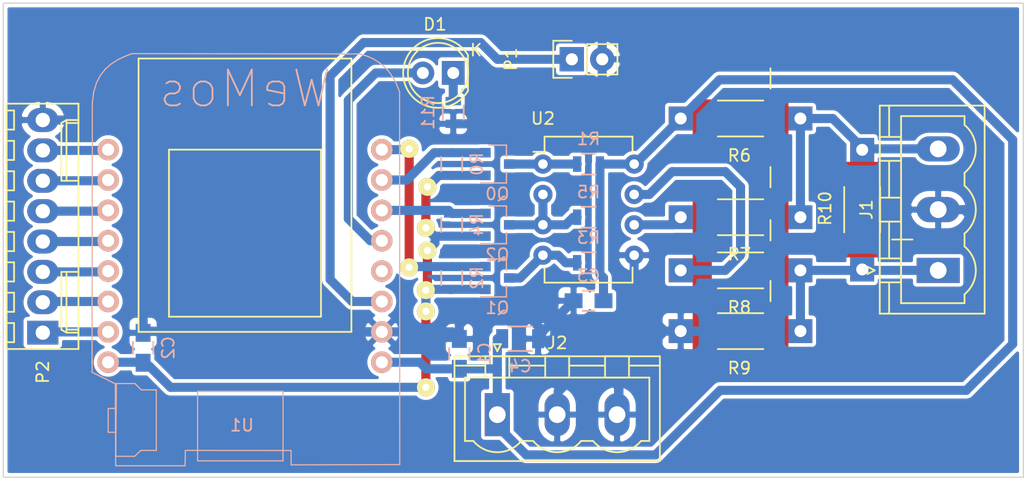
<source format=kicad_pcb>
(kicad_pcb (version 4) (host pcbnew 4.0.5+dfsg1-4)

  (general
    (links 69)
    (no_connects 10)
    (area 127.057199 80.078866 212.927401 120.217401)
    (thickness 1.6)
    (drawings 4)
    (tracks 183)
    (zones 0)
    (modules 40)
    (nets 25)
  )

  (page A4)
  (layers
    (0 F.Cu signal)
    (31 B.Cu signal)
    (32 B.Adhes user)
    (33 F.Adhes user)
    (34 B.Paste user)
    (35 F.Paste user)
    (36 B.SilkS user)
    (37 F.SilkS user)
    (38 B.Mask user)
    (39 F.Mask user)
    (40 Dwgs.User user)
    (41 Cmts.User user)
    (42 Eco1.User user)
    (43 Eco2.User user)
    (44 Edge.Cuts user)
    (45 Margin user)
    (46 B.CrtYd user)
    (47 F.CrtYd user)
    (48 B.Fab user)
    (49 F.Fab user)
  )

  (setup
    (last_trace_width 0.762)
    (trace_clearance 0.3048)
    (zone_clearance 0.3048)
    (zone_45_only yes)
    (trace_min 0.2)
    (segment_width 0.2)
    (edge_width 0.1)
    (via_size 0.6)
    (via_drill 0.4)
    (via_min_size 0.4)
    (via_min_drill 0.3)
    (uvia_size 0.3)
    (uvia_drill 0.1)
    (uvias_allowed no)
    (uvia_min_size 0)
    (uvia_min_drill 0)
    (pcb_text_width 0.3)
    (pcb_text_size 1.5 1.5)
    (mod_edge_width 0.15)
    (mod_text_size 1 1)
    (mod_text_width 0.15)
    (pad_size 1.5 1.5)
    (pad_drill 0.6)
    (pad_to_mask_clearance 0)
    (aux_axis_origin 203.327 87.249)
    (grid_origin 217.297 108.585)
    (visible_elements FFFFFFFF)
    (pcbplotparams
      (layerselection 0x01000_80000001)
      (usegerberextensions false)
      (excludeedgelayer true)
      (linewidth 0.100000)
      (plotframeref false)
      (viasonmask false)
      (mode 1)
      (useauxorigin false)
      (hpglpennumber 1)
      (hpglpenspeed 20)
      (hpglpendiameter 15)
      (hpglpenoverlay 2)
      (psnegative false)
      (psa4output false)
      (plotreference true)
      (plotvalue true)
      (plotinvisibletext false)
      (padsonsilk false)
      (subtractmaskfromsilk false)
      (outputformat 1)
      (mirror false)
      (drillshape 0)
      (scaleselection 1)
      (outputdirectory fabric/))
  )

  (net 0 "")
  (net 1 +3V3)
  (net 2 RX)
  (net 3 "Net-(Q0-Pad3)")
  (net 4 +5V)
  (net 5 TX)
  (net 6 "Net-(U1-Pad4)")
  (net 7 "Net-(Q1-Pad3)")
  (net 8 TXEN)
  (net 9 GND)
  (net 10 "Net-(Q2-Pad3)")
  (net 11 "Net-(J1-Pad1)")
  (net 12 "Net-(R7-Pad2)")
  (net 13 "Net-(J1-Pad3)")
  (net 14 "Net-(R8-Pad2)")
  (net 15 TX_DG)
  (net 16 ERR_LED)
  (net 17 "Net-(D1-Pad1)")
  (net 18 "Net-(P2-Pad1)")
  (net 19 "Net-(P2-Pad2)")
  (net 20 "Net-(P2-Pad3)")
  (net 21 "Net-(P2-Pad4)")
  (net 22 "Net-(P2-Pad5)")
  (net 23 "Net-(P2-Pad6)")
  (net 24 "Net-(P2-Pad7)")

  (net_class Default "This is the default net class."
    (clearance 0.3048)
    (trace_width 0.762)
    (via_dia 0.6)
    (via_drill 0.4)
    (uvia_dia 0.3)
    (uvia_drill 0.1)
    (add_net +3V3)
    (add_net +5V)
    (add_net ERR_LED)
    (add_net GND)
    (add_net "Net-(D1-Pad1)")
    (add_net "Net-(J1-Pad1)")
    (add_net "Net-(J1-Pad3)")
    (add_net "Net-(P2-Pad1)")
    (add_net "Net-(P2-Pad2)")
    (add_net "Net-(P2-Pad3)")
    (add_net "Net-(P2-Pad4)")
    (add_net "Net-(P2-Pad5)")
    (add_net "Net-(P2-Pad6)")
    (add_net "Net-(P2-Pad7)")
    (add_net "Net-(Q0-Pad3)")
    (add_net "Net-(Q1-Pad3)")
    (add_net "Net-(Q2-Pad3)")
    (add_net "Net-(R7-Pad2)")
    (add_net "Net-(R8-Pad2)")
    (add_net "Net-(U1-Pad4)")
    (add_net RX)
    (add_net TX)
    (add_net TXEN)
    (add_net TX_DG)
  )

  (module pcb_helpers:pad (layer F.Cu) (tedit 5429E018) (tstamp 5BBD1F92)
    (at 163.068 101.219)
    (fp_text reference "" (at 0 0) (layer F.SilkS) hide
      (effects (font (size 1 1) (thickness 0.15)))
    )
    (fp_text value "" (at 0 0) (layer F.SilkS)
      (effects (font (size 1 1) (thickness 0.15)))
    )
    (pad 1 thru_hole circle (at 0 0) (size 1.5 1.5) (drill 0.6) (layers *.Cu *.Mask F.SilkS))
  )

  (module pcb_helpers:pad (layer F.Cu) (tedit 5429E018) (tstamp 5BBD1F88)
    (at 162.941 99.314)
    (fp_text reference "" (at 0 0) (layer F.SilkS) hide
      (effects (font (size 1 1) (thickness 0.15)))
    )
    (fp_text value "" (at 0 0) (layer F.SilkS)
      (effects (font (size 1 1) (thickness 0.15)))
    )
    (pad 1 thru_hole circle (at 0 0) (size 1.5 1.5) (drill 0.6) (layers *.Cu *.Mask F.SilkS))
  )

  (module pcb_helpers:pad (layer F.Cu) (tedit 5429E018) (tstamp 5BBD1DD9)
    (at 163.068 95.885)
    (fp_text reference "" (at 0 0) (layer F.SilkS) hide
      (effects (font (size 1 1) (thickness 0.15)))
    )
    (fp_text value "" (at 0 0) (layer F.SilkS)
      (effects (font (size 1 1) (thickness 0.15)))
    )
    (pad 1 thru_hole circle (at 0 0) (size 1.5 1.5) (drill 0.6) (layers *.Cu *.Mask F.SilkS))
  )

  (module Resistors_Universal:Resistor_SMD+THTuniversal_2512_RM10_HandSoldering (layer F.Cu) (tedit 0) (tstamp 5BBCE7B3)
    (at 189.23 107.95 180)
    (descr "Resistor, SMD+THT, 2512, RM10, Hand soldering,")
    (tags "Resistor, SMD+THT, 2512, RM10, Hand soldering,")
    (path /5BBBC4D6)
    (fp_text reference R9 (at 0.09906 -3.0988 180) (layer F.SilkS)
      (effects (font (size 1 1) (thickness 0.15)))
    )
    (fp_text value 150R (at -0.39878 4.20116 180) (layer F.Fab)
      (effects (font (size 1 1) (thickness 0.15)))
    )
    (fp_line (start 1.89992 1.50114) (end -1.89992 1.50114) (layer F.SilkS) (width 0.15))
    (fp_line (start 1.89992 -1.50114) (end -1.89992 -1.50114) (layer F.SilkS) (width 0.15))
    (fp_line (start -2.49936 2.49936) (end -2.49936 4.20116) (layer F.SilkS) (width 0.15))
    (fp_circle (center 0 0) (end 0.8001 0) (layer F.Adhes) (width 0.381))
    (fp_circle (center 0 0) (end 0.50038 0) (layer F.Adhes) (width 0.381))
    (fp_circle (center 0 0) (end 0.20066 0) (layer F.Adhes) (width 0.381))
    (pad 1 smd rect (at -3.2004 0 180) (size 1.6002 3.2004) (layers F.Cu F.Paste F.Mask)
      (net 11 "Net-(J1-Pad1)"))
    (pad 2 smd rect (at 3.2004 0 180) (size 1.6002 3.2004) (layers F.Cu F.Paste F.Mask)
      (net 9 GND))
    (pad 1 thru_hole rect (at -5.00126 0) (size 1.99898 1.99898) (drill 1.00076) (layers *.Cu *.Mask)
      (net 11 "Net-(J1-Pad1)"))
    (pad 2 thru_hole rect (at 5.00126 0) (size 1.99898 1.99898) (drill 1.00076) (layers *.Cu *.Mask)
      (net 9 GND))
  )

  (module Resistors_Universal:Resistor_SMD+THTuniversal_2512_RM10_HandSoldering (layer F.Cu) (tedit 0) (tstamp 5BBCE7BA)
    (at 199.39 97.79 90)
    (descr "Resistor, SMD+THT, 2512, RM10, Hand soldering,")
    (tags "Resistor, SMD+THT, 2512, RM10, Hand soldering,")
    (path /5BBBC57D)
    (fp_text reference R10 (at 0.09906 -3.0988 90) (layer F.SilkS)
      (effects (font (size 1 1) (thickness 0.15)))
    )
    (fp_text value 120R (at -0.39878 4.20116 90) (layer F.Fab)
      (effects (font (size 1 1) (thickness 0.15)))
    )
    (fp_line (start 1.89992 1.50114) (end -1.89992 1.50114) (layer F.SilkS) (width 0.15))
    (fp_line (start 1.89992 -1.50114) (end -1.89992 -1.50114) (layer F.SilkS) (width 0.15))
    (fp_line (start -2.49936 2.49936) (end -2.49936 4.20116) (layer F.SilkS) (width 0.15))
    (fp_circle (center 0 0) (end 0.8001 0) (layer F.Adhes) (width 0.381))
    (fp_circle (center 0 0) (end 0.50038 0) (layer F.Adhes) (width 0.381))
    (fp_circle (center 0 0) (end 0.20066 0) (layer F.Adhes) (width 0.381))
    (pad 1 smd rect (at -3.2004 0 90) (size 1.6002 3.2004) (layers F.Cu F.Paste F.Mask)
      (net 11 "Net-(J1-Pad1)"))
    (pad 2 smd rect (at 3.2004 0 90) (size 1.6002 3.2004) (layers F.Cu F.Paste F.Mask)
      (net 13 "Net-(J1-Pad3)"))
    (pad 1 thru_hole rect (at -5.00126 0 270) (size 1.99898 1.99898) (drill 1.00076) (layers *.Cu *.Mask)
      (net 11 "Net-(J1-Pad1)"))
    (pad 2 thru_hole rect (at 5.00126 0 270) (size 1.99898 1.99898) (drill 1.00076) (layers *.Cu *.Mask)
      (net 13 "Net-(J1-Pad3)"))
  )

  (module TO_SOT_Packages_SMD:SOT-23 (layer B.Cu) (tedit 583F39EB) (tstamp 5BBCD744)
    (at 168.91 93.98)
    (descr "SOT-23, Standard")
    (tags SOT-23)
    (path /5BB7B373)
    (attr smd)
    (fp_text reference Q0 (at 0 2.5) (layer B.SilkS)
      (effects (font (size 1 1) (thickness 0.15)) (justify mirror))
    )
    (fp_text value 2n7002 (at 0 -2.5) (layer B.Fab)
      (effects (font (size 1 1) (thickness 0.15)) (justify mirror))
    )
    (fp_line (start 0.76 -1.58) (end 0.76 -0.65) (layer B.SilkS) (width 0.12))
    (fp_line (start 0.76 1.58) (end 0.76 0.65) (layer B.SilkS) (width 0.12))
    (fp_line (start 0.7 1.52) (end 0.7 -1.52) (layer B.Fab) (width 0.15))
    (fp_line (start -0.7 -1.52) (end 0.7 -1.52) (layer B.Fab) (width 0.15))
    (fp_line (start -1.7 1.75) (end 1.7 1.75) (layer B.CrtYd) (width 0.05))
    (fp_line (start 1.7 1.75) (end 1.7 -1.75) (layer B.CrtYd) (width 0.05))
    (fp_line (start 1.7 -1.75) (end -1.7 -1.75) (layer B.CrtYd) (width 0.05))
    (fp_line (start -1.7 -1.75) (end -1.7 1.75) (layer B.CrtYd) (width 0.05))
    (fp_line (start 0.76 1.58) (end -1.4 1.58) (layer B.SilkS) (width 0.12))
    (fp_line (start -0.7 1.52) (end 0.7 1.52) (layer B.Fab) (width 0.15))
    (fp_line (start -0.7 1.52) (end -0.7 -1.52) (layer B.Fab) (width 0.15))
    (fp_line (start 0.76 -1.58) (end -0.7 -1.58) (layer B.SilkS) (width 0.12))
    (pad 1 smd rect (at -1 0.95) (size 0.9 0.8) (layers B.Cu B.Paste B.Mask)
      (net 1 +3V3))
    (pad 2 smd rect (at -1 -0.95) (size 0.9 0.8) (layers B.Cu B.Paste B.Mask)
      (net 2 RX))
    (pad 3 smd rect (at 1 0) (size 0.9 0.8) (layers B.Cu B.Paste B.Mask)
      (net 3 "Net-(Q0-Pad3)"))
    (model TO_SOT_Packages_SMD.3dshapes/SOT-23.wrl
      (at (xyz 0 0 0))
      (scale (xyz 1 1 1))
      (rotate (xyz 0 0 90))
    )
  )

  (module TO_SOT_Packages_SMD:SOT-23 (layer B.Cu) (tedit 583F39EB) (tstamp 5BBCD74B)
    (at 168.91 103.505)
    (descr "SOT-23, Standard")
    (tags SOT-23)
    (path /5BBBA923)
    (attr smd)
    (fp_text reference Q1 (at 0 2.5) (layer B.SilkS)
      (effects (font (size 1 1) (thickness 0.15)) (justify mirror))
    )
    (fp_text value 2n7002 (at 0 -2.5) (layer B.Fab)
      (effects (font (size 1 1) (thickness 0.15)) (justify mirror))
    )
    (fp_line (start 0.76 -1.58) (end 0.76 -0.65) (layer B.SilkS) (width 0.12))
    (fp_line (start 0.76 1.58) (end 0.76 0.65) (layer B.SilkS) (width 0.12))
    (fp_line (start 0.7 1.52) (end 0.7 -1.52) (layer B.Fab) (width 0.15))
    (fp_line (start -0.7 -1.52) (end 0.7 -1.52) (layer B.Fab) (width 0.15))
    (fp_line (start -1.7 1.75) (end 1.7 1.75) (layer B.CrtYd) (width 0.05))
    (fp_line (start 1.7 1.75) (end 1.7 -1.75) (layer B.CrtYd) (width 0.05))
    (fp_line (start 1.7 -1.75) (end -1.7 -1.75) (layer B.CrtYd) (width 0.05))
    (fp_line (start -1.7 -1.75) (end -1.7 1.75) (layer B.CrtYd) (width 0.05))
    (fp_line (start 0.76 1.58) (end -1.4 1.58) (layer B.SilkS) (width 0.12))
    (fp_line (start -0.7 1.52) (end 0.7 1.52) (layer B.Fab) (width 0.15))
    (fp_line (start -0.7 1.52) (end -0.7 -1.52) (layer B.Fab) (width 0.15))
    (fp_line (start 0.76 -1.58) (end -0.7 -1.58) (layer B.SilkS) (width 0.12))
    (pad 1 smd rect (at -1 0.95) (size 0.9 0.8) (layers B.Cu B.Paste B.Mask)
      (net 1 +3V3))
    (pad 2 smd rect (at -1 -0.95) (size 0.9 0.8) (layers B.Cu B.Paste B.Mask)
      (net 5 TX))
    (pad 3 smd rect (at 1 0) (size 0.9 0.8) (layers B.Cu B.Paste B.Mask)
      (net 7 "Net-(Q1-Pad3)"))
    (model TO_SOT_Packages_SMD.3dshapes/SOT-23.wrl
      (at (xyz 0 0 0))
      (scale (xyz 1 1 1))
      (rotate (xyz 0 0 90))
    )
  )

  (module TO_SOT_Packages_SMD:SOT-23 (layer B.Cu) (tedit 583F39EB) (tstamp 5BBCD752)
    (at 168.91 99.06)
    (descr "SOT-23, Standard")
    (tags SOT-23)
    (path /5BBBB2AF)
    (attr smd)
    (fp_text reference Q2 (at 0 2.5) (layer B.SilkS)
      (effects (font (size 1 1) (thickness 0.15)) (justify mirror))
    )
    (fp_text value 2n7002 (at 0 -2.5) (layer B.Fab)
      (effects (font (size 1 1) (thickness 0.15)) (justify mirror))
    )
    (fp_line (start 0.76 -1.58) (end 0.76 -0.65) (layer B.SilkS) (width 0.12))
    (fp_line (start 0.76 1.58) (end 0.76 0.65) (layer B.SilkS) (width 0.12))
    (fp_line (start 0.7 1.52) (end 0.7 -1.52) (layer B.Fab) (width 0.15))
    (fp_line (start -0.7 -1.52) (end 0.7 -1.52) (layer B.Fab) (width 0.15))
    (fp_line (start -1.7 1.75) (end 1.7 1.75) (layer B.CrtYd) (width 0.05))
    (fp_line (start 1.7 1.75) (end 1.7 -1.75) (layer B.CrtYd) (width 0.05))
    (fp_line (start 1.7 -1.75) (end -1.7 -1.75) (layer B.CrtYd) (width 0.05))
    (fp_line (start -1.7 -1.75) (end -1.7 1.75) (layer B.CrtYd) (width 0.05))
    (fp_line (start 0.76 1.58) (end -1.4 1.58) (layer B.SilkS) (width 0.12))
    (fp_line (start -0.7 1.52) (end 0.7 1.52) (layer B.Fab) (width 0.15))
    (fp_line (start -0.7 1.52) (end -0.7 -1.52) (layer B.Fab) (width 0.15))
    (fp_line (start 0.76 -1.58) (end -0.7 -1.58) (layer B.SilkS) (width 0.12))
    (pad 1 smd rect (at -1 0.95) (size 0.9 0.8) (layers B.Cu B.Paste B.Mask)
      (net 1 +3V3))
    (pad 2 smd rect (at -1 -0.95) (size 0.9 0.8) (layers B.Cu B.Paste B.Mask)
      (net 8 TXEN))
    (pad 3 smd rect (at 1 0) (size 0.9 0.8) (layers B.Cu B.Paste B.Mask)
      (net 10 "Net-(Q2-Pad3)"))
    (model TO_SOT_Packages_SMD.3dshapes/SOT-23.wrl
      (at (xyz 0 0 0))
      (scale (xyz 1 1 1))
      (rotate (xyz 0 0 90))
    )
  )

  (module Resistors_SMD:R_0805 (layer B.Cu) (tedit 58307B54) (tstamp 5BBCD758)
    (at 165.1 93.98 90)
    (descr "Resistor SMD 0805, reflow soldering, Vishay (see dcrcw.pdf)")
    (tags "resistor 0805")
    (path /5BB7B407)
    (attr smd)
    (fp_text reference R0 (at 0 2.1 90) (layer B.SilkS)
      (effects (font (size 1 1) (thickness 0.15)) (justify mirror))
    )
    (fp_text value 2k2 (at 0 -2.1 90) (layer B.Fab)
      (effects (font (size 1 1) (thickness 0.15)) (justify mirror))
    )
    (fp_line (start -1 -0.625) (end -1 0.625) (layer B.Fab) (width 0.1))
    (fp_line (start 1 -0.625) (end -1 -0.625) (layer B.Fab) (width 0.1))
    (fp_line (start 1 0.625) (end 1 -0.625) (layer B.Fab) (width 0.1))
    (fp_line (start -1 0.625) (end 1 0.625) (layer B.Fab) (width 0.1))
    (fp_line (start -1.6 1) (end 1.6 1) (layer B.CrtYd) (width 0.05))
    (fp_line (start -1.6 -1) (end 1.6 -1) (layer B.CrtYd) (width 0.05))
    (fp_line (start -1.6 1) (end -1.6 -1) (layer B.CrtYd) (width 0.05))
    (fp_line (start 1.6 1) (end 1.6 -1) (layer B.CrtYd) (width 0.05))
    (fp_line (start 0.6 -0.875) (end -0.6 -0.875) (layer B.SilkS) (width 0.15))
    (fp_line (start -0.6 0.875) (end 0.6 0.875) (layer B.SilkS) (width 0.15))
    (pad 1 smd rect (at -0.95 0 90) (size 0.7 1.3) (layers B.Cu B.Paste B.Mask)
      (net 1 +3V3))
    (pad 2 smd rect (at 0.95 0 90) (size 0.7 1.3) (layers B.Cu B.Paste B.Mask)
      (net 2 RX))
    (model Resistors_SMD.3dshapes/R_0805.wrl
      (at (xyz 0 0 0))
      (scale (xyz 1 1 1))
      (rotate (xyz 0 0 0))
    )
  )

  (module Resistors_SMD:R_0805 (layer B.Cu) (tedit 58307B54) (tstamp 5BBCD75E)
    (at 176.53 93.98 180)
    (descr "Resistor SMD 0805, reflow soldering, Vishay (see dcrcw.pdf)")
    (tags "resistor 0805")
    (path /5BB7B54C)
    (attr smd)
    (fp_text reference R1 (at 0 2.1 180) (layer B.SilkS)
      (effects (font (size 1 1) (thickness 0.15)) (justify mirror))
    )
    (fp_text value 2k2 (at 0 -2.1 180) (layer B.Fab)
      (effects (font (size 1 1) (thickness 0.15)) (justify mirror))
    )
    (fp_line (start -1 -0.625) (end -1 0.625) (layer B.Fab) (width 0.1))
    (fp_line (start 1 -0.625) (end -1 -0.625) (layer B.Fab) (width 0.1))
    (fp_line (start 1 0.625) (end 1 -0.625) (layer B.Fab) (width 0.1))
    (fp_line (start -1 0.625) (end 1 0.625) (layer B.Fab) (width 0.1))
    (fp_line (start -1.6 1) (end 1.6 1) (layer B.CrtYd) (width 0.05))
    (fp_line (start -1.6 -1) (end 1.6 -1) (layer B.CrtYd) (width 0.05))
    (fp_line (start -1.6 1) (end -1.6 -1) (layer B.CrtYd) (width 0.05))
    (fp_line (start 1.6 1) (end 1.6 -1) (layer B.CrtYd) (width 0.05))
    (fp_line (start 0.6 -0.875) (end -0.6 -0.875) (layer B.SilkS) (width 0.15))
    (fp_line (start -0.6 0.875) (end 0.6 0.875) (layer B.SilkS) (width 0.15))
    (pad 1 smd rect (at -0.95 0 180) (size 0.7 1.3) (layers B.Cu B.Paste B.Mask)
      (net 4 +5V))
    (pad 2 smd rect (at 0.95 0 180) (size 0.7 1.3) (layers B.Cu B.Paste B.Mask)
      (net 3 "Net-(Q0-Pad3)"))
    (model Resistors_SMD.3dshapes/R_0805.wrl
      (at (xyz 0 0 0))
      (scale (xyz 1 1 1))
      (rotate (xyz 0 0 0))
    )
  )

  (module Resistors_SMD:R_0805 (layer B.Cu) (tedit 58307B54) (tstamp 5BBCD764)
    (at 165.1 103.505 90)
    (descr "Resistor SMD 0805, reflow soldering, Vishay (see dcrcw.pdf)")
    (tags "resistor 0805")
    (path /5BBBA9BE)
    (attr smd)
    (fp_text reference R2 (at 0 2.1 90) (layer B.SilkS)
      (effects (font (size 1 1) (thickness 0.15)) (justify mirror))
    )
    (fp_text value 2k2 (at 0 -2.1 90) (layer B.Fab)
      (effects (font (size 1 1) (thickness 0.15)) (justify mirror))
    )
    (fp_line (start -1 -0.625) (end -1 0.625) (layer B.Fab) (width 0.1))
    (fp_line (start 1 -0.625) (end -1 -0.625) (layer B.Fab) (width 0.1))
    (fp_line (start 1 0.625) (end 1 -0.625) (layer B.Fab) (width 0.1))
    (fp_line (start -1 0.625) (end 1 0.625) (layer B.Fab) (width 0.1))
    (fp_line (start -1.6 1) (end 1.6 1) (layer B.CrtYd) (width 0.05))
    (fp_line (start -1.6 -1) (end 1.6 -1) (layer B.CrtYd) (width 0.05))
    (fp_line (start -1.6 1) (end -1.6 -1) (layer B.CrtYd) (width 0.05))
    (fp_line (start 1.6 1) (end 1.6 -1) (layer B.CrtYd) (width 0.05))
    (fp_line (start 0.6 -0.875) (end -0.6 -0.875) (layer B.SilkS) (width 0.15))
    (fp_line (start -0.6 0.875) (end 0.6 0.875) (layer B.SilkS) (width 0.15))
    (pad 1 smd rect (at -0.95 0 90) (size 0.7 1.3) (layers B.Cu B.Paste B.Mask)
      (net 1 +3V3))
    (pad 2 smd rect (at 0.95 0 90) (size 0.7 1.3) (layers B.Cu B.Paste B.Mask)
      (net 5 TX))
    (model Resistors_SMD.3dshapes/R_0805.wrl
      (at (xyz 0 0 0))
      (scale (xyz 1 1 1))
      (rotate (xyz 0 0 0))
    )
  )

  (module Resistors_SMD:R_0805 (layer B.Cu) (tedit 58307B54) (tstamp 5BBCD76A)
    (at 176.53 102.235 180)
    (descr "Resistor SMD 0805, reflow soldering, Vishay (see dcrcw.pdf)")
    (tags "resistor 0805")
    (path /5BBBA971)
    (attr smd)
    (fp_text reference R3 (at 0 2.1 180) (layer B.SilkS)
      (effects (font (size 1 1) (thickness 0.15)) (justify mirror))
    )
    (fp_text value 2k2 (at 0 -2.1 180) (layer B.Fab)
      (effects (font (size 1 1) (thickness 0.15)) (justify mirror))
    )
    (fp_line (start -1 -0.625) (end -1 0.625) (layer B.Fab) (width 0.1))
    (fp_line (start 1 -0.625) (end -1 -0.625) (layer B.Fab) (width 0.1))
    (fp_line (start 1 0.625) (end 1 -0.625) (layer B.Fab) (width 0.1))
    (fp_line (start -1 0.625) (end 1 0.625) (layer B.Fab) (width 0.1))
    (fp_line (start -1.6 1) (end 1.6 1) (layer B.CrtYd) (width 0.05))
    (fp_line (start -1.6 -1) (end 1.6 -1) (layer B.CrtYd) (width 0.05))
    (fp_line (start -1.6 1) (end -1.6 -1) (layer B.CrtYd) (width 0.05))
    (fp_line (start 1.6 1) (end 1.6 -1) (layer B.CrtYd) (width 0.05))
    (fp_line (start 0.6 -0.875) (end -0.6 -0.875) (layer B.SilkS) (width 0.15))
    (fp_line (start -0.6 0.875) (end 0.6 0.875) (layer B.SilkS) (width 0.15))
    (pad 1 smd rect (at -0.95 0 180) (size 0.7 1.3) (layers B.Cu B.Paste B.Mask)
      (net 4 +5V))
    (pad 2 smd rect (at 0.95 0 180) (size 0.7 1.3) (layers B.Cu B.Paste B.Mask)
      (net 7 "Net-(Q1-Pad3)"))
    (model Resistors_SMD.3dshapes/R_0805.wrl
      (at (xyz 0 0 0))
      (scale (xyz 1 1 1))
      (rotate (xyz 0 0 0))
    )
  )

  (module Resistors_SMD:R_0805 (layer B.Cu) (tedit 58307B54) (tstamp 5BBCD776)
    (at 176.53 98.425 180)
    (descr "Resistor SMD 0805, reflow soldering, Vishay (see dcrcw.pdf)")
    (tags "resistor 0805")
    (path /5BBBB381)
    (attr smd)
    (fp_text reference R5 (at 0 2.1 180) (layer B.SilkS)
      (effects (font (size 1 1) (thickness 0.15)) (justify mirror))
    )
    (fp_text value 2k2 (at 0 -2.1 180) (layer B.Fab)
      (effects (font (size 1 1) (thickness 0.15)) (justify mirror))
    )
    (fp_line (start -1 -0.625) (end -1 0.625) (layer B.Fab) (width 0.1))
    (fp_line (start 1 -0.625) (end -1 -0.625) (layer B.Fab) (width 0.1))
    (fp_line (start 1 0.625) (end 1 -0.625) (layer B.Fab) (width 0.1))
    (fp_line (start -1 0.625) (end 1 0.625) (layer B.Fab) (width 0.1))
    (fp_line (start -1.6 1) (end 1.6 1) (layer B.CrtYd) (width 0.05))
    (fp_line (start -1.6 -1) (end 1.6 -1) (layer B.CrtYd) (width 0.05))
    (fp_line (start -1.6 1) (end -1.6 -1) (layer B.CrtYd) (width 0.05))
    (fp_line (start 1.6 1) (end 1.6 -1) (layer B.CrtYd) (width 0.05))
    (fp_line (start 0.6 -0.875) (end -0.6 -0.875) (layer B.SilkS) (width 0.15))
    (fp_line (start -0.6 0.875) (end 0.6 0.875) (layer B.SilkS) (width 0.15))
    (pad 1 smd rect (at -0.95 0 180) (size 0.7 1.3) (layers B.Cu B.Paste B.Mask)
      (net 4 +5V))
    (pad 2 smd rect (at 0.95 0 180) (size 0.7 1.3) (layers B.Cu B.Paste B.Mask)
      (net 10 "Net-(Q2-Pad3)"))
    (model Resistors_SMD.3dshapes/R_0805.wrl
      (at (xyz 0 0 0))
      (scale (xyz 1 1 1))
      (rotate (xyz 0 0 0))
    )
  )

  (module wemos_d1_mini:D1_mini_board (layer B.Cu) (tedit 5BBD2551) (tstamp 5BBCD7B2)
    (at 147.828 102.9335 180)
    (path /5BB7B1E5)
    (fp_text reference U1 (at 0.254 -12.8905 180) (layer B.SilkS)
      (effects (font (size 1 1) (thickness 0.15)) (justify mirror))
    )
    (fp_text value WeMos_mini (at 1.27 19.05 180) (layer B.Fab)
      (effects (font (size 1 1) (thickness 0.15)) (justify mirror))
    )
    (fp_text user WeMos (at 0 15.24 180) (layer B.SilkS)
      (effects (font (size 3 3) (thickness 0.15)) (justify mirror))
    )
    (fp_line (start -6.35 -3.81) (end -6.35 10.16) (layer F.SilkS) (width 0.15))
    (fp_line (start -6.35 10.16) (end 6.35 10.16) (layer F.SilkS) (width 0.15))
    (fp_line (start 6.35 10.16) (end 6.35 -3.81) (layer F.SilkS) (width 0.15))
    (fp_line (start 6.35 -3.81) (end -6.35 -3.81) (layer F.SilkS) (width 0.15))
    (fp_line (start -8.89 -5.08) (end 8.89 -5.08) (layer F.SilkS) (width 0.15))
    (fp_line (start 8.89 -5.08) (end 8.89 17.78) (layer F.SilkS) (width 0.15))
    (fp_line (start 8.89 17.78) (end -8.89 17.78) (layer F.SilkS) (width 0.15))
    (fp_line (start -8.89 17.78) (end -8.89 -5.08) (layer F.SilkS) (width 0.15))
    (fp_line (start 10.817472 -16.277228) (end 5.00618 -16.277228) (layer B.SilkS) (width 0.1))
    (fp_line (start 5.00618 -16.277228) (end 4.979849 -14.993795) (layer B.SilkS) (width 0.1))
    (fp_line (start 4.979849 -14.993795) (end -3.851373 -15.000483) (layer B.SilkS) (width 0.1))
    (fp_line (start -3.851373 -15.000483) (end -3.849397 -16.202736) (layer B.SilkS) (width 0.1))
    (fp_line (start -3.849397 -16.202736) (end -12.930193 -16.176658) (layer B.SilkS) (width 0.1))
    (fp_line (start -12.930193 -16.176658) (end -12.916195 14.993493) (layer B.SilkS) (width 0.1))
    (fp_line (start -12.916195 14.993493) (end -12.683384 15.596286) (layer B.SilkS) (width 0.1))
    (fp_line (start -12.683384 15.596286) (end -12.399901 16.141167) (layer B.SilkS) (width 0.1))
    (fp_line (start -12.399901 16.141167) (end -12.065253 16.627577) (layer B.SilkS) (width 0.1))
    (fp_line (start -12.065253 16.627577) (end -11.678953 17.054952) (layer B.SilkS) (width 0.1))
    (fp_line (start -11.678953 17.054952) (end -11.240512 17.422741) (layer B.SilkS) (width 0.1))
    (fp_line (start -11.240512 17.422741) (end -10.74944 17.730377) (layer B.SilkS) (width 0.1))
    (fp_line (start -10.74944 17.730377) (end -10.20525 17.97731) (layer B.SilkS) (width 0.1))
    (fp_line (start -10.20525 17.97731) (end -9.607453 18.162976) (layer B.SilkS) (width 0.1))
    (fp_line (start -9.607453 18.162976) (end 9.43046 18.191734) (layer B.SilkS) (width 0.1))
    (fp_line (start 9.43046 18.191734) (end 10.049824 17.957741) (layer B.SilkS) (width 0.1))
    (fp_line (start 10.049824 17.957741) (end 10.638018 17.673258) (layer B.SilkS) (width 0.1))
    (fp_line (start 10.638018 17.673258) (end 11.181445 17.323743) (layer B.SilkS) (width 0.1))
    (fp_line (start 11.181445 17.323743) (end 11.666503 16.894658) (layer B.SilkS) (width 0.1))
    (fp_line (start 11.666503 16.894658) (end 12.079595 16.37146) (layer B.SilkS) (width 0.1))
    (fp_line (start 12.079595 16.37146) (end 12.407122 15.739613) (layer B.SilkS) (width 0.1))
    (fp_line (start 12.407122 15.739613) (end 12.635482 14.984575) (layer B.SilkS) (width 0.1))
    (fp_line (start 12.635482 14.984575) (end 12.751078 14.091807) (layer B.SilkS) (width 0.1))
    (fp_line (start 12.751078 14.091807) (end 12.776026 -8.463285) (layer B.SilkS) (width 0.1))
    (fp_line (start 12.776026 -8.463285) (end 10.83248 -9.424181) (layer B.SilkS) (width 0.1))
    (fp_line (start 10.83248 -9.424181) (end 10.802686 -16.232524) (layer B.SilkS) (width 0.1))
    (fp_line (start -3.17965 -10.051451) (end 3.959931 -10.051451) (layer B.SilkS) (width 0.1))
    (fp_line (start 3.959931 -10.051451) (end 3.959931 -15.865188) (layer B.SilkS) (width 0.1))
    (fp_line (start 3.959931 -15.865188) (end -3.17965 -15.865188) (layer B.SilkS) (width 0.1))
    (fp_line (start -3.17965 -15.865188) (end -3.17965 -10.051451) (layer B.SilkS) (width 0.1))
    (fp_line (start 10.7436 -9.402349) (end 9.191378 -9.402349) (layer B.SilkS) (width 0.1))
    (fp_line (start 9.191378 -9.402349) (end 8.662211 -9.931515) (layer B.SilkS) (width 0.1))
    (fp_line (start 8.662211 -9.931515) (end 7.40985 -9.931515) (layer B.SilkS) (width 0.1))
    (fp_line (start 7.40985 -9.931515) (end 7.40985 -14.993876) (layer B.SilkS) (width 0.1))
    (fp_line (start 7.40985 -14.993876) (end 8.697489 -14.993876) (layer B.SilkS) (width 0.1))
    (fp_line (start 8.697489 -14.993876) (end 9.226656 -15.487765) (layer B.SilkS) (width 0.1))
    (fp_line (start 9.226656 -15.487765) (end 10.796517 -15.487765) (layer B.SilkS) (width 0.1))
    (fp_line (start 10.796517 -15.487765) (end 10.7436 -9.402349) (layer B.SilkS) (width 0.1))
    (fp_line (start 10.778878 -11.483738) (end 11.431517 -11.483738) (layer B.SilkS) (width 0.1))
    (fp_line (start 11.431517 -11.483738) (end 11.431517 -13.476932) (layer B.SilkS) (width 0.1))
    (fp_line (start 11.431517 -13.476932) (end 10.814156 -13.476932) (layer B.SilkS) (width 0.1))
    (pad 8 thru_hole circle (at -11.43 10.16 180) (size 1.8 1.8) (drill 1.016) (layers *.Cu *.Mask B.SilkS)
      (net 5 TX))
    (pad 7 thru_hole circle (at -11.43 7.62 180) (size 1.8 1.8) (drill 1.016) (layers *.Cu *.Mask B.SilkS)
      (net 2 RX))
    (pad 6 thru_hole circle (at -11.43 5.08 180) (size 1.8 1.8) (drill 1.016) (layers *.Cu *.Mask B.SilkS)
      (net 8 TXEN))
    (pad 5 thru_hole circle (at -11.43 2.54 180) (size 1.8 1.8) (drill 1.016) (layers *.Cu *.Mask B.SilkS)
      (net 16 ERR_LED))
    (pad 4 thru_hole circle (at -11.43 0 180) (size 1.8 1.8) (drill 1.016) (layers *.Cu *.Mask B.SilkS)
      (net 6 "Net-(U1-Pad4)"))
    (pad 3 thru_hole circle (at -11.43 -2.54 180) (size 1.8 1.8) (drill 1.016) (layers *.Cu *.Mask B.SilkS)
      (net 15 TX_DG))
    (pad 2 thru_hole circle (at -11.43 -5.08 180) (size 1.8 1.8) (drill 1.016) (layers *.Cu *.Mask B.SilkS)
      (net 9 GND))
    (pad 1 thru_hole circle (at -11.43 -7.62 180) (size 1.8 1.8) (drill 1.016) (layers *.Cu *.Mask B.SilkS)
      (net 4 +5V))
    (pad 16 thru_hole circle (at 11.43 -7.62 180) (size 1.8 1.8) (drill 1.016) (layers *.Cu *.Mask B.SilkS)
      (net 1 +3V3))
    (pad 15 thru_hole circle (at 11.43 -5.08 180) (size 1.8 1.8) (drill 1.016) (layers *.Cu *.Mask B.SilkS)
      (net 18 "Net-(P2-Pad1)"))
    (pad 14 thru_hole circle (at 11.43 -2.54 180) (size 1.8 1.8) (drill 1.016) (layers *.Cu *.Mask B.SilkS)
      (net 19 "Net-(P2-Pad2)"))
    (pad 13 thru_hole circle (at 11.43 0 180) (size 1.8 1.8) (drill 1.016) (layers *.Cu *.Mask B.SilkS)
      (net 20 "Net-(P2-Pad3)"))
    (pad 12 thru_hole circle (at 11.43 2.54 180) (size 1.8 1.8) (drill 1.016) (layers *.Cu *.Mask B.SilkS)
      (net 21 "Net-(P2-Pad4)"))
    (pad 11 thru_hole circle (at 11.43 5.08 180) (size 1.8 1.8) (drill 1.016) (layers *.Cu *.Mask B.SilkS)
      (net 22 "Net-(P2-Pad5)"))
    (pad 10 thru_hole circle (at 11.43 7.62 180) (size 1.8 1.8) (drill 1.016) (layers *.Cu *.Mask B.SilkS)
      (net 23 "Net-(P2-Pad6)"))
    (pad 9 thru_hole circle (at 11.43 10.16 180) (size 1.8 1.8) (drill 1.016) (layers *.Cu *.Mask B.SilkS)
      (net 24 "Net-(P2-Pad7)"))
  )

  (module Housings_DIP:DIP-8_W7.62mm (layer F.Cu) (tedit 5BBCF886) (tstamp 5BBCD7BE)
    (at 172.72 93.98)
    (descr "8-lead dip package, row spacing 7.62 mm (300 mils)")
    (tags "dil dip 2.54 300")
    (path /5BB7B296)
    (fp_text reference U2 (at 0 -3.81) (layer F.SilkS)
      (effects (font (size 1 1) (thickness 0.15)))
    )
    (fp_text value 75LBC176 (at 0 -3.72) (layer F.Fab)
      (effects (font (size 1 1) (thickness 0.15)))
    )
    (fp_line (start -1.05 -2.45) (end -1.05 10.1) (layer F.CrtYd) (width 0.05))
    (fp_line (start 8.65 -2.45) (end 8.65 10.1) (layer F.CrtYd) (width 0.05))
    (fp_line (start -1.05 -2.45) (end 8.65 -2.45) (layer F.CrtYd) (width 0.05))
    (fp_line (start -1.05 10.1) (end 8.65 10.1) (layer F.CrtYd) (width 0.05))
    (fp_line (start 0.135 -2.295) (end 0.135 -1.025) (layer F.SilkS) (width 0.15))
    (fp_line (start 7.485 -2.295) (end 7.485 -1.025) (layer F.SilkS) (width 0.15))
    (fp_line (start 7.485 9.915) (end 7.485 8.645) (layer F.SilkS) (width 0.15))
    (fp_line (start 0.135 9.915) (end 0.135 8.645) (layer F.SilkS) (width 0.15))
    (fp_line (start 0.135 -2.295) (end 7.485 -2.295) (layer F.SilkS) (width 0.15))
    (fp_line (start 0.135 9.915) (end 7.485 9.915) (layer F.SilkS) (width 0.15))
    (fp_line (start 0.135 -1.025) (end -0.8 -1.025) (layer F.SilkS) (width 0.15))
    (pad 1 thru_hole oval (at 0 0) (size 1.6 1.6) (drill 0.8) (layers *.Cu *.Mask)
      (net 3 "Net-(Q0-Pad3)"))
    (pad 2 thru_hole oval (at 0 2.54) (size 1.6 1.6) (drill 0.8) (layers *.Cu *.Mask)
      (net 10 "Net-(Q2-Pad3)"))
    (pad 3 thru_hole oval (at 0 5.08) (size 1.6 1.6) (drill 0.8) (layers *.Cu *.Mask)
      (net 10 "Net-(Q2-Pad3)"))
    (pad 4 thru_hole oval (at 0 7.62) (size 1.6 1.6) (drill 0.8) (layers *.Cu *.Mask)
      (net 7 "Net-(Q1-Pad3)"))
    (pad 5 thru_hole oval (at 7.62 7.62) (size 1.6 1.6) (drill 0.8) (layers *.Cu *.Mask)
      (net 9 GND))
    (pad 6 thru_hole oval (at 7.62 5.08) (size 1.6 1.6) (drill 0.8) (layers *.Cu *.Mask)
      (net 12 "Net-(R7-Pad2)"))
    (pad 7 thru_hole oval (at 7.62 2.54) (size 1.6 1.6) (drill 0.8) (layers *.Cu *.Mask)
      (net 14 "Net-(R8-Pad2)"))
    (pad 8 thru_hole oval (at 7.62 0) (size 1.6 1.6) (drill 0.8) (layers *.Cu *.Mask)
      (net 4 +5V))
    (model Housings_DIP.3dshapes/DIP-8_W7.62mm.wrl
      (at (xyz 0 0 0))
      (scale (xyz 1 1 1))
      (rotate (xyz 0 0 0))
    )
  )

  (module Capacitors_SMD:C_0805_HandSoldering (layer B.Cu) (tedit 541A9B8D) (tstamp 5BBCDAF2)
    (at 165.735 109.855 90)
    (descr "Capacitor SMD 0805, hand soldering")
    (tags "capacitor 0805")
    (path /5BBCDB49)
    (attr smd)
    (fp_text reference C1 (at 0 2.1 90) (layer B.SilkS)
      (effects (font (size 1 1) (thickness 0.15)) (justify mirror))
    )
    (fp_text value 2.2u (at 0 -2.1 90) (layer B.Fab)
      (effects (font (size 1 1) (thickness 0.15)) (justify mirror))
    )
    (fp_line (start -1 -0.625) (end -1 0.625) (layer B.Fab) (width 0.15))
    (fp_line (start 1 -0.625) (end -1 -0.625) (layer B.Fab) (width 0.15))
    (fp_line (start 1 0.625) (end 1 -0.625) (layer B.Fab) (width 0.15))
    (fp_line (start -1 0.625) (end 1 0.625) (layer B.Fab) (width 0.15))
    (fp_line (start -2.3 1) (end 2.3 1) (layer B.CrtYd) (width 0.05))
    (fp_line (start -2.3 -1) (end 2.3 -1) (layer B.CrtYd) (width 0.05))
    (fp_line (start -2.3 1) (end -2.3 -1) (layer B.CrtYd) (width 0.05))
    (fp_line (start 2.3 1) (end 2.3 -1) (layer B.CrtYd) (width 0.05))
    (fp_line (start 0.5 0.85) (end -0.5 0.85) (layer B.SilkS) (width 0.15))
    (fp_line (start -0.5 -0.85) (end 0.5 -0.85) (layer B.SilkS) (width 0.15))
    (pad 1 smd rect (at -1.25 0 90) (size 1.5 1.25) (layers B.Cu B.Paste B.Mask)
      (net 4 +5V))
    (pad 2 smd rect (at 1.25 0 90) (size 1.5 1.25) (layers B.Cu B.Paste B.Mask)
      (net 9 GND))
    (model Capacitors_SMD.3dshapes/C_0805_HandSoldering.wrl
      (at (xyz 0 0 0))
      (scale (xyz 1 1 1))
      (rotate (xyz 0 0 0))
    )
  )

  (module Capacitors_SMD:C_0805_HandSoldering (layer B.Cu) (tedit 541A9B8D) (tstamp 5BBCDAF8)
    (at 139.319 109.347 90)
    (descr "Capacitor SMD 0805, hand soldering")
    (tags "capacitor 0805")
    (path /5BBCE70C)
    (attr smd)
    (fp_text reference C2 (at 0 2.1 90) (layer B.SilkS)
      (effects (font (size 1 1) (thickness 0.15)) (justify mirror))
    )
    (fp_text value 100n (at 0 -2.1 90) (layer B.Fab)
      (effects (font (size 1 1) (thickness 0.15)) (justify mirror))
    )
    (fp_line (start -1 -0.625) (end -1 0.625) (layer B.Fab) (width 0.15))
    (fp_line (start 1 -0.625) (end -1 -0.625) (layer B.Fab) (width 0.15))
    (fp_line (start 1 0.625) (end 1 -0.625) (layer B.Fab) (width 0.15))
    (fp_line (start -1 0.625) (end 1 0.625) (layer B.Fab) (width 0.15))
    (fp_line (start -2.3 1) (end 2.3 1) (layer B.CrtYd) (width 0.05))
    (fp_line (start -2.3 -1) (end 2.3 -1) (layer B.CrtYd) (width 0.05))
    (fp_line (start -2.3 1) (end -2.3 -1) (layer B.CrtYd) (width 0.05))
    (fp_line (start 2.3 1) (end 2.3 -1) (layer B.CrtYd) (width 0.05))
    (fp_line (start 0.5 0.85) (end -0.5 0.85) (layer B.SilkS) (width 0.15))
    (fp_line (start -0.5 -0.85) (end 0.5 -0.85) (layer B.SilkS) (width 0.15))
    (pad 1 smd rect (at -1.25 0 90) (size 1.5 1.25) (layers B.Cu B.Paste B.Mask)
      (net 1 +3V3))
    (pad 2 smd rect (at 1.25 0 90) (size 1.5 1.25) (layers B.Cu B.Paste B.Mask)
      (net 9 GND))
    (model Capacitors_SMD.3dshapes/C_0805_HandSoldering.wrl
      (at (xyz 0 0 0))
      (scale (xyz 1 1 1))
      (rotate (xyz 0 0 0))
    )
  )

  (module Capacitors_SMD:C_0805_HandSoldering (layer B.Cu) (tedit 541A9B8D) (tstamp 5BBCDAFE)
    (at 176.53 105.41 180)
    (descr "Capacitor SMD 0805, hand soldering")
    (tags "capacitor 0805")
    (path /5BBD17B0)
    (attr smd)
    (fp_text reference C3 (at 0 2.1 180) (layer B.SilkS)
      (effects (font (size 1 1) (thickness 0.15)) (justify mirror))
    )
    (fp_text value 100n (at 0 -2.1 180) (layer B.Fab)
      (effects (font (size 1 1) (thickness 0.15)) (justify mirror))
    )
    (fp_line (start -1 -0.625) (end -1 0.625) (layer B.Fab) (width 0.15))
    (fp_line (start 1 -0.625) (end -1 -0.625) (layer B.Fab) (width 0.15))
    (fp_line (start 1 0.625) (end 1 -0.625) (layer B.Fab) (width 0.15))
    (fp_line (start -1 0.625) (end 1 0.625) (layer B.Fab) (width 0.15))
    (fp_line (start -2.3 1) (end 2.3 1) (layer B.CrtYd) (width 0.05))
    (fp_line (start -2.3 -1) (end 2.3 -1) (layer B.CrtYd) (width 0.05))
    (fp_line (start -2.3 1) (end -2.3 -1) (layer B.CrtYd) (width 0.05))
    (fp_line (start 2.3 1) (end 2.3 -1) (layer B.CrtYd) (width 0.05))
    (fp_line (start 0.5 0.85) (end -0.5 0.85) (layer B.SilkS) (width 0.15))
    (fp_line (start -0.5 -0.85) (end 0.5 -0.85) (layer B.SilkS) (width 0.15))
    (pad 1 smd rect (at -1.25 0 180) (size 1.5 1.25) (layers B.Cu B.Paste B.Mask)
      (net 4 +5V))
    (pad 2 smd rect (at 1.25 0 180) (size 1.5 1.25) (layers B.Cu B.Paste B.Mask)
      (net 9 GND))
    (model Capacitors_SMD.3dshapes/C_0805_HandSoldering.wrl
      (at (xyz 0 0 0))
      (scale (xyz 1 1 1))
      (rotate (xyz 0 0 0))
    )
  )

  (module Pin_Headers:Pin_Header_Straight_1x02 (layer F.Cu) (tedit 54EA090C) (tstamp 5BBCE354)
    (at 175.133 85.217 90)
    (descr "Through hole pin header")
    (tags "pin header")
    (path /5BBD0CEC)
    (fp_text reference P1 (at 0 -5.1 90) (layer F.SilkS)
      (effects (font (size 1 1) (thickness 0.15)))
    )
    (fp_text value CONN_01X02 (at 0 -3.1 90) (layer F.Fab)
      (effects (font (size 1 1) (thickness 0.15)))
    )
    (fp_line (start 1.27 1.27) (end 1.27 3.81) (layer F.SilkS) (width 0.15))
    (fp_line (start 1.55 -1.55) (end 1.55 0) (layer F.SilkS) (width 0.15))
    (fp_line (start -1.75 -1.75) (end -1.75 4.3) (layer F.CrtYd) (width 0.05))
    (fp_line (start 1.75 -1.75) (end 1.75 4.3) (layer F.CrtYd) (width 0.05))
    (fp_line (start -1.75 -1.75) (end 1.75 -1.75) (layer F.CrtYd) (width 0.05))
    (fp_line (start -1.75 4.3) (end 1.75 4.3) (layer F.CrtYd) (width 0.05))
    (fp_line (start 1.27 1.27) (end -1.27 1.27) (layer F.SilkS) (width 0.15))
    (fp_line (start -1.55 0) (end -1.55 -1.55) (layer F.SilkS) (width 0.15))
    (fp_line (start -1.55 -1.55) (end 1.55 -1.55) (layer F.SilkS) (width 0.15))
    (fp_line (start -1.27 1.27) (end -1.27 3.81) (layer F.SilkS) (width 0.15))
    (fp_line (start -1.27 3.81) (end 1.27 3.81) (layer F.SilkS) (width 0.15))
    (pad 1 thru_hole rect (at 0 0 90) (size 2.032 2.032) (drill 1.016) (layers *.Cu *.Mask)
      (net 15 TX_DG))
    (pad 2 thru_hole oval (at 0 2.54 90) (size 2.032 2.032) (drill 1.016) (layers *.Cu *.Mask)
      (net 9 GND))
    (model Pin_Headers.3dshapes/Pin_Header_Straight_1x02.wrl
      (at (xyz 0 -0.05 0))
      (scale (xyz 1 1 1))
      (rotate (xyz 0 0 90))
    )
  )

  (module Capacitors_SMD:C_1206 (layer B.Cu) (tedit 5415D7BD) (tstamp 5BBCE38B)
    (at 170.815 108.585)
    (descr "Capacitor SMD 1206, reflow soldering, AVX (see smccp.pdf)")
    (tags "capacitor 1206")
    (path /5BBCE2FE)
    (attr smd)
    (fp_text reference C4 (at 0 2.3) (layer B.SilkS)
      (effects (font (size 1 1) (thickness 0.15)) (justify mirror))
    )
    (fp_text value 100n (at 0 -2.3) (layer B.Fab)
      (effects (font (size 1 1) (thickness 0.15)) (justify mirror))
    )
    (fp_line (start -1.6 -0.8) (end -1.6 0.8) (layer B.Fab) (width 0.15))
    (fp_line (start 1.6 -0.8) (end -1.6 -0.8) (layer B.Fab) (width 0.15))
    (fp_line (start 1.6 0.8) (end 1.6 -0.8) (layer B.Fab) (width 0.15))
    (fp_line (start -1.6 0.8) (end 1.6 0.8) (layer B.Fab) (width 0.15))
    (fp_line (start -2.3 1.15) (end 2.3 1.15) (layer B.CrtYd) (width 0.05))
    (fp_line (start -2.3 -1.15) (end 2.3 -1.15) (layer B.CrtYd) (width 0.05))
    (fp_line (start -2.3 1.15) (end -2.3 -1.15) (layer B.CrtYd) (width 0.05))
    (fp_line (start 2.3 1.15) (end 2.3 -1.15) (layer B.CrtYd) (width 0.05))
    (fp_line (start 1 1.025) (end -1 1.025) (layer B.SilkS) (width 0.15))
    (fp_line (start -1 -1.025) (end 1 -1.025) (layer B.SilkS) (width 0.15))
    (pad 1 smd rect (at -1.5 0) (size 1 1.6) (layers B.Cu B.Paste B.Mask)
      (net 4 +5V))
    (pad 2 smd rect (at 1.5 0) (size 1 1.6) (layers B.Cu B.Paste B.Mask)
      (net 9 GND))
    (model Capacitors_SMD.3dshapes/C_1206.wrl
      (at (xyz 0 0 0))
      (scale (xyz 1 1 1))
      (rotate (xyz 0 0 0))
    )
  )

  (module Resistors_Universal:Resistor_SMD+THTuniversal_2512_RM10_HandSoldering (layer F.Cu) (tedit 0) (tstamp 5BBCE79E)
    (at 189.23 90.17 180)
    (descr "Resistor, SMD+THT, 2512, RM10, Hand soldering,")
    (tags "Resistor, SMD+THT, 2512, RM10, Hand soldering,")
    (path /5BBBC15A)
    (fp_text reference R6 (at 0.09906 -3.0988 180) (layer F.SilkS)
      (effects (font (size 1 1) (thickness 0.15)))
    )
    (fp_text value 150R (at -0.39878 4.20116 180) (layer F.Fab)
      (effects (font (size 1 1) (thickness 0.15)))
    )
    (fp_line (start 1.89992 1.50114) (end -1.89992 1.50114) (layer F.SilkS) (width 0.15))
    (fp_line (start 1.89992 -1.50114) (end -1.89992 -1.50114) (layer F.SilkS) (width 0.15))
    (fp_line (start -2.49936 2.49936) (end -2.49936 4.20116) (layer F.SilkS) (width 0.15))
    (fp_circle (center 0 0) (end 0.8001 0) (layer F.Adhes) (width 0.381))
    (fp_circle (center 0 0) (end 0.50038 0) (layer F.Adhes) (width 0.381))
    (fp_circle (center 0 0) (end 0.20066 0) (layer F.Adhes) (width 0.381))
    (pad 1 smd rect (at -3.2004 0 180) (size 1.6002 3.2004) (layers F.Cu F.Paste F.Mask)
      (net 13 "Net-(J1-Pad3)"))
    (pad 2 smd rect (at 3.2004 0 180) (size 1.6002 3.2004) (layers F.Cu F.Paste F.Mask)
      (net 4 +5V))
    (pad 1 thru_hole rect (at -5.00126 0) (size 1.99898 1.99898) (drill 1.00076) (layers *.Cu *.Mask)
      (net 13 "Net-(J1-Pad3)"))
    (pad 2 thru_hole rect (at 5.00126 0) (size 1.99898 1.99898) (drill 1.00076) (layers *.Cu *.Mask)
      (net 4 +5V))
  )

  (module Resistors_Universal:Resistor_SMD+THTuniversal_2512_RM10_HandSoldering (layer F.Cu) (tedit 0) (tstamp 5BBCE7A5)
    (at 189.23 98.425 180)
    (descr "Resistor, SMD+THT, 2512, RM10, Hand soldering,")
    (tags "Resistor, SMD+THT, 2512, RM10, Hand soldering,")
    (path /5BBBC39B)
    (fp_text reference R7 (at 0.09906 -3.0988 180) (layer F.SilkS)
      (effects (font (size 1 1) (thickness 0.15)))
    )
    (fp_text value 10R (at -0.39878 4.20116 180) (layer F.Fab)
      (effects (font (size 1 1) (thickness 0.15)))
    )
    (fp_line (start 1.89992 1.50114) (end -1.89992 1.50114) (layer F.SilkS) (width 0.15))
    (fp_line (start 1.89992 -1.50114) (end -1.89992 -1.50114) (layer F.SilkS) (width 0.15))
    (fp_line (start -2.49936 2.49936) (end -2.49936 4.20116) (layer F.SilkS) (width 0.15))
    (fp_circle (center 0 0) (end 0.8001 0) (layer F.Adhes) (width 0.381))
    (fp_circle (center 0 0) (end 0.50038 0) (layer F.Adhes) (width 0.381))
    (fp_circle (center 0 0) (end 0.20066 0) (layer F.Adhes) (width 0.381))
    (pad 1 smd rect (at -3.2004 0 180) (size 1.6002 3.2004) (layers F.Cu F.Paste F.Mask)
      (net 13 "Net-(J1-Pad3)"))
    (pad 2 smd rect (at 3.2004 0 180) (size 1.6002 3.2004) (layers F.Cu F.Paste F.Mask)
      (net 12 "Net-(R7-Pad2)"))
    (pad 1 thru_hole rect (at -5.00126 0) (size 1.99898 1.99898) (drill 1.00076) (layers *.Cu *.Mask)
      (net 13 "Net-(J1-Pad3)"))
    (pad 2 thru_hole rect (at 5.00126 0) (size 1.99898 1.99898) (drill 1.00076) (layers *.Cu *.Mask)
      (net 12 "Net-(R7-Pad2)"))
  )

  (module Resistors_Universal:Resistor_SMD+THTuniversal_2512_RM10_HandSoldering (layer F.Cu) (tedit 0) (tstamp 5BBCE7AC)
    (at 189.23 102.87 180)
    (descr "Resistor, SMD+THT, 2512, RM10, Hand soldering,")
    (tags "Resistor, SMD+THT, 2512, RM10, Hand soldering,")
    (path /5BBBC444)
    (fp_text reference R8 (at 0.09906 -3.0988 180) (layer F.SilkS)
      (effects (font (size 1 1) (thickness 0.15)))
    )
    (fp_text value 10R (at -0.39878 4.20116 180) (layer F.Fab)
      (effects (font (size 1 1) (thickness 0.15)))
    )
    (fp_line (start 1.89992 1.50114) (end -1.89992 1.50114) (layer F.SilkS) (width 0.15))
    (fp_line (start 1.89992 -1.50114) (end -1.89992 -1.50114) (layer F.SilkS) (width 0.15))
    (fp_line (start -2.49936 2.49936) (end -2.49936 4.20116) (layer F.SilkS) (width 0.15))
    (fp_circle (center 0 0) (end 0.8001 0) (layer F.Adhes) (width 0.381))
    (fp_circle (center 0 0) (end 0.50038 0) (layer F.Adhes) (width 0.381))
    (fp_circle (center 0 0) (end 0.20066 0) (layer F.Adhes) (width 0.381))
    (pad 1 smd rect (at -3.2004 0 180) (size 1.6002 3.2004) (layers F.Cu F.Paste F.Mask)
      (net 11 "Net-(J1-Pad1)"))
    (pad 2 smd rect (at 3.2004 0 180) (size 1.6002 3.2004) (layers F.Cu F.Paste F.Mask)
      (net 14 "Net-(R8-Pad2)"))
    (pad 1 thru_hole rect (at -5.00126 0) (size 1.99898 1.99898) (drill 1.00076) (layers *.Cu *.Mask)
      (net 11 "Net-(J1-Pad1)"))
    (pad 2 thru_hole rect (at 5.00126 0) (size 1.99898 1.99898) (drill 1.00076) (layers *.Cu *.Mask)
      (net 14 "Net-(R8-Pad2)"))
  )

  (module Resistors_SMD:R_0805 (layer B.Cu) (tedit 58307B54) (tstamp 5BBCF34A)
    (at 165.227 89.662 270)
    (descr "Resistor SMD 0805, reflow soldering, Vishay (see dcrcw.pdf)")
    (tags "resistor 0805")
    (path /5BBD44B9)
    (attr smd)
    (fp_text reference R11 (at 0 2.1 270) (layer B.SilkS)
      (effects (font (size 1 1) (thickness 0.15)) (justify mirror))
    )
    (fp_text value 2k2 (at 0 -2.1 270) (layer B.Fab)
      (effects (font (size 1 1) (thickness 0.15)) (justify mirror))
    )
    (fp_line (start -1 -0.625) (end -1 0.625) (layer B.Fab) (width 0.1))
    (fp_line (start 1 -0.625) (end -1 -0.625) (layer B.Fab) (width 0.1))
    (fp_line (start 1 0.625) (end 1 -0.625) (layer B.Fab) (width 0.1))
    (fp_line (start -1 0.625) (end 1 0.625) (layer B.Fab) (width 0.1))
    (fp_line (start -1.6 1) (end 1.6 1) (layer B.CrtYd) (width 0.05))
    (fp_line (start -1.6 -1) (end 1.6 -1) (layer B.CrtYd) (width 0.05))
    (fp_line (start -1.6 1) (end -1.6 -1) (layer B.CrtYd) (width 0.05))
    (fp_line (start 1.6 1) (end 1.6 -1) (layer B.CrtYd) (width 0.05))
    (fp_line (start 0.6 -0.875) (end -0.6 -0.875) (layer B.SilkS) (width 0.15))
    (fp_line (start -0.6 0.875) (end 0.6 0.875) (layer B.SilkS) (width 0.15))
    (pad 1 smd rect (at -0.95 0 270) (size 0.7 1.3) (layers B.Cu B.Paste B.Mask)
      (net 17 "Net-(D1-Pad1)"))
    (pad 2 smd rect (at 0.95 0 270) (size 0.7 1.3) (layers B.Cu B.Paste B.Mask)
      (net 9 GND))
    (model Resistors_SMD.3dshapes/R_0805.wrl
      (at (xyz 0 0 0))
      (scale (xyz 1 1 1))
      (rotate (xyz 0 0 0))
    )
  )

  (module LEDs:LED-5MM (layer F.Cu) (tedit 5570F7EA) (tstamp 5BBCF888)
    (at 165.227 86.36 180)
    (descr "LED 5mm round vertical")
    (tags "LED 5mm round vertical")
    (path /5BBD3CE6)
    (fp_text reference D1 (at 1.524 4.064 180) (layer F.SilkS)
      (effects (font (size 1 1) (thickness 0.15)))
    )
    (fp_text value LED (at 1.524 -3.937 180) (layer F.Fab)
      (effects (font (size 1 1) (thickness 0.15)))
    )
    (fp_line (start -1.5 -1.55) (end -1.5 1.55) (layer F.CrtYd) (width 0.05))
    (fp_arc (start 1.3 0) (end -1.5 1.55) (angle -302) (layer F.CrtYd) (width 0.05))
    (fp_arc (start 1.27 0) (end -1.23 -1.5) (angle 297.5) (layer F.SilkS) (width 0.15))
    (fp_line (start -1.23 1.5) (end -1.23 -1.5) (layer F.SilkS) (width 0.15))
    (fp_circle (center 1.27 0) (end 0.97 -2.5) (layer F.SilkS) (width 0.15))
    (fp_text user K (at -1.905 1.905 180) (layer F.SilkS)
      (effects (font (size 1 1) (thickness 0.15)))
    )
    (pad 1 thru_hole rect (at 0 0 270) (size 2 1.9) (drill 1.00076) (layers *.Cu *.Mask)
      (net 17 "Net-(D1-Pad1)"))
    (pad 2 thru_hole circle (at 2.54 0 180) (size 1.9 1.9) (drill 1.00076) (layers *.Cu *.Mask)
      (net 16 ERR_LED))
    (model LEDs.3dshapes/LED-5MM.wrl
      (at (xyz 0.05 0 0))
      (scale (xyz 1 1 1))
      (rotate (xyz 0 0 90))
    )
  )

  (module Resistors_SMD:R_0805 (layer B.Cu) (tedit 58307B54) (tstamp 5BBD0913)
    (at 165.1 99.06 90)
    (descr "Resistor SMD 0805, reflow soldering, Vishay (see dcrcw.pdf)")
    (tags "resistor 0805")
    (path /5BBBB301)
    (attr smd)
    (fp_text reference R4 (at 0 2.1 90) (layer B.SilkS)
      (effects (font (size 1 1) (thickness 0.15)) (justify mirror))
    )
    (fp_text value 2k2 (at 0 -2.1 90) (layer B.Fab)
      (effects (font (size 1 1) (thickness 0.15)) (justify mirror))
    )
    (fp_line (start -1 -0.625) (end -1 0.625) (layer B.Fab) (width 0.1))
    (fp_line (start 1 -0.625) (end -1 -0.625) (layer B.Fab) (width 0.1))
    (fp_line (start 1 0.625) (end 1 -0.625) (layer B.Fab) (width 0.1))
    (fp_line (start -1 0.625) (end 1 0.625) (layer B.Fab) (width 0.1))
    (fp_line (start -1.6 1) (end 1.6 1) (layer B.CrtYd) (width 0.05))
    (fp_line (start -1.6 -1) (end 1.6 -1) (layer B.CrtYd) (width 0.05))
    (fp_line (start -1.6 1) (end -1.6 -1) (layer B.CrtYd) (width 0.05))
    (fp_line (start 1.6 1) (end 1.6 -1) (layer B.CrtYd) (width 0.05))
    (fp_line (start 0.6 -0.875) (end -0.6 -0.875) (layer B.SilkS) (width 0.15))
    (fp_line (start -0.6 0.875) (end 0.6 0.875) (layer B.SilkS) (width 0.15))
    (pad 1 smd rect (at -0.95 0 90) (size 0.7 1.3) (layers B.Cu B.Paste B.Mask)
      (net 1 +3V3))
    (pad 2 smd rect (at 0.95 0 90) (size 0.7 1.3) (layers B.Cu B.Paste B.Mask)
      (net 8 TXEN))
    (model Resistors_SMD.3dshapes/R_0805.wrl
      (at (xyz 0 0 0))
      (scale (xyz 1 1 1))
      (rotate (xyz 0 0 0))
    )
  )

  (module pcb_helpers:pad (layer F.Cu) (tedit 5BBD1CA8) (tstamp 5BBD1B5A)
    (at 161.671 92.71)
    (fp_text reference "" (at 0 0) (layer F.SilkS) hide
      (effects (font (size 1 1) (thickness 0.15)))
    )
    (fp_text value "" (at 0 0) (layer F.SilkS)
      (effects (font (size 1 1) (thickness 0.15)))
    )
  )

  (module pcb_helpers:pad (layer F.Cu) (tedit 5BBD1CB1) (tstamp 5BBD1B63)
    (at 161.671 102.616)
    (fp_text reference "" (at 0 0) (layer F.SilkS) hide
      (effects (font (size 1 1) (thickness 0.15)))
    )
    (fp_text value "" (at 0 0) (layer F.SilkS)
      (effects (font (size 1 1) (thickness 0.15)))
    )
  )

  (module pcb_helpers:pad (layer F.Cu) (tedit 5BBD1EC2) (tstamp 5BBD1B77)
    (at 162.941 112.903)
    (fp_text reference "" (at 0 0) (layer F.SilkS) hide
      (effects (font (size 1 1) (thickness 0.15)))
    )
    (fp_text value "" (at 0 0) (layer F.SilkS)
      (effects (font (size 1 1) (thickness 0.15)))
    )
  )

  (module pcb_helpers:pad (layer F.Cu) (tedit 5BBD1E36) (tstamp 5BBD1B80)
    (at 162.941 106.299)
    (fp_text reference "" (at 0 0) (layer F.SilkS) hide
      (effects (font (size 1 1) (thickness 0.15)))
    )
    (fp_text value "" (at 0 0) (layer F.SilkS)
      (effects (font (size 1 1) (thickness 0.15)))
    )
  )

  (module pcb_helpers:pad (layer B.Cu) (tedit 5BBD1DE9) (tstamp 5BBD1B89)
    (at 162.941 104.521)
    (fp_text reference "" (at 0 0) (layer B.SilkS) hide
      (effects (font (size 1 1) (thickness 0.15)) (justify mirror))
    )
    (fp_text value "" (at 0 0) (layer B.SilkS)
      (effects (font (size 1 1) (thickness 0.15)) (justify mirror))
    )
  )

  (module pcb_helpers:pad (layer F.Cu) (tedit 5BBD1CF8) (tstamp 5BBD1B92)
    (at 163.068 96.139)
    (fp_text reference "" (at 0 0) (layer F.SilkS) hide
      (effects (font (size 1 1) (thickness 0.15)))
    )
    (fp_text value "" (at 0 0) (layer F.SilkS)
      (effects (font (size 1 1) (thickness 0.15)))
    )
  )

  (module pcb_helpers:pad (layer F.Cu) (tedit 5429E018) (tstamp 5BBD1D3D)
    (at 161.544 92.71)
    (fp_text reference "" (at 0 0) (layer F.SilkS) hide
      (effects (font (size 1 1) (thickness 0.15)))
    )
    (fp_text value "" (at 0 0) (layer F.SilkS)
      (effects (font (size 1 1) (thickness 0.15)))
    )
    (pad 1 thru_hole circle (at 0 0) (size 1.5 1.5) (drill 0.6) (layers *.Cu *.Mask F.SilkS))
  )

  (module pcb_helpers:pad (layer F.Cu) (tedit 5429E018) (tstamp 5BBD1D46)
    (at 161.544 102.616)
    (fp_text reference "" (at 0 0) (layer F.SilkS) hide
      (effects (font (size 1 1) (thickness 0.15)))
    )
    (fp_text value "" (at 0 0) (layer F.SilkS)
      (effects (font (size 1 1) (thickness 0.15)))
    )
    (pad 1 thru_hole circle (at 0 0) (size 1.5 1.5) (drill 0.6) (layers *.Cu *.Mask F.SilkS))
  )

  (module pcb_helpers:pad (layer F.Cu) (tedit 5429E018) (tstamp 5BBD1F9C)
    (at 162.941 104.521)
    (fp_text reference "" (at 0 0) (layer F.SilkS) hide
      (effects (font (size 1 1) (thickness 0.15)))
    )
    (fp_text value "" (at 0 0) (layer F.SilkS)
      (effects (font (size 1 1) (thickness 0.15)))
    )
    (pad 1 thru_hole circle (at 0 0) (size 1.5 1.5) (drill 0.6) (layers *.Cu *.Mask F.SilkS))
  )

  (module pcb_helpers:pad (layer F.Cu) (tedit 5429E018) (tstamp 5BBD1FA5)
    (at 162.941 106.299)
    (fp_text reference "" (at 0 0) (layer F.SilkS) hide
      (effects (font (size 1 1) (thickness 0.15)))
    )
    (fp_text value "" (at 0 0) (layer F.SilkS)
      (effects (font (size 1 1) (thickness 0.15)))
    )
    (pad 1 thru_hole circle (at 0 0) (size 1.5 1.5) (drill 0.6) (layers *.Cu *.Mask F.SilkS))
  )

  (module pcb_helpers:pad (layer F.Cu) (tedit 5429E018) (tstamp 5BBD1FAE)
    (at 162.941 112.649)
    (fp_text reference "" (at 0 0) (layer F.SilkS) hide
      (effects (font (size 1 1) (thickness 0.15)))
    )
    (fp_text value "" (at 0 0) (layer F.SilkS)
      (effects (font (size 1 1) (thickness 0.15)))
    )
    (pad 1 thru_hole circle (at 0 0) (size 1.5 1.5) (drill 0.6) (layers *.Cu *.Mask F.SilkS))
  )

  (module Connectors_Phoenix:PhoenixContact_MSTBVA-G_03x5.08mm_Vertical (layer F.Cu) (tedit 5797DB0C) (tstamp 5BBD2528)
    (at 205.74 102.87 90)
    (descr "Generic Phoenix Contact connector footprint for series: MSTBVA-G; number of pins: 03; pin pitch: 5.08mm; Vertical || order number: 1924318 16A (HC) || order number: 1755749 12A")
    (tags "phoenix_contact connector MSTBVA_01x03_G_5.08mm")
    (path /5BBBCC61)
    (fp_text reference J1 (at 5.08 -6 90) (layer F.SilkS)
      (effects (font (size 1 1) (thickness 0.15)))
    )
    (fp_text value Screw_Terminal_1x03 (at 5.08 5.3 90) (layer F.Fab)
      (effects (font (size 1 1) (thickness 0.15)))
    )
    (fp_arc (start 0 0.55) (end -2 2.2) (angle -100.5) (layer F.SilkS) (width 0.15))
    (fp_arc (start 5.08 0.55) (end 3.08 2.2) (angle -100.5) (layer F.SilkS) (width 0.15))
    (fp_arc (start 10.16 0.55) (end 8.16 2.2) (angle -100.5) (layer F.SilkS) (width 0.15))
    (fp_line (start -3.62 -4.88) (end -3.62 3.88) (layer F.SilkS) (width 0.15))
    (fp_line (start -3.62 3.88) (end 13.78 3.88) (layer F.SilkS) (width 0.15))
    (fp_line (start 13.78 3.88) (end 13.78 -4.88) (layer F.SilkS) (width 0.15))
    (fp_line (start 13.78 -4.88) (end -3.62 -4.88) (layer F.SilkS) (width 0.15))
    (fp_line (start -3.62 -4.1) (end -1.08 -4.1) (layer F.SilkS) (width 0.15))
    (fp_line (start 13.78 -4.1) (end 11.24 -4.1) (layer F.SilkS) (width 0.15))
    (fp_line (start 1 -4.1) (end 4.08 -4.1) (layer F.SilkS) (width 0.15))
    (fp_line (start 6.08 -4.1) (end 9.16 -4.1) (layer F.SilkS) (width 0.15))
    (fp_line (start -1 -3.1) (end -1 -4.88) (layer F.SilkS) (width 0.15))
    (fp_line (start -1 -4.88) (end 1 -4.88) (layer F.SilkS) (width 0.15))
    (fp_line (start 1 -4.88) (end 1 -3.1) (layer F.SilkS) (width 0.15))
    (fp_line (start 1 -3.1) (end -1 -3.1) (layer F.SilkS) (width 0.15))
    (fp_line (start 4.08 -3.1) (end 4.08 -4.88) (layer F.SilkS) (width 0.15))
    (fp_line (start 4.08 -4.88) (end 6.08 -4.88) (layer F.SilkS) (width 0.15))
    (fp_line (start 6.08 -4.88) (end 6.08 -3.1) (layer F.SilkS) (width 0.15))
    (fp_line (start 6.08 -3.1) (end 4.08 -3.1) (layer F.SilkS) (width 0.15))
    (fp_line (start 9.16 -3.1) (end 9.16 -4.88) (layer F.SilkS) (width 0.15))
    (fp_line (start 9.16 -4.88) (end 11.16 -4.88) (layer F.SilkS) (width 0.15))
    (fp_line (start 11.16 -4.88) (end 11.16 -3.1) (layer F.SilkS) (width 0.15))
    (fp_line (start 11.16 -3.1) (end 9.16 -3.1) (layer F.SilkS) (width 0.15))
    (fp_line (start 2 2.2) (end 3.08 2.2) (layer F.SilkS) (width 0.15))
    (fp_line (start 7.08 2.2) (end 8.16 2.2) (layer F.SilkS) (width 0.15))
    (fp_line (start -2 2.2) (end -2.74 2.2) (layer F.SilkS) (width 0.15))
    (fp_line (start -2.74 2.2) (end -2.74 -3.1) (layer F.SilkS) (width 0.15))
    (fp_line (start -2.74 -3.1) (end 12.9 -3.1) (layer F.SilkS) (width 0.15))
    (fp_line (start 12.9 -3.1) (end 12.9 2.2) (layer F.SilkS) (width 0.15))
    (fp_line (start 12.9 2.2) (end 12.16 2.2) (layer F.SilkS) (width 0.15))
    (fp_line (start -4.05 -5.3) (end -4.05 4.3) (layer F.CrtYd) (width 0.05))
    (fp_line (start -4.05 4.3) (end 14.2 4.3) (layer F.CrtYd) (width 0.05))
    (fp_line (start 14.2 4.3) (end 14.2 -5.3) (layer F.CrtYd) (width 0.05))
    (fp_line (start 14.2 -5.3) (end -4.05 -5.3) (layer F.CrtYd) (width 0.05))
    (fp_line (start 0 -5.3) (end 0.3 -5.9) (layer F.SilkS) (width 0.15))
    (fp_line (start 0.3 -5.9) (end -0.3 -5.9) (layer F.SilkS) (width 0.15))
    (fp_line (start -0.3 -5.9) (end 0 -5.3) (layer F.SilkS) (width 0.15))
    (pad 1 thru_hole rect (at 0 0 90) (size 2.1 3.6) (drill 1.4) (layers *.Cu *.Mask)
      (net 11 "Net-(J1-Pad1)"))
    (pad 2 thru_hole oval (at 5.08 0 90) (size 2.1 3.6) (drill 1.4) (layers *.Cu *.Mask)
      (net 9 GND))
    (pad 3 thru_hole oval (at 10.16 0 90) (size 2.1 3.6) (drill 1.4) (layers *.Cu *.Mask)
      (net 13 "Net-(J1-Pad3)"))
    (model Connectors_Phoenix.3dshapes/PhoenixContact_MSTBVA-G_03x5.08mm_Vertical.wrl
      (at (xyz 0 0 0))
      (scale (xyz 1 1 1))
      (rotate (xyz 0 0 0))
    )
  )

  (module Connectors_Phoenix:PhoenixContact_MSTBVA-G_03x5.00mm_Vertical (layer F.Cu) (tedit 5BBD255A) (tstamp 5BBD252E)
    (at 168.91 114.935)
    (descr "Generic Phoenix Contact connector footprint for series: MSTBVA-G; number of pins: 03; pin pitch: 5.00mm; Vertical || order number: 1755529 12A || order number: 1924208 16A (HC)")
    (tags "phoenix_contact connector MSTBVA_01x03_G_5.00mm")
    (path /5BBD11E0)
    (fp_text reference J2 (at 5 -6) (layer F.SilkS)
      (effects (font (size 1 1) (thickness 0.15)))
    )
    (fp_text value Screw_Terminal_1x03 (at 25.4 2.032) (layer F.Fab)
      (effects (font (size 1 1) (thickness 0.15)))
    )
    (fp_arc (start 0 0.55) (end -2 2.2) (angle -100.5) (layer F.SilkS) (width 0.15))
    (fp_arc (start 5 0.55) (end 3 2.2) (angle -100.5) (layer F.SilkS) (width 0.15))
    (fp_arc (start 10 0.55) (end 8 2.2) (angle -100.5) (layer F.SilkS) (width 0.15))
    (fp_line (start -3.58 -4.88) (end -3.58 3.88) (layer F.SilkS) (width 0.15))
    (fp_line (start -3.58 3.88) (end 13.58 3.88) (layer F.SilkS) (width 0.15))
    (fp_line (start 13.58 3.88) (end 13.58 -4.88) (layer F.SilkS) (width 0.15))
    (fp_line (start 13.58 -4.88) (end -3.58 -4.88) (layer F.SilkS) (width 0.15))
    (fp_line (start -3.58 -4.1) (end -1.08 -4.1) (layer F.SilkS) (width 0.15))
    (fp_line (start 13.58 -4.1) (end 11.08 -4.1) (layer F.SilkS) (width 0.15))
    (fp_line (start 1 -4.1) (end 4 -4.1) (layer F.SilkS) (width 0.15))
    (fp_line (start 6 -4.1) (end 9 -4.1) (layer F.SilkS) (width 0.15))
    (fp_line (start -1 -3.1) (end -1 -4.88) (layer F.SilkS) (width 0.15))
    (fp_line (start -1 -4.88) (end 1 -4.88) (layer F.SilkS) (width 0.15))
    (fp_line (start 1 -4.88) (end 1 -3.1) (layer F.SilkS) (width 0.15))
    (fp_line (start 1 -3.1) (end -1 -3.1) (layer F.SilkS) (width 0.15))
    (fp_line (start 4 -3.1) (end 4 -4.88) (layer F.SilkS) (width 0.15))
    (fp_line (start 4 -4.88) (end 6 -4.88) (layer F.SilkS) (width 0.15))
    (fp_line (start 6 -4.88) (end 6 -3.1) (layer F.SilkS) (width 0.15))
    (fp_line (start 6 -3.1) (end 4 -3.1) (layer F.SilkS) (width 0.15))
    (fp_line (start 9 -3.1) (end 9 -4.88) (layer F.SilkS) (width 0.15))
    (fp_line (start 9 -4.88) (end 11 -4.88) (layer F.SilkS) (width 0.15))
    (fp_line (start 11 -4.88) (end 11 -3.1) (layer F.SilkS) (width 0.15))
    (fp_line (start 11 -3.1) (end 9 -3.1) (layer F.SilkS) (width 0.15))
    (fp_line (start 2 2.2) (end 3 2.2) (layer F.SilkS) (width 0.15))
    (fp_line (start 7 2.2) (end 8 2.2) (layer F.SilkS) (width 0.15))
    (fp_line (start -2 2.2) (end -2.7 2.2) (layer F.SilkS) (width 0.15))
    (fp_line (start -2.7 2.2) (end -2.7 -3.1) (layer F.SilkS) (width 0.15))
    (fp_line (start -2.7 -3.1) (end 12.7 -3.1) (layer F.SilkS) (width 0.15))
    (fp_line (start 12.7 -3.1) (end 12.7 2.2) (layer F.SilkS) (width 0.15))
    (fp_line (start 12.7 2.2) (end 12 2.2) (layer F.SilkS) (width 0.15))
    (fp_line (start -4 -5.3) (end -4 4.3) (layer F.CrtYd) (width 0.05))
    (fp_line (start -4 4.3) (end 14 4.3) (layer F.CrtYd) (width 0.05))
    (fp_line (start 14 4.3) (end 14 -5.3) (layer F.CrtYd) (width 0.05))
    (fp_line (start 14 -5.3) (end -4 -5.3) (layer F.CrtYd) (width 0.05))
    (fp_line (start 0 -5.3) (end 0.3 -5.9) (layer F.SilkS) (width 0.15))
    (fp_line (start 0.3 -5.9) (end -0.3 -5.9) (layer F.SilkS) (width 0.15))
    (fp_line (start -0.3 -5.9) (end 0 -5.3) (layer F.SilkS) (width 0.15))
    (pad 1 thru_hole rect (at 0 0) (size 2.1 3.6) (drill 1.4) (layers *.Cu *.Mask)
      (net 4 +5V))
    (pad 2 thru_hole oval (at 5 0) (size 2.1 3.6) (drill 1.4) (layers *.Cu *.Mask)
      (net 9 GND))
    (pad 3 thru_hole oval (at 10 0) (size 2.1 3.6) (drill 1.4) (layers *.Cu *.Mask)
      (net 9 GND))
    (model Connectors_Phoenix.3dshapes/PhoenixContact_MSTBVA-G_03x5.00mm_Vertical.wrl
      (at (xyz 0 0 0))
      (scale (xyz 1 1 1))
      (rotate (xyz 0 0 0))
    )
  )

  (module Connectors_Molex:Molex_KK-6410-08_08x2.54mm_Straight (layer F.Cu) (tedit 5BBD2A90) (tstamp 5BBD2A72)
    (at 130.937 108.077 90)
    (descr "Connector Headers with Friction Lock, 22-27-2081, http://www.molex.com/pdm_docs/sd/022272021_sd.pdf")
    (tags "connector molex kk_6410 22-27-2081")
    (path /5BBD3027)
    (fp_text reference P2 (at -3.302 0 90) (layer F.SilkS)
      (effects (font (size 1 1) (thickness 0.15)))
    )
    (fp_text value CONN_01X08 (at 8.89 4.5 90) (layer F.Fab)
      (effects (font (size 1 1) (thickness 0.15)))
    )
    (fp_line (start -1.37 -3.02) (end -1.37 2.98) (layer F.SilkS) (width 0.15))
    (fp_line (start -1.37 2.98) (end 19.15 2.98) (layer F.SilkS) (width 0.15))
    (fp_line (start 19.15 2.98) (end 19.15 -3.02) (layer F.SilkS) (width 0.15))
    (fp_line (start 19.15 -3.02) (end -1.37 -3.02) (layer F.SilkS) (width 0.15))
    (fp_line (start 0 2.98) (end 0 1.98) (layer F.SilkS) (width 0.15))
    (fp_line (start 0 1.98) (end 5.08 1.98) (layer F.SilkS) (width 0.15))
    (fp_line (start 5.08 1.98) (end 5.08 2.98) (layer F.SilkS) (width 0.15))
    (fp_line (start 0 1.98) (end 0.25 1.55) (layer F.SilkS) (width 0.15))
    (fp_line (start 0.25 1.55) (end 5.08 1.55) (layer F.SilkS) (width 0.15))
    (fp_line (start 5.08 1.55) (end 5.08 1.98) (layer F.SilkS) (width 0.15))
    (fp_line (start 0.25 2.98) (end 0.25 1.98) (layer F.SilkS) (width 0.15))
    (fp_line (start 17.78 2.98) (end 17.78 1.98) (layer F.SilkS) (width 0.15))
    (fp_line (start 17.78 1.98) (end 12.7 1.98) (layer F.SilkS) (width 0.15))
    (fp_line (start 12.7 1.98) (end 12.7 2.98) (layer F.SilkS) (width 0.15))
    (fp_line (start 17.78 1.98) (end 17.53 1.55) (layer F.SilkS) (width 0.15))
    (fp_line (start 17.53 1.55) (end 12.7 1.55) (layer F.SilkS) (width 0.15))
    (fp_line (start 12.7 1.55) (end 12.7 1.98) (layer F.SilkS) (width 0.15))
    (fp_line (start 17.53 2.98) (end 17.53 1.98) (layer F.SilkS) (width 0.15))
    (fp_line (start -0.8 -3.02) (end -0.8 -2.4) (layer F.SilkS) (width 0.15))
    (fp_line (start -0.8 -2.4) (end 0.8 -2.4) (layer F.SilkS) (width 0.15))
    (fp_line (start 0.8 -2.4) (end 0.8 -3.02) (layer F.SilkS) (width 0.15))
    (fp_line (start 1.74 -3.02) (end 1.74 -2.4) (layer F.SilkS) (width 0.15))
    (fp_line (start 1.74 -2.4) (end 3.34 -2.4) (layer F.SilkS) (width 0.15))
    (fp_line (start 3.34 -2.4) (end 3.34 -3.02) (layer F.SilkS) (width 0.15))
    (fp_line (start 4.28 -3.02) (end 4.28 -2.4) (layer F.SilkS) (width 0.15))
    (fp_line (start 4.28 -2.4) (end 5.88 -2.4) (layer F.SilkS) (width 0.15))
    (fp_line (start 5.88 -2.4) (end 5.88 -3.02) (layer F.SilkS) (width 0.15))
    (fp_line (start 6.82 -3.02) (end 6.82 -2.4) (layer F.SilkS) (width 0.15))
    (fp_line (start 6.82 -2.4) (end 8.42 -2.4) (layer F.SilkS) (width 0.15))
    (fp_line (start 8.42 -2.4) (end 8.42 -3.02) (layer F.SilkS) (width 0.15))
    (fp_line (start 9.36 -3.02) (end 9.36 -2.4) (layer F.SilkS) (width 0.15))
    (fp_line (start 9.36 -2.4) (end 10.96 -2.4) (layer F.SilkS) (width 0.15))
    (fp_line (start 10.96 -2.4) (end 10.96 -3.02) (layer F.SilkS) (width 0.15))
    (fp_line (start 11.9 -3.02) (end 11.9 -2.4) (layer F.SilkS) (width 0.15))
    (fp_line (start 11.9 -2.4) (end 13.5 -2.4) (layer F.SilkS) (width 0.15))
    (fp_line (start 13.5 -2.4) (end 13.5 -3.02) (layer F.SilkS) (width 0.15))
    (fp_line (start 14.44 -3.02) (end 14.44 -2.4) (layer F.SilkS) (width 0.15))
    (fp_line (start 14.44 -2.4) (end 16.04 -2.4) (layer F.SilkS) (width 0.15))
    (fp_line (start 16.04 -2.4) (end 16.04 -3.02) (layer F.SilkS) (width 0.15))
    (fp_line (start 16.98 -3.02) (end 16.98 -2.4) (layer F.SilkS) (width 0.15))
    (fp_line (start 16.98 -2.4) (end 18.58 -2.4) (layer F.SilkS) (width 0.15))
    (fp_line (start 18.58 -2.4) (end 18.58 -3.02) (layer F.SilkS) (width 0.15))
    (fp_line (start -1.9 3.5) (end -1.9 -3.55) (layer F.CrtYd) (width 0.05))
    (fp_line (start -1.9 -3.55) (end 19.7 -3.55) (layer F.CrtYd) (width 0.05))
    (fp_line (start 19.7 -3.55) (end 19.7 3.5) (layer F.CrtYd) (width 0.05))
    (fp_line (start 19.7 3.5) (end -1.9 3.5) (layer F.CrtYd) (width 0.05))
    (pad 1 thru_hole rect (at 0 0 90) (size 2 2.6) (drill 1.2) (layers *.Cu *.Mask)
      (net 18 "Net-(P2-Pad1)"))
    (pad 2 thru_hole oval (at 2.54 0 90) (size 2 2.6) (drill 1.2) (layers *.Cu *.Mask)
      (net 19 "Net-(P2-Pad2)"))
    (pad 3 thru_hole oval (at 5.08 0 90) (size 2 2.6) (drill 1.2) (layers *.Cu *.Mask)
      (net 20 "Net-(P2-Pad3)"))
    (pad 4 thru_hole oval (at 7.62 0 90) (size 2 2.6) (drill 1.2) (layers *.Cu *.Mask)
      (net 21 "Net-(P2-Pad4)"))
    (pad 5 thru_hole oval (at 10.16 0 90) (size 2 2.6) (drill 1.2) (layers *.Cu *.Mask)
      (net 22 "Net-(P2-Pad5)"))
    (pad 6 thru_hole oval (at 12.7 0 90) (size 2 2.6) (drill 1.2) (layers *.Cu *.Mask)
      (net 23 "Net-(P2-Pad6)"))
    (pad 7 thru_hole oval (at 15.24 0 90) (size 2 2.6) (drill 1.2) (layers *.Cu *.Mask)
      (net 24 "Net-(P2-Pad7)"))
    (pad 8 thru_hole oval (at 17.78 0 90) (size 2 2.6) (drill 1.2) (layers *.Cu *.Mask)
      (net 9 GND))
  )

  (gr_line (start 212.8774 120.1674) (end 127.635 120.1674) (angle 90) (layer Edge.Cuts) (width 0.1))
  (gr_line (start 127.635 80.518) (end 127.635 120.142) (layer Edge.Cuts) (width 0.1))
  (gr_line (start 212.852 80.518) (end 127.635 80.518) (layer Edge.Cuts) (width 0.1))
  (gr_line (start 212.852 120.142) (end 212.852 80.518) (layer Edge.Cuts) (width 0.1))

  (via (at 163.068 101.219) (size 0.6) (drill 0.4) (layers F.Cu B.Cu) (net 1))
  (segment (start 163.068 104.394) (end 163.068 101.219) (width 0.762) (layer F.Cu) (net 1) (tstamp 5BBD1F52))
  (via (at 162.941 99.314) (size 0.6) (drill 0.4) (layers F.Cu B.Cu) (net 1))
  (segment (start 163.637 100.01) (end 163.703 100.01) (width 0.762) (layer B.Cu) (net 1) (tstamp 5BBD1DCA))
  (segment (start 162.941 99.314) (end 163.637 100.01) (width 0.762) (layer B.Cu) (net 1) (tstamp 5BBD1DC9))
  (segment (start 162.941 96.012) (end 162.941 99.314) (width 0.762) (layer F.Cu) (net 1) (tstamp 5BBD1DC4))
  (segment (start 163.703 100.584) (end 163.703 100.01) (width 0.762) (layer B.Cu) (net 1) (tstamp 5BBD1F55))
  (segment (start 163.703 100.01) (end 165.1 100.01) (width 0.762) (layer B.Cu) (net 1) (tstamp 5BBD1E48))
  (segment (start 163.068 101.219) (end 163.703 100.584) (width 0.762) (layer B.Cu) (net 1) (tstamp 5BBD1F54))
  (segment (start 163.068 95.885) (end 162.941 96.012) (width 0.762) (layer F.Cu) (net 1) (tstamp 5BBD1DC3))
  (via (at 163.068 95.885) (size 0.6) (drill 0.4) (layers F.Cu B.Cu) (net 1))
  (segment (start 165.1 94.93) (end 164.023 94.93) (width 0.762) (layer B.Cu) (net 1))
  (segment (start 164.023 94.93) (end 163.068 95.885) (width 0.762) (layer B.Cu) (net 1) (tstamp 5BBD1DBA))
  (segment (start 165.1 94.93) (end 167.91 94.93) (width 0.762) (layer B.Cu) (net 1))
  (segment (start 139.192 110.5535) (end 136.398 110.5535) (width 0.762) (layer B.Cu) (net 1))
  (segment (start 165.1 104.455) (end 163.007 104.455) (width 0.762) (layer B.Cu) (net 1))
  (segment (start 162.941 104.521) (end 163.068 104.394) (width 0.762) (layer F.Cu) (net 1) (tstamp 5BBD1F51))
  (via (at 162.941 104.521) (size 0.6) (drill 0.4) (layers F.Cu B.Cu) (net 1))
  (segment (start 163.007 104.455) (end 162.941 104.521) (width 0.762) (layer B.Cu) (net 1) (tstamp 5BBD1F44))
  (segment (start 164.912 104.455) (end 165.1 104.455) (width 0.762) (layer B.Cu) (net 1) (tstamp 5BBD1EEA))
  (segment (start 165.1 104.455) (end 167.91 104.455) (width 0.762) (layer B.Cu) (net 1))
  (segment (start 165.1 100.01) (end 167.91 100.01) (width 0.762) (layer B.Cu) (net 1))
  (segment (start 162.941 104.521) (end 162.941 106.299) (width 0.762) (layer B.Cu) (net 1))
  (via (at 162.941 106.299) (size 0.6) (drill 0.4) (layers F.Cu B.Cu) (net 1))
  (segment (start 139.0015 110.5535) (end 139.319 110.871) (width 0.762) (layer B.Cu) (net 1) (tstamp 5BBD0A92))
  (segment (start 139.192 110.5535) (end 139.0015 110.5535) (width 0.762) (layer B.Cu) (net 1) (tstamp 5BBD0BA8))
  (segment (start 139.827 110.871) (end 139.319 110.871) (width 0.762) (layer B.Cu) (net 1) (tstamp 5BBD1F6A))
  (segment (start 141.605 112.649) (end 139.827 110.871) (width 0.762) (layer B.Cu) (net 1) (tstamp 5BBD1F69))
  (segment (start 162.941 112.649) (end 141.605 112.649) (width 0.762) (layer B.Cu) (net 1) (tstamp 5BBD1F68))
  (via (at 162.941 112.649) (size 0.6) (drill 0.4) (layers F.Cu B.Cu) (net 1))
  (segment (start 162.941 106.299) (end 162.941 112.649) (width 0.762) (layer F.Cu) (net 1) (tstamp 5BBD1F61))
  (segment (start 159.258 95.3135) (end 161.3535 95.3135) (width 0.762) (layer B.Cu) (net 2))
  (segment (start 163.637 93.03) (end 165.1 93.03) (width 0.762) (layer B.Cu) (net 2) (tstamp 5BBD0A3D))
  (segment (start 161.3535 95.3135) (end 163.637 93.03) (width 0.762) (layer B.Cu) (net 2) (tstamp 5BBD0A3C))
  (segment (start 167.91 93.03) (end 165.1 93.03) (width 0.762) (layer B.Cu) (net 2))
  (segment (start 169.91 93.98) (end 172.72 93.98) (width 0.762) (layer B.Cu) (net 3))
  (segment (start 175.58 93.98) (end 172.72 93.98) (width 0.762) (layer B.Cu) (net 3))
  (segment (start 159.258 110.5535) (end 162.433 110.5535) (width 0.762) (layer B.Cu) (net 4))
  (segment (start 162.9845 111.105) (end 165.735 111.105) (width 0.762) (layer B.Cu) (net 4) (tstamp 5BBD0A2F))
  (segment (start 162.433 110.5535) (end 162.9845 111.105) (width 0.762) (layer B.Cu) (net 4) (tstamp 5BBD0A2E))
  (segment (start 165.735 111.105) (end 168.91 111.105) (width 0.762) (layer B.Cu) (net 4))
  (segment (start 168.7195 111.125) (end 168.91 111.125) (width 0.762) (layer B.Cu) (net 4) (tstamp 5BBD0A2B))
  (segment (start 168.89 111.125) (end 168.7195 111.125) (width 0.762) (layer B.Cu) (net 4) (tstamp 5BBD0A2A))
  (segment (start 168.91 111.105) (end 168.89 111.125) (width 0.762) (layer B.Cu) (net 4) (tstamp 5BBD0A29))
  (segment (start 168.91 114.935) (end 168.91 115.8875) (width 0.762) (layer B.Cu) (net 4))
  (segment (start 168.91 115.8875) (end 171.323 118.3005) (width 0.762) (layer B.Cu) (net 4) (tstamp 5BBD0A16))
  (segment (start 187.46724 86.9315) (end 184.22874 90.17) (width 0.762) (layer B.Cu) (net 4) (tstamp 5BBD0A23))
  (segment (start 206.9465 86.9315) (end 187.46724 86.9315) (width 0.762) (layer B.Cu) (net 4) (tstamp 5BBD0A21))
  (segment (start 211.963 91.948) (end 206.9465 86.9315) (width 0.762) (layer B.Cu) (net 4) (tstamp 5BBD0A20))
  (segment (start 211.963 109.0295) (end 211.963 91.948) (width 0.762) (layer B.Cu) (net 4) (tstamp 5BBD0A1E))
  (segment (start 208.0895 112.903) (end 211.963 109.0295) (width 0.762) (layer B.Cu) (net 4) (tstamp 5BBD0A1C))
  (segment (start 187.5155 112.903) (end 208.0895 112.903) (width 0.762) (layer B.Cu) (net 4) (tstamp 5BBD0A1A))
  (segment (start 182.118 118.3005) (end 187.5155 112.903) (width 0.762) (layer B.Cu) (net 4) (tstamp 5BBD0A18))
  (segment (start 171.323 118.3005) (end 182.118 118.3005) (width 0.762) (layer B.Cu) (net 4) (tstamp 5BBD0A17))
  (segment (start 168.91 108.99) (end 168.91 108.585) (width 0.762) (layer B.Cu) (net 4) (tstamp 5BBCFFFA))
  (segment (start 168.91 108.585) (end 169.315 108.585) (width 0.762) (layer B.Cu) (net 4) (tstamp 5BBCFFFB))
  (segment (start 168.91 114.935) (end 168.91 111.125) (width 0.762) (layer B.Cu) (net 4))
  (segment (start 168.91 111.125) (end 168.91 108.99) (width 0.762) (layer B.Cu) (net 4) (tstamp 5BBD0A2C))
  (segment (start 168.91 108.99) (end 169.315 108.585) (width 0.762) (layer B.Cu) (net 4) (tstamp 5BBCFF87))
  (segment (start 177.48 102.235) (end 177.48 103.185) (width 0.762) (layer B.Cu) (net 4))
  (segment (start 177.78 103.485) (end 177.78 105.41) (width 0.762) (layer B.Cu) (net 4) (tstamp 5BBCFF75))
  (segment (start 177.48 103.185) (end 177.78 103.485) (width 0.762) (layer B.Cu) (net 4) (tstamp 5BBCFF74))
  (segment (start 177.48 102.235) (end 177.48 98.425) (width 0.762) (layer B.Cu) (net 4))
  (segment (start 180.34 93.98) (end 177.48 93.98) (width 0.762) (layer B.Cu) (net 4))
  (segment (start 177.48 93.98) (end 177.48 98.425) (width 0.762) (layer B.Cu) (net 4) (tstamp 5BBCFF6F))
  (segment (start 180.34 93.98) (end 180.41874 93.98) (width 0.762) (layer B.Cu) (net 4))
  (segment (start 180.41874 93.98) (end 184.22874 90.17) (width 0.762) (layer B.Cu) (net 4) (tstamp 5BBCFA94))
  (segment (start 159.258 92.7735) (end 161.4805 92.7735) (width 0.762) (layer B.Cu) (net 5))
  (segment (start 162.372 102.555) (end 165.1 102.555) (width 0.762) (layer B.Cu) (net 5) (tstamp 5BBD0A59))
  (segment (start 161.605 102.555) (end 162.372 102.555) (width 0.762) (layer B.Cu) (net 5) (tstamp 5BBD1D2A))
  (segment (start 161.544 102.616) (end 161.605 102.555) (width 0.762) (layer B.Cu) (net 5) (tstamp 5BBD1D29))
  (via (at 161.544 102.616) (size 0.6) (drill 0.4) (layers F.Cu B.Cu) (net 5))
  (segment (start 161.544 92.71) (end 161.544 102.616) (width 0.762) (layer F.Cu) (net 5) (tstamp 5BBD1D21))
  (via (at 161.544 92.71) (size 0.6) (drill 0.4) (layers F.Cu B.Cu) (net 5))
  (segment (start 161.4805 92.7735) (end 161.544 92.71) (width 0.762) (layer B.Cu) (net 5) (tstamp 5BBD1D17))
  (segment (start 165.1 102.555) (end 167.91 102.555) (width 0.762) (layer B.Cu) (net 5))
  (segment (start 169.91 103.505) (end 170.815 103.505) (width 0.762) (layer B.Cu) (net 7))
  (segment (start 170.815 103.505) (end 172.72 101.6) (width 0.762) (layer B.Cu) (net 7) (tstamp 5BBD0219))
  (segment (start 172.72 101.6) (end 173.99 101.6) (width 0.762) (layer B.Cu) (net 7))
  (segment (start 174.625 102.235) (end 175.58 102.235) (width 0.762) (layer B.Cu) (net 7) (tstamp 5BBCFF9B))
  (segment (start 173.99 101.6) (end 174.625 102.235) (width 0.762) (layer B.Cu) (net 7) (tstamp 5BBCFF9A))
  (segment (start 159.258 97.8535) (end 164.8435 97.8535) (width 0.762) (layer B.Cu) (net 8))
  (segment (start 164.8435 97.8535) (end 165.1 98.11) (width 0.762) (layer B.Cu) (net 8) (tstamp 5BBD0A40))
  (segment (start 165.1 98.11) (end 167.91 98.11) (width 0.762) (layer B.Cu) (net 8))
  (segment (start 139.319 108.097) (end 139.319 91.948) (width 0.762) (layer B.Cu) (net 9))
  (segment (start 137.668 90.297) (end 130.937 90.297) (width 0.762) (layer B.Cu) (net 9) (tstamp 5BBD2A95))
  (segment (start 139.319 91.948) (end 137.668 90.297) (width 0.762) (layer B.Cu) (net 9) (tstamp 5BBD2A94))
  (segment (start 158.1785 108.0135) (end 139.446 107.95) (width 0.762) (layer B.Cu) (net 9) (tstamp 5BBD126F))
  (segment (start 207.899 97.79) (end 205.74 97.79) (width 0.762) (layer B.Cu) (net 9) (tstamp 5BBD2202))
  (segment (start 209.677 99.568) (end 207.899 97.79) (width 0.762) (layer B.Cu) (net 9) (tstamp 5BBD21FF))
  (segment (start 209.677 107.823) (end 209.677 99.568) (width 0.762) (layer B.Cu) (net 9) (tstamp 5BBD21FE))
  (segment (start 206.756 110.744) (end 209.677 107.823) (width 0.762) (layer B.Cu) (net 9) (tstamp 5BBD21FD))
  (segment (start 189.103 110.744) (end 206.756 110.744) (width 0.762) (layer B.Cu) (net 9) (tstamp 5BBD21FA))
  (segment (start 186.69 108.331) (end 189.103 110.744) (width 0.762) (layer B.Cu) (net 9) (tstamp 5BBD21F8))
  (segment (start 186.69 108.077) (end 186.69 108.331) (width 0.762) (layer B.Cu) (net 9))
  (segment (start 186.563 107.95) (end 186.69 108.077) (width 0.762) (layer B.Cu) (net 9) (tstamp 5BBD128F))
  (segment (start 182.88 107.95) (end 186.563 107.95) (width 0.762) (layer B.Cu) (net 9))
  (segment (start 165.735 108.605) (end 165.735 107.442) (width 0.762) (layer B.Cu) (net 9))
  (segment (start 171.196 106.426) (end 172.72 107.95) (width 0.762) (layer B.Cu) (net 9) (tstamp 5BBD127A))
  (segment (start 166.751 106.426) (end 171.196 106.426) (width 0.762) (layer B.Cu) (net 9) (tstamp 5BBD1278))
  (segment (start 165.735 107.442) (end 166.751 106.426) (width 0.762) (layer B.Cu) (net 9) (tstamp 5BBD1277))
  (segment (start 172.72 107.95) (end 172.315 108.585) (width 0.762) (layer B.Cu) (net 9) (tstamp 5BBD127C))
  (segment (start 159.258 108.0135) (end 158.1785 108.0135) (width 0.762) (layer B.Cu) (net 9))
  (segment (start 159.258 108.0135) (end 155.3845 108.0135) (width 0.762) (layer B.Cu) (net 9))
  (segment (start 177.673 82.677) (end 177.673 85.217) (width 0.762) (layer B.Cu) (net 9) (tstamp 5BBD118B))
  (segment (start 176.657 81.661) (end 177.673 82.677) (width 0.762) (layer B.Cu) (net 9) (tstamp 5BBD118A))
  (segment (start 156.337 81.661) (end 176.657 81.661) (width 0.762) (layer B.Cu) (net 9) (tstamp 5BBD1187))
  (segment (start 152.527 85.471) (end 156.337 81.661) (width 0.762) (layer B.Cu) (net 9) (tstamp 5BBD1184))
  (segment (start 152.527 105.156) (end 152.527 85.471) (width 0.762) (layer B.Cu) (net 9) (tstamp 5BBD1183))
  (segment (start 155.3845 108.0135) (end 152.527 105.156) (width 0.762) (layer B.Cu) (net 9) (tstamp 5BBD1180))
  (segment (start 165.227 90.612) (end 175.199 90.612) (width 0.762) (layer B.Cu) (net 9))
  (segment (start 175.199 90.612) (end 177.673 88.138) (width 0.762) (layer B.Cu) (net 9) (tstamp 5BBD1156))
  (segment (start 177.673 88.138) (end 177.673 85.217) (width 0.762) (layer B.Cu) (net 9) (tstamp 5BBD115A))
  (segment (start 159.258 108.0135) (end 165.1435 108.0135) (width 0.762) (layer B.Cu) (net 9))
  (segment (start 165.1435 108.0135) (end 165.735 108.605) (width 0.762) (layer B.Cu) (net 9) (tstamp 5BBD0A32))
  (segment (start 172.72 107.95) (end 172.315 108.585) (width 0.762) (layer B.Cu) (net 9) (tstamp 5BBD0037))
  (segment (start 172.315 108.585) (end 172.315 108.355) (width 0.762) (layer B.Cu) (net 9))
  (segment (start 172.315 108.355) (end 173.355 107.315) (width 0.762) (layer B.Cu) (net 9) (tstamp 5BBCFF92))
  (segment (start 173.375 107.315) (end 175.28 105.41) (width 0.762) (layer B.Cu) (net 9) (tstamp 5BBCFF94))
  (segment (start 173.355 107.315) (end 173.375 107.315) (width 0.762) (layer B.Cu) (net 9) (tstamp 5BBCFF93))
  (segment (start 172.315 108.585) (end 172.72 108.585) (width 0.762) (layer B.Cu) (net 9))
  (segment (start 175.26 111.125) (end 179.705 111.125) (width 0.762) (layer B.Cu) (net 9))
  (segment (start 172.72 108.585) (end 175.26 111.125) (width 0.762) (layer B.Cu) (net 9) (tstamp 5BBCFF7E))
  (segment (start 175.26 111.125) (end 175.26 111.76) (width 0.762) (layer B.Cu) (net 9) (tstamp 5BBCFF7F))
  (segment (start 173.99 113.03) (end 173.99 114.935) (width 0.762) (layer B.Cu) (net 9) (tstamp 5BBCFF7B))
  (segment (start 175.26 111.76) (end 173.99 113.03) (width 0.762) (layer B.Cu) (net 9) (tstamp 5BBCFF7A))
  (segment (start 179.07 114.935) (end 179.07 111.76) (width 0.762) (layer B.Cu) (net 9))
  (segment (start 179.07 111.76) (end 179.705 111.125) (width 0.762) (layer B.Cu) (net 9) (tstamp 5BBCFAB3))
  (segment (start 179.705 111.125) (end 182.88 107.95) (width 0.762) (layer B.Cu) (net 9) (tstamp 5BBCFF85))
  (segment (start 184.22874 107.95) (end 182.88 107.95) (width 0.762) (layer B.Cu) (net 9))
  (segment (start 180.34 105.41) (end 180.34 101.6) (width 0.762) (layer B.Cu) (net 9) (tstamp 5BBCFA89))
  (segment (start 182.88 107.95) (end 180.34 105.41) (width 0.762) (layer B.Cu) (net 9) (tstamp 5BBCFA87))
  (segment (start 169.91 99.06) (end 172.72 99.06) (width 0.762) (layer B.Cu) (net 10))
  (segment (start 172.72 96.52) (end 172.72 99.06) (width 0.762) (layer B.Cu) (net 10))
  (segment (start 172.72 99.06) (end 174.625 99.06) (width 0.762) (layer B.Cu) (net 10))
  (segment (start 174.625 99.06) (end 175.26 98.425) (width 0.762) (layer B.Cu) (net 10) (tstamp 5BBCFF9E))
  (segment (start 175.26 98.425) (end 175.58 98.425) (width 0.762) (layer B.Cu) (net 10) (tstamp 5BBCFFA0))
  (segment (start 194.23126 102.87) (end 194.23126 107.95) (width 0.762) (layer B.Cu) (net 11))
  (segment (start 205.74 102.87) (end 199.46874 102.87) (width 0.762) (layer B.Cu) (net 11))
  (segment (start 199.46874 102.87) (end 194.23126 102.87) (width 0.762) (layer B.Cu) (net 11) (tstamp 5BBCFA5F))
  (segment (start 180.34 99.06) (end 183.59374 99.06) (width 0.762) (layer B.Cu) (net 12))
  (segment (start 183.59374 99.06) (end 184.22874 98.425) (width 0.762) (layer B.Cu) (net 12) (tstamp 5BBCFF24))
  (segment (start 194.23126 98.425) (end 194.23126 96.52) (width 0.762) (layer B.Cu) (net 13))
  (segment (start 194.23126 96.52) (end 194.23126 90.17) (width 0.762) (layer B.Cu) (net 13) (tstamp 5BBCFF06))
  (segment (start 205.74 92.71) (end 199.46874 92.71) (width 0.762) (layer B.Cu) (net 13))
  (segment (start 199.46874 92.71) (end 196.92874 90.17) (width 0.762) (layer B.Cu) (net 13) (tstamp 5BBCFF04))
  (segment (start 196.92874 90.17) (end 194.23126 90.17) (width 0.762) (layer B.Cu) (net 13) (tstamp 5BBCFF05))
  (segment (start 205.66126 92.78874) (end 205.74 92.71) (width 0.762) (layer B.Cu) (net 13) (tstamp 5BBCFEEF))
  (segment (start 180.34 96.52) (end 181.61 96.52) (width 0.762) (layer B.Cu) (net 14))
  (segment (start 187.96 102.87) (end 184.22874 102.87) (width 0.762) (layer B.Cu) (net 14) (tstamp 5BBCFF32))
  (segment (start 189.23 101.6) (end 187.96 102.87) (width 0.762) (layer B.Cu) (net 14) (tstamp 5BBCFF31))
  (segment (start 189.23 95.885) (end 189.23 101.6) (width 0.762) (layer B.Cu) (net 14) (tstamp 5BBCFF30))
  (segment (start 187.96 94.615) (end 189.23 95.885) (width 0.762) (layer B.Cu) (net 14) (tstamp 5BBCFF2F))
  (segment (start 183.515 94.615) (end 187.96 94.615) (width 0.762) (layer B.Cu) (net 14) (tstamp 5BBCFF2E))
  (segment (start 181.61 96.52) (end 183.515 94.615) (width 0.762) (layer B.Cu) (net 14) (tstamp 5BBCFF2D))
  (segment (start 175.133 85.217) (end 168.91 85.217) (width 0.762) (layer B.Cu) (net 15))
  (segment (start 156.7815 105.4735) (end 159.258 105.4735) (width 0.762) (layer B.Cu) (net 15) (tstamp 5BBD10F5))
  (segment (start 154.94 103.632) (end 156.7815 105.4735) (width 0.762) (layer B.Cu) (net 15) (tstamp 5BBD10F4))
  (segment (start 154.94 86.614) (end 154.94 103.632) (width 0.762) (layer B.Cu) (net 15) (tstamp 5BBD10F3))
  (segment (start 157.734 83.82) (end 154.94 86.614) (width 0.762) (layer B.Cu) (net 15) (tstamp 5BBD10F1))
  (segment (start 167.513 83.82) (end 157.734 83.82) (width 0.762) (layer B.Cu) (net 15) (tstamp 5BBD10F0))
  (segment (start 168.91 85.217) (end 167.513 83.82) (width 0.762) (layer B.Cu) (net 15) (tstamp 5BBD10EF))
  (segment (start 162.687 86.36) (end 158.75 86.36) (width 0.762) (layer B.Cu) (net 16))
  (segment (start 158.75 86.36) (end 158.242 86.868) (width 0.762) (layer B.Cu) (net 16) (tstamp 5BBD10E9))
  (segment (start 159.258 100.3935) (end 158.3055 100.3935) (width 0.762) (layer B.Cu) (net 16))
  (segment (start 156.464 88.646) (end 158.242 86.868) (width 0.762) (layer B.Cu) (net 16) (tstamp 5BBD10C0))
  (segment (start 156.464 98.552) (end 156.464 88.646) (width 0.762) (layer B.Cu) (net 16) (tstamp 5BBD10BF))
  (segment (start 158.3055 100.3935) (end 156.464 98.552) (width 0.762) (layer B.Cu) (net 16) (tstamp 5BBD10BE))
  (segment (start 165.227 86.36) (end 165.227 88.712) (width 0.762) (layer B.Cu) (net 17))
  (segment (start 136.398 108.0135) (end 131.0005 108.0135) (width 0.762) (layer B.Cu) (net 18))
  (segment (start 131.0005 108.0135) (end 130.937 108.077) (width 0.762) (layer B.Cu) (net 18) (tstamp 5BBD2A7F))
  (segment (start 136.398 105.4735) (end 131.0005 105.4735) (width 0.762) (layer B.Cu) (net 19))
  (segment (start 131.0005 105.4735) (end 130.937 105.537) (width 0.762) (layer B.Cu) (net 19) (tstamp 5BBD2A82))
  (segment (start 130.937 102.997) (end 136.3345 102.997) (width 0.762) (layer B.Cu) (net 20))
  (segment (start 136.3345 102.997) (end 136.398 102.9335) (width 0.762) (layer B.Cu) (net 20) (tstamp 5BBD2A85))
  (segment (start 130.937 100.457) (end 136.3345 100.457) (width 0.762) (layer B.Cu) (net 21))
  (segment (start 136.3345 100.457) (end 136.398 100.3935) (width 0.762) (layer B.Cu) (net 21) (tstamp 5BBD2A88))
  (segment (start 130.937 97.917) (end 136.3345 97.917) (width 0.762) (layer B.Cu) (net 22))
  (segment (start 136.3345 97.917) (end 136.398 97.8535) (width 0.762) (layer B.Cu) (net 22) (tstamp 5BBD2A8B))
  (segment (start 130.937 95.377) (end 136.3345 95.377) (width 0.762) (layer B.Cu) (net 23))
  (segment (start 136.3345 95.377) (end 136.398 95.3135) (width 0.762) (layer B.Cu) (net 23) (tstamp 5BBD2A8E))
  (segment (start 130.937 92.837) (end 136.3345 92.837) (width 0.762) (layer B.Cu) (net 24))
  (segment (start 136.3345 92.837) (end 136.398 92.7735) (width 0.762) (layer B.Cu) (net 24) (tstamp 5BBD2A91))

  (zone (net 9) (net_name GND) (layer B.Cu) (tstamp 5BBD2AAA) (hatch edge 0.508)
    (connect_pads (clearance 0.3048))
    (min_thickness 0.254)
    (fill yes (arc_segments 32) (thermal_gap 0.508) (thermal_bridge_width 0.508))
    (polygon
      (pts
        (xy 127.635 80.518) (xy 212.852 80.518) (xy 212.852 120.142) (xy 127.635 120.142) (xy 127.635 118.618)
      )
    )
    (filled_polygon
      (pts
        (xy 212.3702 91.205727) (xy 207.521236 86.356764) (xy 207.463217 86.309106) (xy 207.405705 86.260848) (xy 207.40196 86.258789)
        (xy 207.398657 86.256076) (xy 207.332491 86.220598) (xy 207.266696 86.184427) (xy 207.262621 86.183134) (xy 207.258855 86.181115)
        (xy 207.18708 86.159171) (xy 207.115491 86.136462) (xy 207.111241 86.135985) (xy 207.107155 86.134736) (xy 207.032483 86.127151)
        (xy 206.957848 86.118779) (xy 206.949493 86.118721) (xy 206.949337 86.118705) (xy 206.949192 86.118719) (xy 206.9465 86.1187)
        (xy 187.46724 86.1187) (xy 187.392516 86.126027) (xy 187.317725 86.13257) (xy 187.313619 86.133763) (xy 187.309366 86.13418)
        (xy 187.237478 86.155884) (xy 187.165393 86.176827) (xy 187.161601 86.178793) (xy 187.157506 86.180029) (xy 187.091208 86.215281)
        (xy 187.024558 86.249828) (xy 187.021216 86.252496) (xy 187.017443 86.254502) (xy 186.959268 86.301948) (xy 186.900584 86.348795)
        (xy 186.894635 86.354661) (xy 186.894513 86.354761) (xy 186.894419 86.354874) (xy 186.892504 86.356763) (xy 184.512647 88.736621)
        (xy 183.22925 88.736621) (xy 183.160487 88.742104) (xy 183.043859 88.778222) (xy 182.94191 88.845402) (xy 182.862713 88.938324)
        (xy 182.812539 89.049631) (xy 182.795361 89.17051) (xy 182.795361 90.453906) (xy 180.487051 92.762217) (xy 180.363159 92.74832)
        (xy 180.34596 92.7482) (xy 180.33404 92.7482) (xy 180.094782 92.771659) (xy 179.864638 92.841144) (xy 179.652372 92.954008)
        (xy 179.466072 93.105951) (xy 179.415402 93.1672) (xy 178.229284 93.1672) (xy 178.222288 93.144609) (xy 178.155108 93.04266)
        (xy 178.062186 92.963463) (xy 177.950879 92.913289) (xy 177.83 92.896111) (xy 177.13 92.896111) (xy 177.061237 92.901594)
        (xy 176.944609 92.937712) (xy 176.84266 93.004892) (xy 176.763463 93.097814) (xy 176.713289 93.209121) (xy 176.696111 93.33)
        (xy 176.696111 93.775863) (xy 176.684962 93.811009) (xy 176.684645 93.813839) (xy 176.683801 93.816564) (xy 176.675805 93.892646)
        (xy 176.667279 93.968652) (xy 176.667241 93.974127) (xy 176.66722 93.974326) (xy 176.667238 93.974525) (xy 176.6672 93.98)
        (xy 176.6672 103.185) (xy 176.674526 103.259716) (xy 176.68107 103.334516) (xy 176.682263 103.338623) (xy 176.68268 103.342874)
        (xy 176.704376 103.414736) (xy 176.725327 103.486848) (xy 176.727293 103.490642) (xy 176.728529 103.494734) (xy 176.763792 103.561053)
        (xy 176.798329 103.627682) (xy 176.800994 103.63102) (xy 176.803002 103.634797) (xy 176.85047 103.692999) (xy 176.897295 103.751656)
        (xy 176.903158 103.7576) (xy 176.903261 103.757727) (xy 176.903378 103.757824) (xy 176.905264 103.759736) (xy 176.9672 103.821672)
        (xy 176.9672 104.356119) (xy 176.961237 104.356594) (xy 176.844609 104.392712) (xy 176.74266 104.459892) (xy 176.663463 104.552814)
        (xy 176.641116 104.602388) (xy 176.640597 104.599777) (xy 176.59273 104.484215) (xy 176.523237 104.380211) (xy 176.434789 104.291763)
        (xy 176.330785 104.22227) (xy 176.215223 104.174403) (xy 176.092542 104.15) (xy 175.56575 104.15) (xy 175.407 104.30875)
        (xy 175.407 105.283) (xy 175.427 105.283) (xy 175.427 105.537) (xy 175.407 105.537) (xy 175.407 106.51125)
        (xy 175.56575 106.67) (xy 176.092542 106.67) (xy 176.215223 106.645597) (xy 176.330785 106.59773) (xy 176.434789 106.528237)
        (xy 176.523237 106.439789) (xy 176.59273 106.335785) (xy 176.639441 106.223014) (xy 176.704892 106.32234) (xy 176.797814 106.401537)
        (xy 176.909121 106.451711) (xy 177.03 106.468889) (xy 178.53 106.468889) (xy 178.598763 106.463406) (xy 178.715391 106.427288)
        (xy 178.81734 106.360108) (xy 178.896537 106.267186) (xy 178.946711 106.155879) (xy 178.963889 106.035) (xy 178.963889 104.785)
        (xy 178.958406 104.716237) (xy 178.922288 104.599609) (xy 178.855108 104.49766) (xy 178.762186 104.418463) (xy 178.650879 104.368289)
        (xy 178.5928 104.360035) (xy 178.5928 103.485) (xy 178.585469 103.410234) (xy 178.578929 103.335484) (xy 178.577737 103.331382)
        (xy 178.57732 103.327126) (xy 178.555611 103.255222) (xy 178.534673 103.183152) (xy 178.532707 103.179358) (xy 178.531471 103.175266)
        (xy 178.496208 103.108947) (xy 178.461671 103.042318) (xy 178.459006 103.03898) (xy 178.456998 103.035203) (xy 178.40953 102.977001)
        (xy 178.362705 102.918344) (xy 178.356842 102.9124) (xy 178.356739 102.912273) (xy 178.356622 102.912176) (xy 178.354736 102.910264)
        (xy 178.2928 102.848328) (xy 178.2928 101.949039) (xy 178.948096 101.949039) (xy 178.988754 102.083087) (xy 179.108963 102.33742)
        (xy 179.276481 102.563414) (xy 179.484869 102.752385) (xy 179.726119 102.89707) (xy 179.99096 102.991909) (xy 180.213 102.870624)
        (xy 180.213 101.727) (xy 180.467 101.727) (xy 180.467 102.870624) (xy 180.68904 102.991909) (xy 180.953881 102.89707)
        (xy 181.195131 102.752385) (xy 181.403519 102.563414) (xy 181.571037 102.33742) (xy 181.691246 102.083087) (xy 181.731904 101.949039)
        (xy 181.609915 101.727) (xy 180.467 101.727) (xy 180.213 101.727) (xy 179.070085 101.727) (xy 178.948096 101.949039)
        (xy 178.2928 101.949039) (xy 178.2928 101.250961) (xy 178.948096 101.250961) (xy 179.070085 101.473) (xy 180.213 101.473)
        (xy 180.213 101.453) (xy 180.467 101.453) (xy 180.467 101.473) (xy 181.609915 101.473) (xy 181.731904 101.250961)
        (xy 181.691246 101.116913) (xy 181.571037 100.86258) (xy 181.403519 100.636586) (xy 181.195131 100.447615) (xy 180.953881 100.30293)
        (xy 180.732833 100.223773) (xy 180.815362 100.198856) (xy 181.027628 100.085992) (xy 181.213928 99.934049) (xy 181.264598 99.8728)
        (xy 183.59374 99.8728) (xy 183.668456 99.865474) (xy 183.743256 99.85893) (xy 183.745153 99.858379) (xy 185.22823 99.858379)
        (xy 185.296993 99.852896) (xy 185.413621 99.816778) (xy 185.51557 99.749598) (xy 185.594767 99.656676) (xy 185.644941 99.545369)
        (xy 185.662119 99.42449) (xy 185.662119 97.42551) (xy 185.656636 97.356747) (xy 185.620518 97.240119) (xy 185.553338 97.13817)
        (xy 185.460416 97.058973) (xy 185.349109 97.008799) (xy 185.22823 96.991621) (xy 183.22925 96.991621) (xy 183.160487 96.997104)
        (xy 183.043859 97.033222) (xy 182.94191 97.100402) (xy 182.862713 97.193324) (xy 182.812539 97.304631) (xy 182.795361 97.42551)
        (xy 182.795361 98.2472) (xy 181.26548 98.2472) (xy 181.226047 98.198155) (xy 181.041886 98.043625) (xy 180.831218 97.927809)
        (xy 180.602066 97.855118) (xy 180.363159 97.82832) (xy 180.34596 97.8282) (xy 180.33404 97.8282) (xy 180.094782 97.851659)
        (xy 179.864638 97.921144) (xy 179.652372 98.034008) (xy 179.466072 98.185951) (xy 179.312832 98.371186) (xy 179.198489 98.582658)
        (xy 179.127399 98.812312) (xy 179.10227 99.0514) (xy 179.124059 99.290816) (xy 179.191935 99.52144) (xy 179.303314 99.734488)
        (xy 179.453953 99.921845) (xy 179.638114 100.076375) (xy 179.848782 100.192191) (xy 179.947719 100.223576) (xy 179.726119 100.30293)
        (xy 179.484869 100.447615) (xy 179.276481 100.636586) (xy 179.108963 100.86258) (xy 178.988754 101.116913) (xy 178.948096 101.250961)
        (xy 178.2928 101.250961) (xy 178.2928 96.5114) (xy 179.10227 96.5114) (xy 179.124059 96.750816) (xy 179.191935 96.98144)
        (xy 179.303314 97.194488) (xy 179.453953 97.381845) (xy 179.638114 97.536375) (xy 179.848782 97.652191) (xy 180.077934 97.724882)
        (xy 180.316841 97.75168) (xy 180.33404 97.7518) (xy 180.34596 97.7518) (xy 180.585218 97.728341) (xy 180.815362 97.658856)
        (xy 181.027628 97.545992) (xy 181.213928 97.394049) (xy 181.264598 97.3328) (xy 181.61 97.3328) (xy 181.684716 97.325474)
        (xy 181.759516 97.31893) (xy 181.763623 97.317737) (xy 181.767874 97.31732) (xy 181.839736 97.295624) (xy 181.911848 97.274673)
        (xy 181.915642 97.272707) (xy 181.919734 97.271471) (xy 181.986053 97.236208) (xy 182.052682 97.201671) (xy 182.05602 97.199006)
        (xy 182.059797 97.196998) (xy 182.117999 97.14953) (xy 182.176656 97.102705) (xy 182.1826 97.096842) (xy 182.182727 97.096739)
        (xy 182.182824 97.096622) (xy 182.184736 97.094736) (xy 183.851673 95.4278) (xy 187.623328 95.4278) (xy 188.4172 96.221673)
        (xy 188.4172 101.263327) (xy 187.623328 102.0572) (xy 185.662119 102.0572) (xy 185.662119 101.87051) (xy 185.656636 101.801747)
        (xy 185.620518 101.685119) (xy 185.553338 101.58317) (xy 185.460416 101.503973) (xy 185.349109 101.453799) (xy 185.22823 101.436621)
        (xy 183.22925 101.436621) (xy 183.160487 101.442104) (xy 183.043859 101.478222) (xy 182.94191 101.545402) (xy 182.862713 101.638324)
        (xy 182.812539 101.749631) (xy 182.795361 101.87051) (xy 182.795361 103.86949) (xy 182.800844 103.938253) (xy 182.836962 104.054881)
        (xy 182.904142 104.15683) (xy 182.997064 104.236027) (xy 183.108371 104.286201) (xy 183.22925 104.303379) (xy 185.22823 104.303379)
        (xy 185.296993 104.297896) (xy 185.413621 104.261778) (xy 185.51557 104.194598) (xy 185.594767 104.101676) (xy 185.644941 103.990369)
        (xy 185.662119 103.86949) (xy 185.662119 103.6828) (xy 187.96 103.6828) (xy 188.034716 103.675474) (xy 188.109516 103.66893)
        (xy 188.113623 103.667737) (xy 188.117874 103.66732) (xy 188.189736 103.645624) (xy 188.261848 103.624673) (xy 188.265642 103.622707)
        (xy 188.269734 103.621471) (xy 188.336053 103.586208) (xy 188.402682 103.551671) (xy 188.40602 103.549006) (xy 188.409797 103.546998)
        (xy 188.467999 103.49953) (xy 188.526656 103.452705) (xy 188.5326 103.446842) (xy 188.532727 103.446739) (xy 188.532824 103.446622)
        (xy 188.534736 103.444736) (xy 189.804736 102.174737) (xy 189.852414 102.116692) (xy 189.900652 102.059205) (xy 189.902711 102.05546)
        (xy 189.905424 102.052157) (xy 189.940902 101.985991) (xy 189.977073 101.920196) (xy 189.978366 101.916121) (xy 189.980385 101.912355)
        (xy 189.993178 101.87051) (xy 192.797881 101.87051) (xy 192.797881 103.86949) (xy 192.803364 103.938253) (xy 192.839482 104.054881)
        (xy 192.906662 104.15683) (xy 192.999584 104.236027) (xy 193.110891 104.286201) (xy 193.23177 104.303379) (xy 193.41846 104.303379)
        (xy 193.41846 106.516621) (xy 193.23177 106.516621) (xy 193.163007 106.522104) (xy 193.046379 106.558222) (xy 192.94443 106.625402)
        (xy 192.865233 106.718324) (xy 192.815059 106.829631) (xy 192.797881 106.95051) (xy 192.797881 108.94949) (xy 192.803364 109.018253)
        (xy 192.839482 109.134881) (xy 192.906662 109.23683) (xy 192.999584 109.316027) (xy 193.110891 109.366201) (xy 193.23177 109.383379)
        (xy 195.23075 109.383379) (xy 195.299513 109.377896) (xy 195.416141 109.341778) (xy 195.51809 109.274598) (xy 195.597287 109.181676)
        (xy 195.647461 109.070369) (xy 195.664639 108.94949) (xy 195.664639 106.95051) (xy 195.659156 106.881747) (xy 195.623038 106.765119)
        (xy 195.555858 106.66317) (xy 195.462936 106.583973) (xy 195.351629 106.533799) (xy 195.23075 106.516621) (xy 195.04406 106.516621)
        (xy 195.04406 104.303379) (xy 195.23075 104.303379) (xy 195.299513 104.297896) (xy 195.416141 104.261778) (xy 195.51809 104.194598)
        (xy 195.597287 104.101676) (xy 195.647461 103.990369) (xy 195.664639 103.86949) (xy 195.664639 103.6828) (xy 197.956621 103.6828)
        (xy 197.956621 103.79075) (xy 197.962104 103.859513) (xy 197.998222 103.976141) (xy 198.065402 104.07809) (xy 198.158324 104.157287)
        (xy 198.269631 104.207461) (xy 198.39051 104.224639) (xy 200.38949 104.224639) (xy 200.458253 104.219156) (xy 200.574881 104.183038)
        (xy 200.67683 104.115858) (xy 200.756027 104.022936) (xy 200.806201 103.911629) (xy 200.823379 103.79075) (xy 200.823379 103.6828)
        (xy 203.506111 103.6828) (xy 203.506111 103.92) (xy 203.511594 103.988763) (xy 203.547712 104.105391) (xy 203.614892 104.20734)
        (xy 203.707814 104.286537) (xy 203.819121 104.336711) (xy 203.94 104.353889) (xy 207.54 104.353889) (xy 207.608763 104.348406)
        (xy 207.725391 104.312288) (xy 207.82734 104.245108) (xy 207.906537 104.152186) (xy 207.956711 104.040879) (xy 207.973889 103.92)
        (xy 207.973889 101.82) (xy 207.968406 101.751237) (xy 207.932288 101.634609) (xy 207.865108 101.53266) (xy 207.772186 101.453463)
        (xy 207.660879 101.403289) (xy 207.54 101.386111) (xy 203.94 101.386111) (xy 203.871237 101.391594) (xy 203.754609 101.427712)
        (xy 203.65266 101.494892) (xy 203.573463 101.587814) (xy 203.523289 101.699121) (xy 203.506111 101.82) (xy 203.506111 102.0572)
        (xy 200.823379 102.0572) (xy 200.823379 101.79177) (xy 200.817896 101.723007) (xy 200.781778 101.606379) (xy 200.714598 101.50443)
        (xy 200.621676 101.425233) (xy 200.510369 101.375059) (xy 200.38949 101.357881) (xy 198.39051 101.357881) (xy 198.321747 101.363364)
        (xy 198.205119 101.399482) (xy 198.10317 101.466662) (xy 198.023973 101.559584) (xy 197.973799 101.670891) (xy 197.956621 101.79177)
        (xy 197.956621 102.0572) (xy 195.664639 102.0572) (xy 195.664639 101.87051) (xy 195.659156 101.801747) (xy 195.623038 101.685119)
        (xy 195.555858 101.58317) (xy 195.462936 101.503973) (xy 195.351629 101.453799) (xy 195.23075 101.436621) (xy 193.23177 101.436621)
        (xy 193.163007 101.442104) (xy 193.046379 101.478222) (xy 192.94443 101.545402) (xy 192.865233 101.638324) (xy 192.815059 101.749631)
        (xy 192.797881 101.87051) (xy 189.993178 101.87051) (xy 190.002333 101.840567) (xy 190.025038 101.768991) (xy 190.025515 101.764743)
        (xy 190.026764 101.760656) (xy 190.03435 101.685977) (xy 190.042721 101.611348) (xy 190.042779 101.602993) (xy 190.042795 101.602837)
        (xy 190.042781 101.602692) (xy 190.0428 101.6) (xy 190.0428 95.885) (xy 190.035469 95.810234) (xy 190.028929 95.735484)
        (xy 190.027737 95.731382) (xy 190.02732 95.727126) (xy 190.005611 95.655222) (xy 189.984673 95.583152) (xy 189.982707 95.579358)
        (xy 189.981471 95.575266) (xy 189.946208 95.508947) (xy 189.911671 95.442318) (xy 189.909006 95.43898) (xy 189.906998 95.435203)
        (xy 189.85953 95.377001) (xy 189.812705 95.318344) (xy 189.806839 95.312395) (xy 189.806739 95.312273) (xy 189.806626 95.312179)
        (xy 189.804736 95.310263) (xy 188.534736 94.040264) (xy 188.476717 93.992606) (xy 188.419205 93.944348) (xy 188.41546 93.942289)
        (xy 188.412157 93.939576) (xy 188.345991 93.904098) (xy 188.280196 93.867927) (xy 188.276121 93.866634) (xy 188.272355 93.864615)
        (xy 188.20058 93.842671) (xy 188.128991 93.819962) (xy 188.124741 93.819485) (xy 188.120655 93.818236) (xy 188.045983 93.810651)
        (xy 187.971348 93.802279) (xy 187.962993 93.802221) (xy 187.962837 93.802205) (xy 187.962692 93.802219) (xy 187.96 93.8022)
        (xy 183.515 93.8022) (xy 183.440276 93.809527) (xy 183.365485 93.81607) (xy 183.361379 93.817263) (xy 183.357126 93.81768)
        (xy 183.285252 93.83938) (xy 183.213152 93.860327) (xy 183.209358 93.862293) (xy 183.205266 93.863529) (xy 183.138986 93.898771)
        (xy 183.072318 93.933328) (xy 183.068976 93.935996) (xy 183.065203 93.938002) (xy 183.007028 93.985448) (xy 182.948344 94.032295)
        (xy 182.942395 94.038161) (xy 182.942273 94.038261) (xy 182.942179 94.038374) (xy 182.940264 94.040263) (xy 181.273328 95.7072)
        (xy 181.26548 95.7072) (xy 181.226047 95.658155) (xy 181.041886 95.503625) (xy 180.831218 95.387809) (xy 180.602066 95.315118)
        (xy 180.363159 95.28832) (xy 180.34596 95.2882) (xy 180.33404 95.2882) (xy 180.094782 95.311659) (xy 179.864638 95.381144)
        (xy 179.652372 95.494008) (xy 179.466072 95.645951) (xy 179.312832 95.831186) (xy 179.198489 96.042658) (xy 179.127399 96.272312)
        (xy 179.10227 96.5114) (xy 178.2928 96.5114) (xy 178.2928 94.7928) (xy 179.41452 94.7928) (xy 179.453953 94.841845)
        (xy 179.638114 94.996375) (xy 179.848782 95.112191) (xy 180.077934 95.184882) (xy 180.316841 95.21168) (xy 180.33404 95.2118)
        (xy 180.34596 95.2118) (xy 180.585218 95.188341) (xy 180.815362 95.118856) (xy 181.027628 95.005992) (xy 181.213928 94.854049)
        (xy 181.367168 94.668814) (xy 181.481511 94.457342) (xy 181.552601 94.227688) (xy 181.57773 93.9886) (xy 181.576219 93.971993)
        (xy 183.944834 91.603379) (xy 185.22823 91.603379) (xy 185.296993 91.597896) (xy 185.413621 91.561778) (xy 185.51557 91.494598)
        (xy 185.594767 91.401676) (xy 185.644941 91.290369) (xy 185.662119 91.16949) (xy 185.662119 89.886093) (xy 186.377702 89.17051)
        (xy 192.797881 89.17051) (xy 192.797881 91.16949) (xy 192.803364 91.238253) (xy 192.839482 91.354881) (xy 192.906662 91.45683)
        (xy 192.999584 91.536027) (xy 193.110891 91.586201) (xy 193.23177 91.603379) (xy 193.41846 91.603379) (xy 193.41846 96.991621)
        (xy 193.23177 96.991621) (xy 193.163007 96.997104) (xy 193.046379 97.033222) (xy 192.94443 97.100402) (xy 192.865233 97.193324)
        (xy 192.815059 97.304631) (xy 192.797881 97.42551) (xy 192.797881 99.42449) (xy 192.803364 99.493253) (xy 192.839482 99.609881)
        (xy 192.906662 99.71183) (xy 192.999584 99.791027) (xy 193.110891 99.841201) (xy 193.23177 99.858379) (xy 195.23075 99.858379)
        (xy 195.299513 99.852896) (xy 195.416141 99.816778) (xy 195.51809 99.749598) (xy 195.597287 99.656676) (xy 195.647461 99.545369)
        (xy 195.664639 99.42449) (xy 195.664639 98.178279) (xy 203.350346 98.178279) (xy 203.384663 98.31749) (xy 203.518417 98.62054)
        (xy 203.708723 98.891673) (xy 203.948268 99.120469) (xy 204.227846 99.298136) (xy 204.536713 99.417847) (xy 204.863 99.475)
        (xy 205.613 99.475) (xy 205.613 97.917) (xy 205.867 97.917) (xy 205.867 99.475) (xy 206.617 99.475)
        (xy 206.943287 99.417847) (xy 207.252154 99.298136) (xy 207.531732 99.120469) (xy 207.771277 98.891673) (xy 207.961583 98.62054)
        (xy 208.095337 98.31749) (xy 208.129654 98.178279) (xy 208.010957 97.917) (xy 205.867 97.917) (xy 205.613 97.917)
        (xy 203.469043 97.917) (xy 203.350346 98.178279) (xy 195.664639 98.178279) (xy 195.664639 97.42551) (xy 195.662743 97.401721)
        (xy 203.350346 97.401721) (xy 203.469043 97.663) (xy 205.613 97.663) (xy 205.613 96.105) (xy 205.867 96.105)
        (xy 205.867 97.663) (xy 208.010957 97.663) (xy 208.129654 97.401721) (xy 208.095337 97.26251) (xy 207.961583 96.95946)
        (xy 207.771277 96.688327) (xy 207.531732 96.459531) (xy 207.252154 96.281864) (xy 206.943287 96.162153) (xy 206.617 96.105)
        (xy 205.867 96.105) (xy 205.613 96.105) (xy 204.863 96.105) (xy 204.536713 96.162153) (xy 204.227846 96.281864)
        (xy 203.948268 96.459531) (xy 203.708723 96.688327) (xy 203.518417 96.95946) (xy 203.384663 97.26251) (xy 203.350346 97.401721)
        (xy 195.662743 97.401721) (xy 195.659156 97.356747) (xy 195.623038 97.240119) (xy 195.555858 97.13817) (xy 195.462936 97.058973)
        (xy 195.351629 97.008799) (xy 195.23075 96.991621) (xy 195.04406 96.991621) (xy 195.04406 91.603379) (xy 195.23075 91.603379)
        (xy 195.299513 91.597896) (xy 195.416141 91.561778) (xy 195.51809 91.494598) (xy 195.597287 91.401676) (xy 195.647461 91.290369)
        (xy 195.664639 91.16949) (xy 195.664639 90.9828) (xy 196.592068 90.9828) (xy 197.956621 92.347354) (xy 197.956621 93.78823)
        (xy 197.962104 93.856993) (xy 197.998222 93.973621) (xy 198.065402 94.07557) (xy 198.158324 94.154767) (xy 198.269631 94.204941)
        (xy 198.39051 94.222119) (xy 200.38949 94.222119) (xy 200.458253 94.216636) (xy 200.574881 94.180518) (xy 200.67683 94.113338)
        (xy 200.756027 94.020416) (xy 200.806201 93.909109) (xy 200.823379 93.78823) (xy 200.823379 93.5228) (xy 203.740427 93.5228)
        (xy 203.920495 93.746761) (xy 204.142033 93.932653) (xy 204.395458 94.071975) (xy 204.671117 94.159419) (xy 204.958512 94.191656)
        (xy 204.979201 94.1918) (xy 206.500799 94.1918) (xy 206.788615 94.163579) (xy 207.065469 94.079992) (xy 207.320815 93.944223)
        (xy 207.544926 93.761442) (xy 207.729267 93.538612) (xy 207.866816 93.284221) (xy 207.952334 93.007957) (xy 207.982563 92.720345)
        (xy 207.956352 92.432338) (xy 207.8747 92.154908) (xy 207.740716 91.898621) (xy 207.559505 91.673239) (xy 207.337967 91.487347)
        (xy 207.084542 91.348025) (xy 206.808883 91.260581) (xy 206.521488 91.228344) (xy 206.500799 91.2282) (xy 204.979201 91.2282)
        (xy 204.691385 91.256421) (xy 204.414531 91.340008) (xy 204.159185 91.475777) (xy 203.935074 91.658558) (xy 203.750733 91.881388)
        (xy 203.742183 91.8972) (xy 200.823379 91.8972) (xy 200.823379 91.78925) (xy 200.817896 91.720487) (xy 200.781778 91.603859)
        (xy 200.714598 91.50191) (xy 200.621676 91.422713) (xy 200.510369 91.372539) (xy 200.38949 91.355361) (xy 199.263574 91.355361)
        (xy 197.503476 89.595264) (xy 197.445457 89.547606) (xy 197.387945 89.499348) (xy 197.3842 89.497289) (xy 197.380897 89.494576)
        (xy 197.314731 89.459098) (xy 197.248936 89.422927) (xy 197.244861 89.421634) (xy 197.241095 89.419615) (xy 197.16932 89.397671)
        (xy 197.097731 89.374962) (xy 197.093481 89.374485) (xy 197.089395 89.373236) (xy 197.014723 89.365651) (xy 196.940088 89.357279)
        (xy 196.931733 89.357221) (xy 196.931577 89.357205) (xy 196.931432 89.357219) (xy 196.92874 89.3572) (xy 195.664639 89.3572)
        (xy 195.664639 89.17051) (xy 195.659156 89.101747) (xy 195.623038 88.985119) (xy 195.555858 88.88317) (xy 195.462936 88.803973)
        (xy 195.351629 88.753799) (xy 195.23075 88.736621) (xy 193.23177 88.736621) (xy 193.163007 88.742104) (xy 193.046379 88.778222)
        (xy 192.94443 88.845402) (xy 192.865233 88.938324) (xy 192.815059 89.049631) (xy 192.797881 89.17051) (xy 186.377702 89.17051)
        (xy 187.803913 87.7443) (xy 206.609828 87.7443) (xy 211.1502 92.284673) (xy 211.1502 108.692827) (xy 207.752828 112.0902)
        (xy 187.5155 112.0902) (xy 187.440776 112.097527) (xy 187.365985 112.10407) (xy 187.361879 112.105263) (xy 187.357626 112.10568)
        (xy 187.285738 112.127384) (xy 187.213653 112.148327) (xy 187.209861 112.150293) (xy 187.205766 112.151529) (xy 187.139468 112.186781)
        (xy 187.072818 112.221328) (xy 187.069476 112.223996) (xy 187.065703 112.226002) (xy 187.007528 112.273448) (xy 186.948844 112.320295)
        (xy 186.942895 112.326161) (xy 186.942773 112.326261) (xy 186.942679 112.326374) (xy 186.940764 112.328263) (xy 181.781328 117.4877)
        (xy 171.659673 117.4877) (xy 170.393889 116.221917) (xy 170.393889 115.062) (xy 172.225 115.062) (xy 172.225 115.812)
        (xy 172.282153 116.138287) (xy 172.401864 116.447154) (xy 172.579531 116.726732) (xy 172.808327 116.966277) (xy 173.07946 117.156583)
        (xy 173.38251 117.290337) (xy 173.521721 117.324654) (xy 173.783 117.205957) (xy 173.783 115.062) (xy 174.037 115.062)
        (xy 174.037 117.205957) (xy 174.298279 117.324654) (xy 174.43749 117.290337) (xy 174.74054 117.156583) (xy 175.011673 116.966277)
        (xy 175.240469 116.726732) (xy 175.418136 116.447154) (xy 175.537847 116.138287) (xy 175.595 115.812) (xy 175.595 115.062)
        (xy 177.225 115.062) (xy 177.225 115.812) (xy 177.282153 116.138287) (xy 177.401864 116.447154) (xy 177.579531 116.726732)
        (xy 177.808327 116.966277) (xy 178.07946 117.156583) (xy 178.38251 117.290337) (xy 178.521721 117.324654) (xy 178.783 117.205957)
        (xy 178.783 115.062) (xy 179.037 115.062) (xy 179.037 117.205957) (xy 179.298279 117.324654) (xy 179.43749 117.290337)
        (xy 179.74054 117.156583) (xy 180.011673 116.966277) (xy 180.240469 116.726732) (xy 180.418136 116.447154) (xy 180.537847 116.138287)
        (xy 180.595 115.812) (xy 180.595 115.062) (xy 179.037 115.062) (xy 178.783 115.062) (xy 177.225 115.062)
        (xy 175.595 115.062) (xy 174.037 115.062) (xy 173.783 115.062) (xy 172.225 115.062) (xy 170.393889 115.062)
        (xy 170.393889 114.058) (xy 172.225 114.058) (xy 172.225 114.808) (xy 173.783 114.808) (xy 173.783 112.664043)
        (xy 174.037 112.664043) (xy 174.037 114.808) (xy 175.595 114.808) (xy 175.595 114.058) (xy 177.225 114.058)
        (xy 177.225 114.808) (xy 178.783 114.808) (xy 178.783 112.664043) (xy 179.037 112.664043) (xy 179.037 114.808)
        (xy 180.595 114.808) (xy 180.595 114.058) (xy 180.537847 113.731713) (xy 180.418136 113.422846) (xy 180.240469 113.143268)
        (xy 180.011673 112.903723) (xy 179.74054 112.713417) (xy 179.43749 112.579663) (xy 179.298279 112.545346) (xy 179.037 112.664043)
        (xy 178.783 112.664043) (xy 178.521721 112.545346) (xy 178.38251 112.579663) (xy 178.07946 112.713417) (xy 177.808327 112.903723)
        (xy 177.579531 113.143268) (xy 177.401864 113.422846) (xy 177.282153 113.731713) (xy 177.225 114.058) (xy 175.595 114.058)
        (xy 175.537847 113.731713) (xy 175.418136 113.422846) (xy 175.240469 113.143268) (xy 175.011673 112.903723) (xy 174.74054 112.713417)
        (xy 174.43749 112.579663) (xy 174.298279 112.545346) (xy 174.037 112.664043) (xy 173.783 112.664043) (xy 173.521721 112.545346)
        (xy 173.38251 112.579663) (xy 173.07946 112.713417) (xy 172.808327 112.903723) (xy 172.579531 113.143268) (xy 172.401864 113.422846)
        (xy 172.282153 113.731713) (xy 172.225 114.058) (xy 170.393889 114.058) (xy 170.393889 113.135) (xy 170.388406 113.066237)
        (xy 170.352288 112.949609) (xy 170.285108 112.84766) (xy 170.192186 112.768463) (xy 170.080879 112.718289) (xy 169.96 112.701111)
        (xy 169.7228 112.701111) (xy 169.7228 109.818889) (xy 169.815 109.818889) (xy 169.883763 109.813406) (xy 170.000391 109.777288)
        (xy 170.10234 109.710108) (xy 170.181537 109.617186) (xy 170.231711 109.505879) (xy 170.248889 109.385) (xy 170.248889 108.87075)
        (xy 171.18 108.87075) (xy 171.18 109.447542) (xy 171.204403 109.570223) (xy 171.25227 109.685785) (xy 171.321763 109.789789)
        (xy 171.410211 109.878237) (xy 171.514215 109.94773) (xy 171.629777 109.995597) (xy 171.752458 110.02) (xy 172.02925 110.02)
        (xy 172.188 109.86125) (xy 172.188 108.712) (xy 172.442 108.712) (xy 172.442 109.86125) (xy 172.60075 110.02)
        (xy 172.877542 110.02) (xy 173.000223 109.995597) (xy 173.115785 109.94773) (xy 173.219789 109.878237) (xy 173.308237 109.789789)
        (xy 173.37773 109.685785) (xy 173.425597 109.570223) (xy 173.45 109.447542) (xy 173.45 108.87075) (xy 173.29125 108.712)
        (xy 172.442 108.712) (xy 172.188 108.712) (xy 171.33875 108.712) (xy 171.18 108.87075) (xy 170.248889 108.87075)
        (xy 170.248889 107.785) (xy 170.243903 107.722458) (xy 171.18 107.722458) (xy 171.18 108.29925) (xy 171.33875 108.458)
        (xy 172.188 108.458) (xy 172.188 107.30875) (xy 172.442 107.30875) (xy 172.442 108.458) (xy 173.29125 108.458)
        (xy 173.45 108.29925) (xy 173.45 108.23575) (xy 182.59425 108.23575) (xy 182.59425 109.012032) (xy 182.618653 109.134713)
        (xy 182.66652 109.250275) (xy 182.736013 109.354279) (xy 182.824461 109.442727) (xy 182.928465 109.51222) (xy 183.044027 109.560087)
        (xy 183.166708 109.58449) (xy 183.94299 109.58449) (xy 184.10174 109.42574) (xy 184.10174 108.077) (xy 184.35574 108.077)
        (xy 184.35574 109.42574) (xy 184.51449 109.58449) (xy 185.290772 109.58449) (xy 185.413453 109.560087) (xy 185.529015 109.51222)
        (xy 185.633019 109.442727) (xy 185.721467 109.354279) (xy 185.79096 109.250275) (xy 185.838827 109.134713) (xy 185.86323 109.012032)
        (xy 185.86323 108.23575) (xy 185.70448 108.077) (xy 184.35574 108.077) (xy 184.10174 108.077) (xy 182.753 108.077)
        (xy 182.59425 108.23575) (xy 173.45 108.23575) (xy 173.45 107.722458) (xy 173.425597 107.599777) (xy 173.37773 107.484215)
        (xy 173.308237 107.380211) (xy 173.219789 107.291763) (xy 173.115785 107.22227) (xy 173.000223 107.174403) (xy 172.877542 107.15)
        (xy 172.60075 107.15) (xy 172.442 107.30875) (xy 172.188 107.30875) (xy 172.02925 107.15) (xy 171.752458 107.15)
        (xy 171.629777 107.174403) (xy 171.514215 107.22227) (xy 171.410211 107.291763) (xy 171.321763 107.380211) (xy 171.25227 107.484215)
        (xy 171.204403 107.599777) (xy 171.18 107.722458) (xy 170.243903 107.722458) (xy 170.243406 107.716237) (xy 170.207288 107.599609)
        (xy 170.140108 107.49766) (xy 170.047186 107.418463) (xy 169.935879 107.368289) (xy 169.815 107.351111) (xy 168.815 107.351111)
        (xy 168.746237 107.356594) (xy 168.629609 107.392712) (xy 168.52766 107.459892) (xy 168.448463 107.552814) (xy 168.398289 107.664121)
        (xy 168.381111 107.785) (xy 168.381111 107.972279) (xy 168.341314 108.004277) (xy 168.339484 108.006457) (xy 168.337273 108.008261)
        (xy 168.28846 108.067266) (xy 168.239348 108.125795) (xy 168.237976 108.12829) (xy 168.236158 108.130488) (xy 168.199758 108.197809)
        (xy 168.162927 108.264804) (xy 168.162065 108.26752) (xy 168.16071 108.270027) (xy 168.138083 108.343122) (xy 168.114962 108.416009)
        (xy 168.114645 108.418839) (xy 168.113801 108.421564) (xy 168.105805 108.497646) (xy 168.097279 108.573652) (xy 168.097241 108.579127)
        (xy 168.09722 108.579326) (xy 168.097238 108.579525) (xy 168.0972 108.585) (xy 168.0972 110.2922) (xy 166.788881 110.2922)
        (xy 166.788406 110.286237) (xy 166.752288 110.169609) (xy 166.685108 110.06766) (xy 166.592186 109.988463) (xy 166.542612 109.966116)
        (xy 166.545223 109.965597) (xy 166.660785 109.91773) (xy 166.764789 109.848237) (xy 166.853237 109.759789) (xy 166.92273 109.655785)
        (xy 166.970597 109.540223) (xy 166.995 109.417542) (xy 166.995 108.89075) (xy 166.83625 108.732) (xy 165.862 108.732)
        (xy 165.862 108.752) (xy 165.608 108.752) (xy 165.608 108.732) (xy 164.63375 108.732) (xy 164.475 108.89075)
        (xy 164.475 109.417542) (xy 164.499403 109.540223) (xy 164.54727 109.655785) (xy 164.616763 109.759789) (xy 164.705211 109.848237)
        (xy 164.809215 109.91773) (xy 164.921986 109.964441) (xy 164.82266 110.029892) (xy 164.743463 110.122814) (xy 164.693289 110.234121)
        (xy 164.685035 110.2922) (xy 163.321173 110.2922) (xy 163.007736 109.978764) (xy 162.949717 109.931106) (xy 162.892205 109.882848)
        (xy 162.88846 109.880789) (xy 162.885157 109.878076) (xy 162.818991 109.842598) (xy 162.753196 109.806427) (xy 162.749121 109.805134)
        (xy 162.745355 109.803115) (xy 162.67358 109.781171) (xy 162.601991 109.758462) (xy 162.597741 109.757985) (xy 162.593655 109.756736)
        (xy 162.518983 109.749151) (xy 162.444348 109.740779) (xy 162.435993 109.740721) (xy 162.435837 109.740705) (xy 162.435692 109.740719)
        (xy 162.433 109.7407) (xy 160.316996 109.7407) (xy 160.295065 109.707691) (xy 160.111029 109.522365) (xy 159.930284 109.400452)
        (xy 160.058792 109.331761) (xy 160.142475 109.07758) (xy 159.258 108.193105) (xy 158.373525 109.07758) (xy 158.457208 109.331761)
        (xy 158.593013 109.39698) (xy 158.419451 109.510556) (xy 158.232846 109.693293) (xy 158.085288 109.908796) (xy 157.982398 110.148855)
        (xy 157.928096 110.404327) (xy 157.924449 110.665481) (xy 157.971597 110.92237) (xy 158.067744 111.165209) (xy 158.209227 111.384747)
        (xy 158.390657 111.572624) (xy 158.605125 111.721683) (xy 158.84446 111.826246) (xy 158.889734 111.8362) (xy 141.941673 111.8362)
        (xy 140.401736 110.296264) (xy 140.377889 110.276676) (xy 140.377889 109.847) (xy 140.372406 109.778237) (xy 140.336288 109.661609)
        (xy 140.269108 109.55966) (xy 140.176186 109.480463) (xy 140.126612 109.458116) (xy 140.129223 109.457597) (xy 140.244785 109.40973)
        (xy 140.348789 109.340237) (xy 140.437237 109.251789) (xy 140.50673 109.147785) (xy 140.554597 109.032223) (xy 140.579 108.909542)
        (xy 140.579 108.38275) (xy 140.42025 108.224) (xy 139.446 108.224) (xy 139.446 108.244) (xy 139.192 108.244)
        (xy 139.192 108.224) (xy 138.21775 108.224) (xy 138.059 108.38275) (xy 138.059 108.909542) (xy 138.083403 109.032223)
        (xy 138.13127 109.147785) (xy 138.200763 109.251789) (xy 138.289211 109.340237) (xy 138.393215 109.40973) (xy 138.505986 109.456441)
        (xy 138.40666 109.521892) (xy 138.327463 109.614814) (xy 138.277289 109.726121) (xy 138.275217 109.7407) (xy 137.456996 109.7407)
        (xy 137.435065 109.707691) (xy 137.251029 109.522365) (xy 137.034501 109.376316) (xy 136.810356 109.282093) (xy 137.001384 109.207998)
        (xy 137.221905 109.068051) (xy 137.411044 108.887936) (xy 137.561596 108.674515) (xy 137.667828 108.435915) (xy 137.725692 108.181226)
        (xy 137.727104 108.080053) (xy 157.717009 108.080053) (xy 157.759603 108.379407) (xy 157.859778 108.664699) (xy 157.939739 108.814292)
        (xy 158.19392 108.897975) (xy 159.078395 108.0135) (xy 159.437605 108.0135) (xy 160.32208 108.897975) (xy 160.576261 108.814292)
        (xy 160.707158 108.541725) (xy 160.782365 108.248858) (xy 160.798991 107.946947) (xy 160.77701 107.792458) (xy 164.475 107.792458)
        (xy 164.475 108.31925) (xy 164.63375 108.478) (xy 165.608 108.478) (xy 165.608 107.37875) (xy 165.862 107.37875)
        (xy 165.862 108.478) (xy 166.83625 108.478) (xy 166.995 108.31925) (xy 166.995 107.792458) (xy 166.970597 107.669777)
        (xy 166.92273 107.554215) (xy 166.853237 107.450211) (xy 166.764789 107.361763) (xy 166.660785 107.29227) (xy 166.545223 107.244403)
        (xy 166.422542 107.22) (xy 166.02075 107.22) (xy 165.862 107.37875) (xy 165.608 107.37875) (xy 165.44925 107.22)
        (xy 165.047458 107.22) (xy 164.924777 107.244403) (xy 164.809215 107.29227) (xy 164.705211 107.361763) (xy 164.616763 107.450211)
        (xy 164.54727 107.554215) (xy 164.499403 107.669777) (xy 164.475 107.792458) (xy 160.77701 107.792458) (xy 160.756397 107.647593)
        (xy 160.656222 107.362301) (xy 160.576261 107.212708) (xy 160.32208 107.129025) (xy 159.437605 108.0135) (xy 159.078395 108.0135)
        (xy 158.19392 107.129025) (xy 157.939739 107.212708) (xy 157.808842 107.485275) (xy 157.733635 107.778142) (xy 157.717009 108.080053)
        (xy 137.727104 108.080053) (xy 137.729857 107.88291) (xy 137.679127 107.626705) (xy 137.579599 107.385232) (xy 137.512645 107.284458)
        (xy 138.059 107.284458) (xy 138.059 107.81125) (xy 138.21775 107.97) (xy 139.192 107.97) (xy 139.192 106.87075)
        (xy 139.446 106.87075) (xy 139.446 107.97) (xy 140.42025 107.97) (xy 140.579 107.81125) (xy 140.579 107.284458)
        (xy 140.554597 107.161777) (xy 140.50673 107.046215) (xy 140.437237 106.942211) (xy 140.348789 106.853763) (xy 140.244785 106.78427)
        (xy 140.129223 106.736403) (xy 140.006542 106.712) (xy 139.60475 106.712) (xy 139.446 106.87075) (xy 139.192 106.87075)
        (xy 139.03325 106.712) (xy 138.631458 106.712) (xy 138.508777 106.736403) (xy 138.393215 106.78427) (xy 138.289211 106.853763)
        (xy 138.200763 106.942211) (xy 138.13127 107.046215) (xy 138.083403 107.161777) (xy 138.059 107.284458) (xy 137.512645 107.284458)
        (xy 137.435065 107.167691) (xy 137.251029 106.982365) (xy 137.034501 106.836316) (xy 136.810356 106.742093) (xy 137.001384 106.667998)
        (xy 137.221905 106.528051) (xy 137.411044 106.347936) (xy 137.561596 106.134515) (xy 137.667828 105.895915) (xy 137.725692 105.641226)
        (xy 137.729857 105.34291) (xy 137.679127 105.086705) (xy 137.579599 104.845232) (xy 137.435065 104.627691) (xy 137.251029 104.442365)
        (xy 137.034501 104.296316) (xy 136.810356 104.202093) (xy 137.001384 104.127998) (xy 137.221905 103.988051) (xy 137.411044 103.807936)
        (xy 137.561596 103.594515) (xy 137.667828 103.355915) (xy 137.725692 103.101226) (xy 137.729857 102.80291) (xy 137.679127 102.546705)
        (xy 137.579599 102.305232) (xy 137.435065 102.087691) (xy 137.251029 101.902365) (xy 137.034501 101.756316) (xy 136.810356 101.662093)
        (xy 137.001384 101.587998) (xy 137.221905 101.448051) (xy 137.411044 101.267936) (xy 137.561596 101.054515) (xy 137.667828 100.815915)
        (xy 137.725692 100.561226) (xy 137.729857 100.26291) (xy 137.679127 100.006705) (xy 137.579599 99.765232) (xy 137.435065 99.547691)
        (xy 137.251029 99.362365) (xy 137.034501 99.216316) (xy 136.810356 99.122093) (xy 137.001384 99.047998) (xy 137.221905 98.908051)
        (xy 137.411044 98.727936) (xy 137.561596 98.514515) (xy 137.667828 98.275915) (xy 137.725692 98.021226) (xy 137.729857 97.72291)
        (xy 137.679127 97.466705) (xy 137.579599 97.225232) (xy 137.435065 97.007691) (xy 137.251029 96.822365) (xy 137.034501 96.676316)
        (xy 136.810356 96.582093) (xy 137.001384 96.507998) (xy 137.221905 96.368051) (xy 137.411044 96.187936) (xy 137.561596 95.974515)
        (xy 137.667828 95.735915) (xy 137.725692 95.481226) (xy 137.729857 95.18291) (xy 137.679127 94.926705) (xy 137.579599 94.685232)
        (xy 137.435065 94.467691) (xy 137.251029 94.282365) (xy 137.034501 94.136316) (xy 136.810356 94.042093) (xy 137.001384 93.967998)
        (xy 137.221905 93.828051) (xy 137.411044 93.647936) (xy 137.561596 93.434515) (xy 137.667828 93.195915) (xy 137.725692 92.941226)
        (xy 137.729857 92.64291) (xy 137.679127 92.386705) (xy 137.579599 92.145232) (xy 137.435065 91.927691) (xy 137.251029 91.742365)
        (xy 137.034501 91.596316) (xy 136.79373 91.495104) (xy 136.537885 91.442587) (xy 136.276711 91.440764) (xy 136.020158 91.489704)
        (xy 135.777997 91.587543) (xy 135.559451 91.730556) (xy 135.372846 91.913293) (xy 135.296906 92.0242) (xy 132.420303 92.0242)
        (xy 132.268361 91.835222) (xy 132.092124 91.687341) (xy 132.250954 91.585895) (xy 132.482922 91.363317) (xy 132.66701 91.099761)
        (xy 132.796144 90.805355) (xy 132.827124 90.677434) (xy 132.707777 90.424) (xy 131.064 90.424) (xy 131.064 90.444)
        (xy 130.81 90.444) (xy 130.81 90.424) (xy 129.166223 90.424) (xy 129.046876 90.677434) (xy 129.077856 90.805355)
        (xy 129.20699 91.099761) (xy 129.391078 91.363317) (xy 129.623046 91.585895) (xy 129.782873 91.687977) (xy 129.619726 91.821037)
        (xy 129.441605 92.036348) (xy 129.308697 92.282155) (xy 129.226065 92.549097) (xy 129.196856 92.827004) (xy 129.222182 93.105293)
        (xy 129.301079 93.373362) (xy 129.430542 93.621001) (xy 129.605639 93.838778) (xy 129.819701 94.018398) (xy 129.981369 94.107275)
        (xy 129.836275 94.184423) (xy 129.619726 94.361037) (xy 129.441605 94.576348) (xy 129.308697 94.822155) (xy 129.226065 95.089097)
        (xy 129.196856 95.367004) (xy 129.222182 95.645293) (xy 129.301079 95.913362) (xy 129.430542 96.161001) (xy 129.605639 96.378778)
        (xy 129.819701 96.558398) (xy 129.981369 96.647275) (xy 129.836275 96.724423) (xy 129.619726 96.901037) (xy 129.441605 97.116348)
        (xy 129.308697 97.362155) (xy 129.226065 97.629097) (xy 129.196856 97.907004) (xy 129.222182 98.185293) (xy 129.301079 98.453362)
        (xy 129.430542 98.701001) (xy 129.605639 98.918778) (xy 129.819701 99.098398) (xy 129.981369 99.187275) (xy 129.836275 99.264423)
        (xy 129.619726 99.441037) (xy 129.441605 99.656348) (xy 129.308697 99.902155) (xy 129.226065 100.169097) (xy 129.196856 100.447004)
        (xy 129.222182 100.725293) (xy 129.301079 100.993362) (xy 129.430542 101.241001) (xy 129.605639 101.458778) (xy 129.819701 101.638398)
        (xy 129.981369 101.727275) (xy 129.836275 101.804423) (xy 129.619726 101.981037) (xy 129.441605 102.196348) (xy 129.308697 102.442155)
        (xy 129.226065 102.709097) (xy 129.196856 102.987004) (xy 129.222182 103.265293) (xy 129.301079 103.533362) (xy 129.430542 103.781001)
        (xy 129.605639 103.998778) (xy 129.819701 104.178398) (xy 129.981369 104.267275) (xy 129.836275 104.344423) (xy 129.619726 104.521037)
        (xy 129.441605 104.736348) (xy 129.308697 104.982155) (xy 129.226065 105.249097) (xy 129.196856 105.527004) (xy 129.222182 105.805293)
        (xy 129.301079 106.073362) (xy 129.430542 106.321001) (xy 129.605639 106.538778) (xy 129.729978 106.643111) (xy 129.637 106.643111)
        (xy 129.568237 106.648594) (xy 129.451609 106.684712) (xy 129.34966 106.751892) (xy 129.270463 106.844814) (xy 129.220289 106.956121)
        (xy 129.203111 107.077) (xy 129.203111 109.077) (xy 129.208594 109.145763) (xy 129.244712 109.262391) (xy 129.311892 109.36434)
        (xy 129.404814 109.443537) (xy 129.516121 109.493711) (xy 129.637 109.510889) (xy 132.237 109.510889) (xy 132.305763 109.505406)
        (xy 132.422391 109.469288) (xy 132.52434 109.402108) (xy 132.603537 109.309186) (xy 132.653711 109.197879) (xy 132.670889 109.077)
        (xy 132.670889 108.8263) (xy 135.337339 108.8263) (xy 135.349227 108.844747) (xy 135.530657 109.032624) (xy 135.745125 109.181683)
        (xy 135.98194 109.285145) (xy 135.777997 109.367543) (xy 135.559451 109.510556) (xy 135.372846 109.693293) (xy 135.225288 109.908796)
        (xy 135.122398 110.148855) (xy 135.068096 110.404327) (xy 135.064449 110.665481) (xy 135.111597 110.92237) (xy 135.207744 111.165209)
        (xy 135.349227 111.384747) (xy 135.530657 111.572624) (xy 135.745125 111.721683) (xy 135.98446 111.826246) (xy 136.239547 111.88233)
        (xy 136.500669 111.8878) (xy 136.75788 111.842447) (xy 137.001384 111.747998) (xy 137.221905 111.608051) (xy 137.411044 111.427936)
        (xy 137.454523 111.3663) (xy 138.26165 111.3663) (xy 138.265594 111.415763) (xy 138.301712 111.532391) (xy 138.368892 111.63434)
        (xy 138.461814 111.713537) (xy 138.573121 111.763711) (xy 138.694 111.780889) (xy 139.587417 111.780889) (xy 141.030264 113.223737)
        (xy 141.088291 113.2714) (xy 141.145795 113.319652) (xy 141.149543 113.321712) (xy 141.152844 113.324424) (xy 141.218988 113.35989)
        (xy 141.284804 113.396073) (xy 141.288879 113.397366) (xy 141.292645 113.399385) (xy 141.364461 113.421342) (xy 141.436009 113.444038)
        (xy 141.440254 113.444514) (xy 141.444345 113.445765) (xy 141.519067 113.453355) (xy 141.593652 113.461721) (xy 141.602007 113.461779)
        (xy 141.602163 113.461795) (xy 141.602308 113.461781) (xy 141.605 113.4618) (xy 162.082947 113.4618) (xy 162.171346 113.55334)
        (xy 162.361658 113.685611) (xy 162.574037 113.778397) (xy 162.800393 113.828164) (xy 163.032105 113.833018) (xy 163.260347 113.792773)
        (xy 163.476425 113.708962) (xy 163.672109 113.584777) (xy 163.839945 113.424949) (xy 163.973541 113.235565) (xy 164.067807 113.023839)
        (xy 164.119154 112.797835) (xy 164.12285 112.533119) (xy 164.077834 112.30577) (xy 163.989516 112.091494) (xy 163.874114 111.9178)
        (xy 164.681119 111.9178) (xy 164.681594 111.923763) (xy 164.717712 112.040391) (xy 164.784892 112.14234) (xy 164.877814 112.221537)
        (xy 164.989121 112.271711) (xy 165.11 112.288889) (xy 166.36 112.288889) (xy 166.428763 112.283406) (xy 166.545391 112.247288)
        (xy 166.64734 112.180108) (xy 166.726537 112.087186) (xy 166.776711 111.975879) (xy 166.784965 111.9178) (xy 168.0972 111.9178)
        (xy 168.0972 112.701111) (xy 167.86 112.701111) (xy 167.791237 112.706594) (xy 167.674609 112.742712) (xy 167.57266 112.809892)
        (xy 167.493463 112.902814) (xy 167.443289 113.014121) (xy 167.426111 113.135) (xy 167.426111 116.735) (xy 167.431594 116.803763)
        (xy 167.467712 116.920391) (xy 167.534892 117.02234) (xy 167.627814 117.101537) (xy 167.739121 117.151711) (xy 167.86 117.168889)
        (xy 169.041917 117.168889) (xy 170.748263 118.875236) (xy 170.806308 118.922914) (xy 170.863795 118.971152) (xy 170.86754 118.973211)
        (xy 170.870843 118.975924) (xy 170.937009 119.011402) (xy 171.002804 119.047573) (xy 171.006879 119.048866) (xy 171.010645 119.050885)
        (xy 171.082433 119.072833) (xy 171.154009 119.095538) (xy 171.158257 119.096015) (xy 171.162344 119.097264) (xy 171.237023 119.10485)
        (xy 171.311652 119.113221) (xy 171.320007 119.113279) (xy 171.320163 119.113295) (xy 171.320308 119.113281) (xy 171.323 119.1133)
        (xy 182.118 119.1133) (xy 182.192716 119.105974) (xy 182.267516 119.09943) (xy 182.271623 119.098237) (xy 182.275874 119.09782)
        (xy 182.347736 119.076124) (xy 182.419848 119.055173) (xy 182.423642 119.053207) (xy 182.427734 119.051971) (xy 182.494053 119.016708)
        (xy 182.560682 118.982171) (xy 182.56402 118.979506) (xy 182.567797 118.977498) (xy 182.625999 118.93003) (xy 182.684656 118.883205)
        (xy 182.6906 118.877342) (xy 182.690727 118.877239) (xy 182.690824 118.877122) (xy 182.692736 118.875236) (xy 187.852173 113.7158)
        (xy 208.0895 113.7158) (xy 208.164216 113.708474) (xy 208.239016 113.70193) (xy 208.243123 113.700737) (xy 208.247374 113.70032)
        (xy 208.319236 113.678624) (xy 208.391348 113.657673) (xy 208.395142 113.655707) (xy 208.399234 113.654471) (xy 208.465553 113.619208)
        (xy 208.532182 113.584671) (xy 208.53552 113.582006) (xy 208.539297 113.579998) (xy 208.597499 113.53253) (xy 208.656156 113.485705)
        (xy 208.6621 113.479842) (xy 208.662227 113.479739) (xy 208.662324 113.479622) (xy 208.664236 113.477736) (xy 212.3702 109.771773)
        (xy 212.3702 119.6856) (xy 128.1168 119.6856) (xy 128.1168 89.916566) (xy 129.046876 89.916566) (xy 129.166223 90.17)
        (xy 130.81 90.17) (xy 130.81 88.662) (xy 131.064 88.662) (xy 131.064 90.17) (xy 132.707777 90.17)
        (xy 132.827124 89.916566) (xy 132.796144 89.788645) (xy 132.66701 89.494239) (xy 132.482922 89.230683) (xy 132.250954 89.008105)
        (xy 131.98002 88.835058) (xy 131.680532 88.718193) (xy 131.364 88.662) (xy 131.064 88.662) (xy 130.81 88.662)
        (xy 130.51 88.662) (xy 130.193468 88.718193) (xy 129.89398 88.835058) (xy 129.623046 89.008105) (xy 129.391078 89.230683)
        (xy 129.20699 89.494239) (xy 129.077856 89.788645) (xy 129.046876 89.916566) (xy 128.1168 89.916566) (xy 128.1168 86.614)
        (xy 154.1272 86.614) (xy 154.1272 103.632) (xy 154.134526 103.706716) (xy 154.14107 103.781516) (xy 154.142263 103.785623)
        (xy 154.14268 103.789874) (xy 154.164376 103.861736) (xy 154.185327 103.933848) (xy 154.187293 103.937642) (xy 154.188529 103.941734)
        (xy 154.223792 104.008053) (xy 154.258329 104.074682) (xy 154.260994 104.07802) (xy 154.263002 104.081797) (xy 154.31047 104.139999)
        (xy 154.357295 104.198656) (xy 154.363158 104.2046) (xy 154.363261 104.204727) (xy 154.363378 104.204824) (xy 154.365264 104.206736)
        (xy 156.206763 106.048236) (xy 156.264808 106.095914) (xy 156.322295 106.144152) (xy 156.32604 106.146211) (xy 156.329343 106.148924)
        (xy 156.395509 106.184402) (xy 156.461304 106.220573) (xy 156.465379 106.221866) (xy 156.469145 106.223885) (xy 156.540933 106.245833)
        (xy 156.612509 106.268538) (xy 156.616757 106.269015) (xy 156.620844 106.270264) (xy 156.695523 106.27785) (xy 156.770152 106.286221)
        (xy 156.778507 106.286279) (xy 156.778663 106.286295) (xy 156.778808 106.286281) (xy 156.7815 106.2863) (xy 158.197339 106.2863)
        (xy 158.209227 106.304747) (xy 158.390657 106.492624) (xy 158.584378 106.627264) (xy 158.457208 106.695239) (xy 158.373525 106.94942)
        (xy 159.258 107.833895) (xy 160.142475 106.94942) (xy 160.058792 106.695239) (xy 159.921985 106.629539) (xy 160.081905 106.528051)
        (xy 160.271044 106.347936) (xy 160.421596 106.134515) (xy 160.527828 105.895915) (xy 160.585692 105.641226) (xy 160.589857 105.34291)
        (xy 160.539127 105.086705) (xy 160.439599 104.845232) (xy 160.295065 104.627691) (xy 160.111029 104.442365) (xy 159.894501 104.296316)
        (xy 159.670356 104.202093) (xy 159.861384 104.127998) (xy 160.081905 103.988051) (xy 160.271044 103.807936) (xy 160.421596 103.594515)
        (xy 160.527828 103.355915) (xy 160.550504 103.256106) (xy 160.61335 103.353624) (xy 160.774346 103.52034) (xy 160.964658 103.652611)
        (xy 161.177037 103.745397) (xy 161.403393 103.795164) (xy 161.635105 103.800018) (xy 161.863347 103.759773) (xy 162.079425 103.675962)
        (xy 162.179807 103.612257) (xy 162.031308 103.757678) (xy 161.90037 103.948909) (xy 161.809069 104.16193) (xy 161.760883 104.388629)
        (xy 161.757647 104.620369) (xy 161.799484 104.848324) (xy 161.884802 105.063812) (xy 162.01035 105.258624) (xy 162.1282 105.380661)
        (xy 162.1282 105.440795) (xy 162.031308 105.535678) (xy 161.90037 105.726909) (xy 161.809069 105.93993) (xy 161.760883 106.166629)
        (xy 161.757647 106.398369) (xy 161.799484 106.626324) (xy 161.884802 106.841812) (xy 162.01035 107.036624) (xy 162.171346 107.20334)
        (xy 162.361658 107.335611) (xy 162.574037 107.428397) (xy 162.800393 107.478164) (xy 163.032105 107.483018) (xy 163.260347 107.442773)
        (xy 163.476425 107.358962) (xy 163.672109 107.234777) (xy 163.839945 107.074949) (xy 163.971845 106.887968) (xy 182.59425 106.887968)
        (xy 182.59425 107.66425) (xy 182.753 107.823) (xy 184.10174 107.823) (xy 184.10174 106.47426) (xy 184.35574 106.47426)
        (xy 184.35574 107.823) (xy 185.70448 107.823) (xy 185.86323 107.66425) (xy 185.86323 106.887968) (xy 185.838827 106.765287)
        (xy 185.79096 106.649725) (xy 185.721467 106.545721) (xy 185.633019 106.457273) (xy 185.529015 106.38778) (xy 185.413453 106.339913)
        (xy 185.290772 106.31551) (xy 184.51449 106.31551) (xy 184.35574 106.47426) (xy 184.10174 106.47426) (xy 183.94299 106.31551)
        (xy 183.166708 106.31551) (xy 183.044027 106.339913) (xy 182.928465 106.38778) (xy 182.824461 106.457273) (xy 182.736013 106.545721)
        (xy 182.66652 106.649725) (xy 182.618653 106.765287) (xy 182.59425 106.887968) (xy 163.971845 106.887968) (xy 163.973541 106.885565)
        (xy 164.067807 106.673839) (xy 164.119154 106.447835) (xy 164.12285 106.183119) (xy 164.077834 105.95577) (xy 163.989516 105.741494)
        (xy 163.959124 105.69575) (xy 173.895 105.69575) (xy 173.895 106.097542) (xy 173.919403 106.220223) (xy 173.96727 106.335785)
        (xy 174.036763 106.439789) (xy 174.125211 106.528237) (xy 174.229215 106.59773) (xy 174.344777 106.645597) (xy 174.467458 106.67)
        (xy 174.99425 106.67) (xy 175.153 106.51125) (xy 175.153 105.537) (xy 174.05375 105.537) (xy 173.895 105.69575)
        (xy 163.959124 105.69575) (xy 163.861261 105.548454) (xy 163.7538 105.440241) (xy 163.7538 105.378984) (xy 163.839945 105.296949)
        (xy 163.860507 105.2678) (xy 167.330445 105.2678) (xy 167.339121 105.271711) (xy 167.46 105.288889) (xy 168.36 105.288889)
        (xy 168.428763 105.283406) (xy 168.545391 105.247288) (xy 168.64734 105.180108) (xy 168.726537 105.087186) (xy 168.776711 104.975879)
        (xy 168.793889 104.855) (xy 168.793889 104.722458) (xy 173.895 104.722458) (xy 173.895 105.12425) (xy 174.05375 105.283)
        (xy 175.153 105.283) (xy 175.153 104.30875) (xy 174.99425 104.15) (xy 174.467458 104.15) (xy 174.344777 104.174403)
        (xy 174.229215 104.22227) (xy 174.125211 104.291763) (xy 174.036763 104.380211) (xy 173.96727 104.484215) (xy 173.919403 104.599777)
        (xy 173.895 104.722458) (xy 168.793889 104.722458) (xy 168.793889 104.055) (xy 168.788406 103.986237) (xy 168.752288 103.869609)
        (xy 168.685108 103.76766) (xy 168.592186 103.688463) (xy 168.480879 103.638289) (xy 168.36 103.621111) (xy 167.46 103.621111)
        (xy 167.391237 103.626594) (xy 167.340844 103.6422) (xy 163.733898 103.6422) (xy 163.697952 103.606002) (xy 163.505812 103.476401)
        (xy 163.292159 103.38659) (xy 163.200622 103.3678) (xy 167.330445 103.3678) (xy 167.339121 103.371711) (xy 167.46 103.388889)
        (xy 168.36 103.388889) (xy 168.428763 103.383406) (xy 168.545391 103.347288) (xy 168.64734 103.280108) (xy 168.726537 103.187186)
        (xy 168.763584 103.105) (xy 169.026111 103.105) (xy 169.026111 103.905) (xy 169.031594 103.973763) (xy 169.067712 104.090391)
        (xy 169.134892 104.19234) (xy 169.227814 104.271537) (xy 169.339121 104.321711) (xy 169.46 104.338889) (xy 170.36 104.338889)
        (xy 170.428763 104.333406) (xy 170.479156 104.3178) (xy 170.815 104.3178) (xy 170.889716 104.310474) (xy 170.964516 104.30393)
        (xy 170.968623 104.302737) (xy 170.972874 104.30232) (xy 171.044736 104.280624) (xy 171.116848 104.259673) (xy 171.120642 104.257707)
        (xy 171.124734 104.256471) (xy 171.191053 104.221208) (xy 171.257682 104.186671) (xy 171.26102 104.184006) (xy 171.264797 104.181998)
        (xy 171.322999 104.13453) (xy 171.381656 104.087705) (xy 171.3876 104.081842) (xy 171.387727 104.081739) (xy 171.387824 104.081622)
        (xy 171.389736 104.079736) (xy 172.643748 102.825725) (xy 172.696841 102.83168) (xy 172.71404 102.8318) (xy 172.72596 102.8318)
        (xy 172.965218 102.808341) (xy 173.195362 102.738856) (xy 173.407628 102.625992) (xy 173.593928 102.474049) (xy 173.644598 102.4128)
        (xy 173.653328 102.4128) (xy 174.050264 102.809737) (xy 174.108291 102.8574) (xy 174.165795 102.905652) (xy 174.169543 102.907712)
        (xy 174.172844 102.910424) (xy 174.239023 102.945909) (xy 174.304804 102.982073) (xy 174.308874 102.983364) (xy 174.312645 102.985386)
        (xy 174.384507 103.007356) (xy 174.456009 103.030038) (xy 174.460253 103.030514) (xy 174.464345 103.031765) (xy 174.539067 103.039355)
        (xy 174.613652 103.047721) (xy 174.622007 103.047779) (xy 174.622163 103.047795) (xy 174.622308 103.047781) (xy 174.625 103.0478)
        (xy 174.830716 103.0478) (xy 174.837712 103.070391) (xy 174.904892 103.17234) (xy 174.997814 103.251537) (xy 175.109121 103.301711)
        (xy 175.23 103.318889) (xy 175.93 103.318889) (xy 175.998763 103.313406) (xy 176.115391 103.277288) (xy 176.21734 103.210108)
        (xy 176.296537 103.117186) (xy 176.346711 103.005879) (xy 176.363889 102.885) (xy 176.363889 102.438203) (xy 176.376199 102.398436)
        (xy 176.39278 102.240674) (xy 176.378403 102.082696) (xy 176.363889 102.033382) (xy 176.363889 101.585) (xy 176.358406 101.516237)
        (xy 176.322288 101.399609) (xy 176.255108 101.29766) (xy 176.162186 101.218463) (xy 176.050879 101.168289) (xy 175.93 101.151111)
        (xy 175.23 101.151111) (xy 175.161237 101.156594) (xy 175.044609 101.192712) (xy 174.94266 101.259892) (xy 174.876726 101.337253)
        (xy 174.564736 101.025264) (xy 174.506717 100.977606) (xy 174.449205 100.929348) (xy 174.44546 100.927289) (xy 174.442157 100.924576)
        (xy 174.375991 100.889098) (xy 174.310196 100.852927) (xy 174.306121 100.851634) (xy 174.302355 100.849615) (xy 174.23058 100.827671)
        (xy 174.158991 100.804962) (xy 174.154741 100.804485) (xy 174.150655 100.803236) (xy 174.075983 100.795651) (xy 174.001348 100.787279)
        (xy 173.992993 100.787221) (xy 173.992837 100.787205) (xy 173.992692 100.787219) (xy 173.99 100.7872) (xy 173.64548 100.7872)
        (xy 173.606047 100.738155) (xy 173.421886 100.583625) (xy 173.211218 100.467809) (xy 172.982066 100.395118) (xy 172.743159 100.36832)
        (xy 172.72596 100.3682) (xy 172.71404 100.3682) (xy 172.474782 100.391659) (xy 172.244638 100.461144) (xy 172.032372 100.574008)
        (xy 171.846072 100.725951) (xy 171.692832 100.911186) (xy 171.578489 101.122658) (xy 171.507399 101.352312) (xy 171.48227 101.5914)
        (xy 171.49035 101.680178) (xy 170.481816 102.688712) (xy 170.480879 102.688289) (xy 170.36 102.671111) (xy 169.46 102.671111)
        (xy 169.391237 102.676594) (xy 169.274609 102.712712) (xy 169.17266 102.779892) (xy 169.093463 102.872814) (xy 169.043289 102.984121)
        (xy 169.026111 103.105) (xy 168.763584 103.105) (xy 168.776711 103.075879) (xy 168.793889 102.955) (xy 168.793889 102.155)
        (xy 168.788406 102.086237) (xy 168.752288 101.969609) (xy 168.685108 101.86766) (xy 168.592186 101.788463) (xy 168.480879 101.738289)
        (xy 168.36 101.721111) (xy 167.46 101.721111) (xy 167.391237 101.726594) (xy 167.340844 101.7422) (xy 164.128753 101.7422)
        (xy 164.194807 101.593839) (xy 164.246154 101.367835) (xy 164.248668 101.187805) (xy 164.277737 101.158736) (xy 164.3254 101.100709)
        (xy 164.373652 101.043205) (xy 164.375712 101.039457) (xy 164.378424 101.036156) (xy 164.413909 100.969977) (xy 164.450073 100.904196)
        (xy 164.451364 100.900126) (xy 164.453386 100.896355) (xy 164.475356 100.824493) (xy 164.475893 100.8228) (xy 167.330445 100.8228)
        (xy 167.339121 100.826711) (xy 167.46 100.843889) (xy 168.36 100.843889) (xy 168.428763 100.838406) (xy 168.545391 100.802288)
        (xy 168.64734 100.735108) (xy 168.726537 100.642186) (xy 168.776711 100.530879) (xy 168.793889 100.41) (xy 168.793889 99.61)
        (xy 168.788406 99.541237) (xy 168.752288 99.424609) (xy 168.685108 99.32266) (xy 168.592186 99.243463) (xy 168.480879 99.193289)
        (xy 168.36 99.176111) (xy 167.46 99.176111) (xy 167.391237 99.181594) (xy 167.340844 99.1972) (xy 164.122668 99.1972)
        (xy 164.077834 98.97077) (xy 163.989516 98.756494) (xy 163.929591 98.6663) (xy 164.07149 98.6663) (xy 164.124892 98.74734)
        (xy 164.217814 98.826537) (xy 164.329121 98.876711) (xy 164.45 98.893889) (xy 164.895863 98.893889) (xy 164.931009 98.905038)
        (xy 164.935254 98.905514) (xy 164.939345 98.906765) (xy 165.014067 98.914355) (xy 165.088652 98.922721) (xy 165.097007 98.922779)
        (xy 165.097163 98.922795) (xy 165.097308 98.922781) (xy 165.1 98.9228) (xy 167.330445 98.9228) (xy 167.339121 98.926711)
        (xy 167.46 98.943889) (xy 168.36 98.943889) (xy 168.428763 98.938406) (xy 168.545391 98.902288) (xy 168.64734 98.835108)
        (xy 168.726537 98.742186) (xy 168.763584 98.66) (xy 169.026111 98.66) (xy 169.026111 99.46) (xy 169.031594 99.528763)
        (xy 169.067712 99.645391) (xy 169.134892 99.74734) (xy 169.227814 99.826537) (xy 169.339121 99.876711) (xy 169.46 99.893889)
        (xy 170.36 99.893889) (xy 170.428763 99.888406) (xy 170.479156 99.8728) (xy 171.79452 99.8728) (xy 171.833953 99.921845)
        (xy 172.018114 100.076375) (xy 172.228782 100.192191) (xy 172.457934 100.264882) (xy 172.696841 100.29168) (xy 172.71404 100.2918)
        (xy 172.72596 100.2918) (xy 172.965218 100.268341) (xy 173.195362 100.198856) (xy 173.407628 100.085992) (xy 173.593928 99.934049)
        (xy 173.644598 99.8728) (xy 174.625 99.8728) (xy 174.699716 99.865474) (xy 174.774516 99.85893) (xy 174.778623 99.857737)
        (xy 174.782874 99.85732) (xy 174.854736 99.835624) (xy 174.926848 99.814673) (xy 174.930642 99.812707) (xy 174.934734 99.811471)
        (xy 175.001053 99.776208) (xy 175.067682 99.741671) (xy 175.07102 99.739006) (xy 175.074797 99.736998) (xy 175.132999 99.68953)
        (xy 175.191656 99.642705) (xy 175.1976 99.636842) (xy 175.197727 99.636739) (xy 175.197824 99.636622) (xy 175.199736 99.634736)
        (xy 175.325583 99.508889) (xy 175.93 99.508889) (xy 175.998763 99.503406) (xy 176.115391 99.467288) (xy 176.21734 99.400108)
        (xy 176.296537 99.307186) (xy 176.346711 99.195879) (xy 176.363889 99.075) (xy 176.363889 98.628203) (xy 176.376199 98.588436)
        (xy 176.39278 98.430674) (xy 176.378403 98.272696) (xy 176.363889 98.223382) (xy 176.363889 97.775) (xy 176.358406 97.706237)
        (xy 176.322288 97.589609) (xy 176.255108 97.48766) (xy 176.162186 97.408463) (xy 176.050879 97.358289) (xy 175.93 97.341111)
        (xy 175.23 97.341111) (xy 175.161237 97.346594) (xy 175.044609 97.382712) (xy 174.94266 97.449892) (xy 174.863463 97.542814)
        (xy 174.813289 97.654121) (xy 174.798603 97.757463) (xy 174.752028 97.795448) (xy 174.693344 97.842295) (xy 174.687395 97.848161)
        (xy 174.687273 97.848261) (xy 174.687179 97.848374) (xy 174.685264 97.850263) (xy 174.288328 98.2472) (xy 173.64548 98.2472)
        (xy 173.606047 98.198155) (xy 173.5328 98.136693) (xy 173.5328 97.443904) (xy 173.593928 97.394049) (xy 173.747168 97.208814)
        (xy 173.861511 96.997342) (xy 173.932601 96.767688) (xy 173.95773 96.5286) (xy 173.935941 96.289184) (xy 173.868065 96.05856)
        (xy 173.756686 95.845512) (xy 173.606047 95.658155) (xy 173.421886 95.503625) (xy 173.211218 95.387809) (xy 172.982066 95.315118)
        (xy 172.743159 95.28832) (xy 172.72596 95.2882) (xy 172.71404 95.2882) (xy 172.474782 95.311659) (xy 172.244638 95.381144)
        (xy 172.032372 95.494008) (xy 171.846072 95.645951) (xy 171.692832 95.831186) (xy 171.578489 96.042658) (xy 171.507399 96.272312)
        (xy 171.48227 96.5114) (xy 171.504059 96.750816) (xy 171.571935 96.98144) (xy 171.683314 97.194488) (xy 171.833953 97.381845)
        (xy 171.9072 97.443307) (xy 171.9072 98.136096) (xy 171.846072 98.185951) (xy 171.795402 98.2472) (xy 170.489555 98.2472)
        (xy 170.480879 98.243289) (xy 170.36 98.226111) (xy 169.46 98.226111) (xy 169.391237 98.231594) (xy 169.274609 98.267712)
        (xy 169.17266 98.334892) (xy 169.093463 98.427814) (xy 169.043289 98.539121) (xy 169.026111 98.66) (xy 168.763584 98.66)
        (xy 168.776711 98.630879) (xy 168.793889 98.51) (xy 168.793889 97.71) (xy 168.788406 97.641237) (xy 168.752288 97.524609)
        (xy 168.685108 97.42266) (xy 168.592186 97.343463) (xy 168.480879 97.293289) (xy 168.36 97.276111) (xy 167.46 97.276111)
        (xy 167.391237 97.281594) (xy 167.340844 97.2972) (xy 165.436672 97.2972) (xy 165.418236 97.278764) (xy 165.360217 97.231106)
        (xy 165.302705 97.182848) (xy 165.29896 97.180789) (xy 165.295657 97.178076) (xy 165.229491 97.142598) (xy 165.163696 97.106427)
        (xy 165.159621 97.105134) (xy 165.155855 97.103115) (xy 165.08408 97.081171) (xy 165.012491 97.058462) (xy 165.008241 97.057985)
        (xy 165.004155 97.056736) (xy 164.929483 97.049151) (xy 164.854848 97.040779) (xy 164.846493 97.040721) (xy 164.846337 97.040705)
        (xy 164.846192 97.040719) (xy 164.8435 97.0407) (xy 163.319705 97.0407) (xy 163.387347 97.028773) (xy 163.603425 96.944962)
        (xy 163.799109 96.820777) (xy 163.966945 96.660949) (xy 164.100541 96.471565) (xy 164.194807 96.259839) (xy 164.246154 96.033835)
        (xy 164.248668 95.853804) (xy 164.359672 95.7428) (xy 167.330445 95.7428) (xy 167.339121 95.746711) (xy 167.46 95.763889)
        (xy 168.36 95.763889) (xy 168.428763 95.758406) (xy 168.545391 95.722288) (xy 168.64734 95.655108) (xy 168.726537 95.562186)
        (xy 168.776711 95.450879) (xy 168.793889 95.33) (xy 168.793889 94.53) (xy 168.788406 94.461237) (xy 168.752288 94.344609)
        (xy 168.685108 94.24266) (xy 168.592186 94.163463) (xy 168.480879 94.113289) (xy 168.36 94.096111) (xy 167.46 94.096111)
        (xy 167.391237 94.101594) (xy 167.340844 94.1172) (xy 164.023 94.1172) (xy 163.948284 94.124526) (xy 163.873484 94.13107)
        (xy 163.869377 94.132263) (xy 163.865126 94.13268) (xy 163.793264 94.154376) (xy 163.721152 94.175327) (xy 163.717358 94.177293)
        (xy 163.713266 94.178529) (xy 163.646947 94.213792) (xy 163.580318 94.248329) (xy 163.57698 94.250994) (xy 163.573203 94.253002)
        (xy 163.520431 94.296042) (xy 163.973673 93.8428) (xy 167.330445 93.8428) (xy 167.339121 93.846711) (xy 167.46 93.863889)
        (xy 168.36 93.863889) (xy 168.428763 93.858406) (xy 168.545391 93.822288) (xy 168.64734 93.755108) (xy 168.726537 93.662186)
        (xy 168.763584 93.58) (xy 169.026111 93.58) (xy 169.026111 94.38) (xy 169.031594 94.448763) (xy 169.067712 94.565391)
        (xy 169.134892 94.66734) (xy 169.227814 94.746537) (xy 169.339121 94.796711) (xy 169.46 94.813889) (xy 170.36 94.813889)
        (xy 170.428763 94.808406) (xy 170.479156 94.7928) (xy 171.79452 94.7928) (xy 171.833953 94.841845) (xy 172.018114 94.996375)
        (xy 172.228782 95.112191) (xy 172.457934 95.184882) (xy 172.696841 95.21168) (xy 172.71404 95.2118) (xy 172.72596 95.2118)
        (xy 172.965218 95.188341) (xy 173.195362 95.118856) (xy 173.407628 95.005992) (xy 173.593928 94.854049) (xy 173.644598 94.7928)
        (xy 174.830716 94.7928) (xy 174.837712 94.815391) (xy 174.904892 94.91734) (xy 174.997814 94.996537) (xy 175.109121 95.046711)
        (xy 175.23 95.063889) (xy 175.93 95.063889) (xy 175.998763 95.058406) (xy 176.115391 95.022288) (xy 176.21734 94.955108)
        (xy 176.296537 94.862186) (xy 176.346711 94.750879) (xy 176.363889 94.63) (xy 176.363889 94.183203) (xy 176.376199 94.143436)
        (xy 176.39278 93.985674) (xy 176.378403 93.827696) (xy 176.363889 93.778382) (xy 176.363889 93.33) (xy 176.358406 93.261237)
        (xy 176.322288 93.144609) (xy 176.255108 93.04266) (xy 176.162186 92.963463) (xy 176.050879 92.913289) (xy 175.93 92.896111)
        (xy 175.23 92.896111) (xy 175.161237 92.901594) (xy 175.044609 92.937712) (xy 174.94266 93.004892) (xy 174.863463 93.097814)
        (xy 174.832186 93.1672) (xy 173.64548 93.1672) (xy 173.606047 93.118155) (xy 173.421886 92.963625) (xy 173.211218 92.847809)
        (xy 172.982066 92.775118) (xy 172.743159 92.74832) (xy 172.72596 92.7482) (xy 172.71404 92.7482) (xy 172.474782 92.771659)
        (xy 172.244638 92.841144) (xy 172.032372 92.954008) (xy 171.846072 93.105951) (xy 171.795402 93.1672) (xy 170.489555 93.1672)
        (xy 170.480879 93.163289) (xy 170.36 93.146111) (xy 169.46 93.146111) (xy 169.391237 93.151594) (xy 169.274609 93.187712)
        (xy 169.17266 93.254892) (xy 169.093463 93.347814) (xy 169.043289 93.459121) (xy 169.026111 93.58) (xy 168.763584 93.58)
        (xy 168.776711 93.550879) (xy 168.793889 93.43) (xy 168.793889 92.63) (xy 168.788406 92.561237) (xy 168.752288 92.444609)
        (xy 168.685108 92.34266) (xy 168.592186 92.263463) (xy 168.480879 92.213289) (xy 168.36 92.196111) (xy 167.46 92.196111)
        (xy 167.391237 92.201594) (xy 167.340844 92.2172) (xy 163.637 92.2172) (xy 163.562276 92.224527) (xy 163.487485 92.23107)
        (xy 163.483379 92.232263) (xy 163.479126 92.23268) (xy 163.407238 92.254384) (xy 163.335153 92.275327) (xy 163.331361 92.277293)
        (xy 163.327266 92.278529) (xy 163.260968 92.313781) (xy 163.194318 92.348328) (xy 163.190976 92.350996) (xy 163.187203 92.353002)
        (xy 163.129028 92.400448) (xy 163.070344 92.447295) (xy 163.064395 92.453161) (xy 163.064273 92.453261) (xy 163.064179 92.453374)
        (xy 163.062264 92.455263) (xy 162.723053 92.794475) (xy 162.72585 92.594119) (xy 162.680834 92.36677) (xy 162.592516 92.152494)
        (xy 162.464261 91.959454) (xy 162.300952 91.795002) (xy 162.108812 91.665401) (xy 161.895159 91.57559) (xy 161.668129 91.528987)
        (xy 161.436372 91.527369) (xy 161.208714 91.570797) (xy 160.993828 91.657617) (xy 160.799897 91.784522) (xy 160.634308 91.946678)
        (xy 160.624707 91.9607) (xy 160.316996 91.9607) (xy 160.295065 91.927691) (xy 160.111029 91.742365) (xy 159.894501 91.596316)
        (xy 159.65373 91.495104) (xy 159.397885 91.442587) (xy 159.136711 91.440764) (xy 158.880158 91.489704) (xy 158.637997 91.587543)
        (xy 158.419451 91.730556) (xy 158.232846 91.913293) (xy 158.085288 92.128796) (xy 157.982398 92.368855) (xy 157.928096 92.624327)
        (xy 157.924449 92.885481) (xy 157.971597 93.14237) (xy 158.067744 93.385209) (xy 158.209227 93.604747) (xy 158.390657 93.792624)
        (xy 158.605125 93.941683) (xy 158.84194 94.045145) (xy 158.637997 94.127543) (xy 158.419451 94.270556) (xy 158.232846 94.453293)
        (xy 158.085288 94.668796) (xy 157.982398 94.908855) (xy 157.928096 95.164327) (xy 157.924449 95.425481) (xy 157.971597 95.68237)
        (xy 158.067744 95.925209) (xy 158.209227 96.144747) (xy 158.390657 96.332624) (xy 158.605125 96.481683) (xy 158.84194 96.585145)
        (xy 158.637997 96.667543) (xy 158.419451 96.810556) (xy 158.232846 96.993293) (xy 158.085288 97.208796) (xy 157.982398 97.448855)
        (xy 157.928096 97.704327) (xy 157.924449 97.965481) (xy 157.971597 98.22237) (xy 158.067744 98.465209) (xy 158.209227 98.684747)
        (xy 158.390657 98.872624) (xy 158.605125 99.021683) (xy 158.84194 99.125145) (xy 158.637997 99.207543) (xy 158.419451 99.350556)
        (xy 158.415701 99.354228) (xy 157.2768 98.215328) (xy 157.2768 90.89775) (xy 163.942 90.89775) (xy 163.942 91.024542)
        (xy 163.966403 91.147223) (xy 164.01427 91.262785) (xy 164.083763 91.366789) (xy 164.172211 91.455237) (xy 164.276215 91.52473)
        (xy 164.391777 91.572597) (xy 164.514458 91.597) (xy 164.94125 91.597) (xy 165.1 91.43825) (xy 165.1 90.739)
        (xy 165.354 90.739) (xy 165.354 91.43825) (xy 165.51275 91.597) (xy 165.939542 91.597) (xy 166.062223 91.572597)
        (xy 166.177785 91.52473) (xy 166.281789 91.455237) (xy 166.370237 91.366789) (xy 166.43973 91.262785) (xy 166.487597 91.147223)
        (xy 166.512 91.024542) (xy 166.512 90.89775) (xy 166.35325 90.739) (xy 165.354 90.739) (xy 165.1 90.739)
        (xy 164.10075 90.739) (xy 163.942 90.89775) (xy 157.2768 90.89775) (xy 157.2768 90.199458) (xy 163.942 90.199458)
        (xy 163.942 90.32625) (xy 164.10075 90.485) (xy 165.1 90.485) (xy 165.1 89.78575) (xy 165.354 89.78575)
        (xy 165.354 90.485) (xy 166.35325 90.485) (xy 166.512 90.32625) (xy 166.512 90.199458) (xy 166.487597 90.076777)
        (xy 166.43973 89.961215) (xy 166.370237 89.857211) (xy 166.281789 89.768763) (xy 166.177785 89.69927) (xy 166.062223 89.651403)
        (xy 165.939542 89.627) (xy 165.51275 89.627) (xy 165.354 89.78575) (xy 165.1 89.78575) (xy 164.94125 89.627)
        (xy 164.514458 89.627) (xy 164.391777 89.651403) (xy 164.276215 89.69927) (xy 164.172211 89.768763) (xy 164.083763 89.857211)
        (xy 164.01427 89.961215) (xy 163.966403 90.076777) (xy 163.942 90.199458) (xy 157.2768 90.199458) (xy 157.2768 88.982672)
        (xy 158.816737 87.442736) (xy 158.816742 87.44273) (xy 159.086673 87.1728) (xy 161.566853 87.1728) (xy 161.598853 87.222455)
        (xy 161.787095 87.417385) (xy 162.009614 87.57204) (xy 162.257934 87.680529) (xy 162.522598 87.738719) (xy 162.793523 87.744394)
        (xy 163.060391 87.697338) (xy 163.313037 87.599343) (xy 163.541837 87.454142) (xy 163.738077 87.267265) (xy 163.843111 87.11837)
        (xy 163.843111 87.36) (xy 163.848594 87.428763) (xy 163.884712 87.545391) (xy 163.951892 87.64734) (xy 164.044814 87.726537)
        (xy 164.156121 87.776711) (xy 164.277 87.793889) (xy 164.4142 87.793889) (xy 164.4142 87.962716) (xy 164.391609 87.969712)
        (xy 164.28966 88.036892) (xy 164.210463 88.129814) (xy 164.160289 88.241121) (xy 164.143111 88.362) (xy 164.143111 89.062)
        (xy 164.148594 89.130763) (xy 164.184712 89.247391) (xy 164.251892 89.34934) (xy 164.344814 89.428537) (xy 164.456121 89.478711)
        (xy 164.577 89.495889) (xy 165.023797 89.495889) (xy 165.063564 89.508199) (xy 165.221326 89.52478) (xy 165.379304 89.510403)
        (xy 165.428618 89.495889) (xy 165.877 89.495889) (xy 165.945763 89.490406) (xy 166.062391 89.454288) (xy 166.16434 89.387108)
        (xy 166.243537 89.294186) (xy 166.293711 89.182879) (xy 166.310889 89.062) (xy 166.310889 88.362) (xy 166.305406 88.293237)
        (xy 166.269288 88.176609) (xy 166.202108 88.07466) (xy 166.109186 87.995463) (xy 166.0398 87.964186) (xy 166.0398 87.793889)
        (xy 166.177 87.793889) (xy 166.245763 87.788406) (xy 166.362391 87.752288) (xy 166.46434 87.685108) (xy 166.543537 87.592186)
        (xy 166.593711 87.480879) (xy 166.610889 87.36) (xy 166.610889 85.36) (xy 166.605406 85.291237) (xy 166.569288 85.174609)
        (xy 166.502108 85.07266) (xy 166.409186 84.993463) (xy 166.297879 84.943289) (xy 166.177 84.926111) (xy 164.277 84.926111)
        (xy 164.208237 84.931594) (xy 164.091609 84.967712) (xy 163.98966 85.034892) (xy 163.910463 85.127814) (xy 163.860289 85.239121)
        (xy 163.843111 85.36) (xy 163.843111 85.603013) (xy 163.763 85.482436) (xy 163.572054 85.290153) (xy 163.347398 85.13862)
        (xy 163.097586 85.033609) (xy 162.832136 84.97912) (xy 162.561158 84.977228) (xy 162.294973 85.028006) (xy 162.04372 85.129519)
        (xy 161.816969 85.2779) (xy 161.623358 85.467498) (xy 161.568785 85.5472) (xy 158.75 85.5472) (xy 158.675234 85.554531)
        (xy 158.600484 85.561071) (xy 158.596382 85.562263) (xy 158.592126 85.56268) (xy 158.520222 85.584389) (xy 158.448152 85.605327)
        (xy 158.444358 85.607293) (xy 158.440266 85.608529) (xy 158.373947 85.643792) (xy 158.307318 85.678329) (xy 158.30398 85.680994)
        (xy 158.300203 85.683002) (xy 158.241995 85.730475) (xy 158.183343 85.777296) (xy 158.177395 85.783161) (xy 158.177273 85.783261)
        (xy 158.177179 85.783374) (xy 158.175263 85.785264) (xy 157.667336 86.293192) (xy 157.667264 86.293263) (xy 155.889264 88.071264)
        (xy 155.841606 88.129283) (xy 155.793348 88.186795) (xy 155.791289 88.19054) (xy 155.788576 88.193843) (xy 155.753098 88.260009)
        (xy 155.7528 88.260551) (xy 155.7528 86.950672) (xy 158.070673 84.6328) (xy 167.176328 84.6328) (xy 168.335263 85.791736)
        (xy 168.393308 85.839414) (xy 168.450795 85.887652) (xy 168.45454 85.889711) (xy 168.457843 85.892424) (xy 168.524009 85.927902)
        (xy 168.589804 85.964073) (xy 168.593879 85.965366) (xy 168.597645 85.967385) (xy 168.669433 85.989333) (xy 168.741009 86.012038)
        (xy 168.745257 86.012515) (xy 168.749344 86.013764) (xy 168.824023 86.02135) (xy 168.898652 86.029721) (xy 168.907007 86.029779)
        (xy 168.907163 86.029795) (xy 168.907308 86.029781) (xy 168.91 86.0298) (xy 173.683111 86.0298) (xy 173.683111 86.233)
        (xy 173.688594 86.301763) (xy 173.724712 86.418391) (xy 173.791892 86.52034) (xy 173.884814 86.599537) (xy 173.996121 86.649711)
        (xy 174.117 86.666889) (xy 176.149 86.666889) (xy 176.217763 86.661406) (xy 176.334391 86.625288) (xy 176.43634 86.558108)
        (xy 176.515537 86.465186) (xy 176.538521 86.414198) (xy 176.550431 86.427642) (xy 176.808185 86.623382) (xy 177.099174 86.765076)
        (xy 177.290056 86.822975) (xy 177.546 86.703836) (xy 177.546 85.344) (xy 177.8 85.344) (xy 177.8 86.703836)
        (xy 178.055944 86.822975) (xy 178.246826 86.765076) (xy 178.537815 86.623382) (xy 178.795569 86.427642) (xy 179.010184 86.185377)
        (xy 179.173411 85.905898) (xy 179.278978 85.599945) (xy 179.160362 85.344) (xy 177.8 85.344) (xy 177.546 85.344)
        (xy 177.526 85.344) (xy 177.526 85.09) (xy 177.546 85.09) (xy 177.546 83.730164) (xy 177.8 83.730164)
        (xy 177.8 85.09) (xy 179.160362 85.09) (xy 179.278978 84.834055) (xy 179.173411 84.528102) (xy 179.010184 84.248623)
        (xy 178.795569 84.006358) (xy 178.537815 83.810618) (xy 178.246826 83.668924) (xy 178.055944 83.611025) (xy 177.8 83.730164)
        (xy 177.546 83.730164) (xy 177.290056 83.611025) (xy 177.099174 83.668924) (xy 176.808185 83.810618) (xy 176.550431 84.006358)
        (xy 176.541534 84.016402) (xy 176.541288 84.015609) (xy 176.474108 83.91366) (xy 176.381186 83.834463) (xy 176.269879 83.784289)
        (xy 176.149 83.767111) (xy 174.117 83.767111) (xy 174.048237 83.772594) (xy 173.931609 83.808712) (xy 173.82966 83.875892)
        (xy 173.750463 83.968814) (xy 173.700289 84.080121) (xy 173.683111 84.201) (xy 173.683111 84.4042) (xy 169.246673 84.4042)
        (xy 168.087736 83.245264) (xy 168.029717 83.197606) (xy 167.972205 83.149348) (xy 167.96846 83.147289) (xy 167.965157 83.144576)
        (xy 167.898991 83.109098) (xy 167.833196 83.072927) (xy 167.829121 83.071634) (xy 167.825355 83.069615) (xy 167.75358 83.047671)
        (xy 167.681991 83.024962) (xy 167.677741 83.024485) (xy 167.673655 83.023236) (xy 167.598983 83.015651) (xy 167.524348 83.007279)
        (xy 167.515993 83.007221) (xy 167.515837 83.007205) (xy 167.515692 83.007219) (xy 167.513 83.0072) (xy 157.734 83.0072)
        (xy 157.659276 83.014527) (xy 157.584485 83.02107) (xy 157.580379 83.022263) (xy 157.576126 83.02268) (xy 157.504238 83.044384)
        (xy 157.432153 83.065327) (xy 157.428361 83.067293) (xy 157.424266 83.068529) (xy 157.357968 83.103781) (xy 157.291318 83.138328)
        (xy 157.287976 83.140996) (xy 157.284203 83.143002) (xy 157.226028 83.190448) (xy 157.167344 83.237295) (xy 157.161395 83.243161)
        (xy 157.161273 83.243261) (xy 157.161179 83.243374) (xy 157.159264 83.245263) (xy 154.365264 86.039264) (xy 154.317606 86.097283)
        (xy 154.269348 86.154795) (xy 154.267289 86.15854) (xy 154.264576 86.161843) (xy 154.229098 86.228009) (xy 154.192927 86.293804)
        (xy 154.191634 86.297879) (xy 154.189615 86.301645) (xy 154.167671 86.37342) (xy 154.144962 86.445009) (xy 154.144485 86.449259)
        (xy 154.143236 86.453345) (xy 154.135651 86.528017) (xy 154.127279 86.602652) (xy 154.127221 86.611007) (xy 154.127205 86.611163)
        (xy 154.127219 86.611308) (xy 154.1272 86.614) (xy 128.1168 86.614) (xy 128.1168 80.9998) (xy 212.3702 80.9998)
      )
    )
  )
)

</source>
